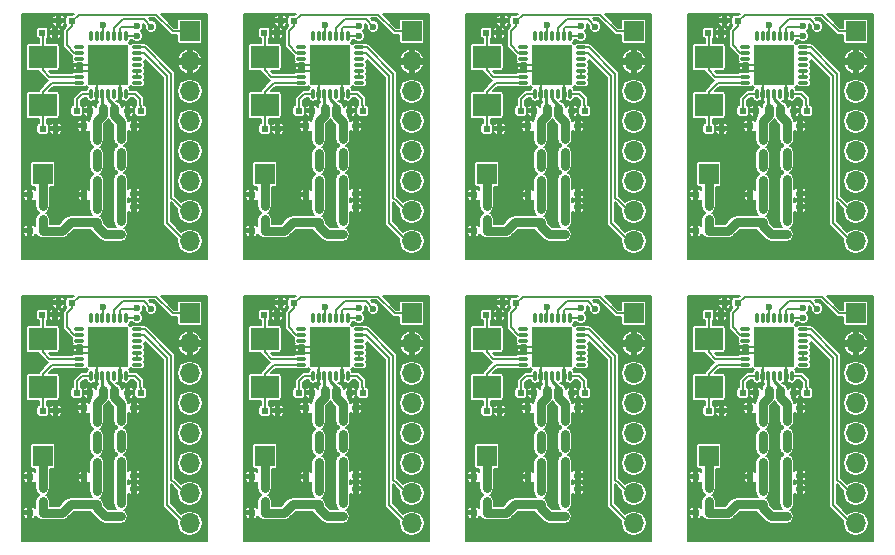
<source format=gtl>
G04 #@! TF.FileFunction,Copper,L1,Top,Signal*
%FSLAX46Y46*%
G04 Gerber Fmt 4.6, Leading zero omitted, Abs format (unit mm)*
G04 Created by KiCad (PCBNEW 4.0.5+dfsg1-4) date Fri Mar 30 22:23:14 2018*
%MOMM*%
%LPD*%
G01*
G04 APERTURE LIST*
%ADD10C,0.100000*%
%ADD11R,1.700000X1.700000*%
%ADD12O,1.700000X1.700000*%
%ADD13C,0.600000*%
%ADD14R,0.500000X0.600000*%
%ADD15R,0.600000X0.500000*%
%ADD16R,2.400000X1.900000*%
%ADD17O,0.300000X0.850000*%
%ADD18O,0.850000X0.300000*%
%ADD19R,1.675000X1.675000*%
%ADD20C,0.203200*%
%ADD21C,0.787400*%
%ADD22C,0.254000*%
%ADD23C,0.152400*%
G04 APERTURE END LIST*
D10*
D11*
X172466000Y-79502000D03*
D12*
X172466000Y-82042000D03*
X172466000Y-84582000D03*
X172466000Y-87122000D03*
X172466000Y-89662000D03*
X172466000Y-92202000D03*
X172466000Y-94742000D03*
X172466000Y-97282000D03*
D11*
X172466000Y-55626000D03*
D12*
X172466000Y-58166000D03*
X172466000Y-60706000D03*
X172466000Y-63246000D03*
X172466000Y-65786000D03*
X172466000Y-68326000D03*
X172466000Y-70866000D03*
X172466000Y-73406000D03*
D13*
X163322000Y-88773000D03*
X163322000Y-91059000D03*
X165608000Y-89916000D03*
X165608000Y-88773000D03*
X163322000Y-89916000D03*
D14*
X164592000Y-88731000D03*
X164592000Y-89831000D03*
D13*
X163322000Y-92202000D03*
D15*
X161078000Y-79629000D03*
X159978000Y-79629000D03*
X162475000Y-78613000D03*
X161375000Y-78613000D03*
D16*
X160020000Y-85743000D03*
X160020000Y-81643000D03*
D15*
X161120000Y-87757000D03*
X160020000Y-87757000D03*
D17*
X164084000Y-84783000D03*
X164584000Y-84783000D03*
X165084000Y-84783000D03*
X165584000Y-84783000D03*
X166084000Y-84783000D03*
X166584000Y-84783000D03*
X167084000Y-84783000D03*
D18*
X168034000Y-83833000D03*
X168034000Y-83333000D03*
X168034000Y-82833000D03*
X168034000Y-82333000D03*
X168034000Y-81833000D03*
X168034000Y-81333000D03*
X168034000Y-80833000D03*
D17*
X167084000Y-79883000D03*
X166584000Y-79883000D03*
X166084000Y-79883000D03*
X165584000Y-79883000D03*
X165084000Y-79883000D03*
X164584000Y-79883000D03*
X164084000Y-79883000D03*
D18*
X163134000Y-80833000D03*
X163134000Y-81333000D03*
X163134000Y-81833000D03*
X163134000Y-82333000D03*
X163134000Y-82833000D03*
X163134000Y-83333000D03*
X163134000Y-83833000D03*
D19*
X166421500Y-81495500D03*
X164746500Y-81495500D03*
X166421500Y-83170500D03*
X164746500Y-83170500D03*
D15*
X168317000Y-86233000D03*
X167217000Y-86233000D03*
X162899001Y-86233000D03*
X163999001Y-86233000D03*
X163483200Y-87503000D03*
X164583200Y-87503000D03*
D13*
X165608000Y-87630001D03*
D15*
X167732799Y-87503000D03*
X166632799Y-87503000D03*
D13*
X161417000Y-94996000D03*
D15*
X158911200Y-93344999D03*
X160011200Y-93344999D03*
D13*
X160147000Y-97536000D03*
D11*
X160020000Y-91567000D03*
D14*
X160020000Y-95419000D03*
X160020000Y-94319000D03*
D15*
X160011200Y-96393000D03*
X158911200Y-96393000D03*
D13*
X161417000Y-97536000D03*
X164211000Y-97155000D03*
X162306000Y-94615000D03*
X162687000Y-97155000D03*
D14*
X164592000Y-94573000D03*
X164592000Y-95673000D03*
D13*
X163322000Y-94488000D03*
X165608000Y-93345000D03*
X165608000Y-92202000D03*
D14*
X164592000Y-91017000D03*
X164592000Y-92117000D03*
D15*
X163508600Y-93344999D03*
X164608600Y-93344999D03*
D13*
X165608000Y-91059000D03*
X165608000Y-94488000D03*
D14*
X166624000Y-95589000D03*
X166624000Y-96689000D03*
D13*
X165608000Y-97663000D03*
X165608000Y-95631000D03*
X167894000Y-95631000D03*
D15*
X167732800Y-94361000D03*
X166632800Y-94361000D03*
D13*
X167894000Y-92202000D03*
X167894000Y-89916000D03*
D14*
X166624001Y-88604000D03*
X166624001Y-89704000D03*
D13*
X167894000Y-91059000D03*
D14*
X166624001Y-90890000D03*
X166624001Y-91990000D03*
D15*
X167732800Y-93218000D03*
X166632800Y-93218000D03*
D13*
X161417000Y-73660000D03*
X164211000Y-73279000D03*
X163322000Y-70612000D03*
X162306000Y-70739000D03*
X162687000Y-73279000D03*
D11*
X160020000Y-67691000D03*
D13*
X163322000Y-64897000D03*
D15*
X158911200Y-69468999D03*
X160011200Y-69468999D03*
X161120000Y-63881000D03*
X160020000Y-63881000D03*
D13*
X163322000Y-66040000D03*
D14*
X160020000Y-71543000D03*
X160020000Y-70443000D03*
D15*
X160011200Y-72517000D03*
X158911200Y-72517000D03*
D13*
X161417000Y-71120000D03*
X160147000Y-73660000D03*
X165608000Y-63754001D03*
X165608000Y-64897000D03*
D14*
X166624001Y-64728000D03*
X166624001Y-65828000D03*
D15*
X167732799Y-63627000D03*
X166632799Y-63627000D03*
X163483200Y-63627000D03*
X164583200Y-63627000D03*
D14*
X164592000Y-64855000D03*
X164592000Y-65955000D03*
D15*
X167732800Y-69342000D03*
X166632800Y-69342000D03*
D13*
X167894000Y-68326000D03*
D14*
X164592000Y-67141000D03*
X164592000Y-68241000D03*
X166624001Y-67014000D03*
X166624001Y-68114000D03*
D13*
X165608000Y-66040000D03*
X167894000Y-66040000D03*
X167894000Y-67183000D03*
D17*
X164084000Y-60907000D03*
X164584000Y-60907000D03*
X165084000Y-60907000D03*
X165584000Y-60907000D03*
X166084000Y-60907000D03*
X166584000Y-60907000D03*
X167084000Y-60907000D03*
D18*
X168034000Y-59957000D03*
X168034000Y-59457000D03*
X168034000Y-58957000D03*
X168034000Y-58457000D03*
X168034000Y-57957000D03*
X168034000Y-57457000D03*
X168034000Y-56957000D03*
D17*
X167084000Y-56007000D03*
X166584000Y-56007000D03*
X166084000Y-56007000D03*
X165584000Y-56007000D03*
X165084000Y-56007000D03*
X164584000Y-56007000D03*
X164084000Y-56007000D03*
D18*
X163134000Y-56957000D03*
X163134000Y-57457000D03*
X163134000Y-57957000D03*
X163134000Y-58457000D03*
X163134000Y-58957000D03*
X163134000Y-59457000D03*
X163134000Y-59957000D03*
D19*
X166421500Y-57619500D03*
X164746500Y-57619500D03*
X166421500Y-59294500D03*
X164746500Y-59294500D03*
D15*
X162899001Y-62357000D03*
X163999001Y-62357000D03*
D16*
X160020000Y-61867000D03*
X160020000Y-57767000D03*
D15*
X168317000Y-62357000D03*
X167217000Y-62357000D03*
X161078000Y-55753000D03*
X159978000Y-55753000D03*
X162475000Y-54737000D03*
X161375000Y-54737000D03*
D13*
X165608000Y-69469000D03*
D15*
X163508600Y-69468999D03*
X164608600Y-69468999D03*
D13*
X165608000Y-67183000D03*
X163322000Y-68326000D03*
X163322000Y-67183000D03*
X165608000Y-68326000D03*
D14*
X166624000Y-71713000D03*
X166624000Y-72813000D03*
X164592000Y-70697000D03*
X164592000Y-71797000D03*
D13*
X167894000Y-71755000D03*
X165608000Y-73787000D03*
X165608000Y-71755000D03*
X165608000Y-70612000D03*
D15*
X167732800Y-70485000D03*
X166632800Y-70485000D03*
D11*
X153670000Y-79502000D03*
D12*
X153670000Y-82042000D03*
X153670000Y-84582000D03*
X153670000Y-87122000D03*
X153670000Y-89662000D03*
X153670000Y-92202000D03*
X153670000Y-94742000D03*
X153670000Y-97282000D03*
D11*
X153670000Y-55626000D03*
D12*
X153670000Y-58166000D03*
X153670000Y-60706000D03*
X153670000Y-63246000D03*
X153670000Y-65786000D03*
X153670000Y-68326000D03*
X153670000Y-70866000D03*
X153670000Y-73406000D03*
D11*
X141224000Y-67691000D03*
D13*
X144526000Y-68326000D03*
X144526000Y-67183000D03*
D15*
X142324000Y-63881000D03*
X141224000Y-63881000D03*
D13*
X146812000Y-67183000D03*
X149098000Y-68326000D03*
D15*
X148936800Y-69342000D03*
X147836800Y-69342000D03*
D13*
X149098000Y-67183000D03*
D14*
X147828001Y-67014000D03*
X147828001Y-68114000D03*
D13*
X146812000Y-68326000D03*
D15*
X144103001Y-62357000D03*
X145203001Y-62357000D03*
D16*
X141224000Y-61867000D03*
X141224000Y-57767000D03*
D15*
X142282000Y-55753000D03*
X141182000Y-55753000D03*
D17*
X145288000Y-60907000D03*
X145788000Y-60907000D03*
X146288000Y-60907000D03*
X146788000Y-60907000D03*
X147288000Y-60907000D03*
X147788000Y-60907000D03*
X148288000Y-60907000D03*
D18*
X149238000Y-59957000D03*
X149238000Y-59457000D03*
X149238000Y-58957000D03*
X149238000Y-58457000D03*
X149238000Y-57957000D03*
X149238000Y-57457000D03*
X149238000Y-56957000D03*
D17*
X148288000Y-56007000D03*
X147788000Y-56007000D03*
X147288000Y-56007000D03*
X146788000Y-56007000D03*
X146288000Y-56007000D03*
X145788000Y-56007000D03*
X145288000Y-56007000D03*
D18*
X144338000Y-56957000D03*
X144338000Y-57457000D03*
X144338000Y-57957000D03*
X144338000Y-58457000D03*
X144338000Y-58957000D03*
X144338000Y-59457000D03*
X144338000Y-59957000D03*
D19*
X147625500Y-57619500D03*
X145950500Y-57619500D03*
X147625500Y-59294500D03*
X145950500Y-59294500D03*
D15*
X149521000Y-62357000D03*
X148421000Y-62357000D03*
X143679000Y-54737000D03*
X142579000Y-54737000D03*
D13*
X146812000Y-63754001D03*
D14*
X147828001Y-64728000D03*
X147828001Y-65828000D03*
D15*
X148936799Y-63627000D03*
X147836799Y-63627000D03*
D13*
X146812000Y-64897000D03*
X146812000Y-66040000D03*
X149098000Y-66040000D03*
D15*
X144687200Y-63627000D03*
X145787200Y-63627000D03*
D14*
X145796000Y-67141000D03*
X145796000Y-68241000D03*
X145796000Y-64855000D03*
X145796000Y-65955000D03*
D13*
X144526000Y-64897000D03*
X144526000Y-66040000D03*
X143510000Y-70739000D03*
D15*
X140115200Y-69468999D03*
X141215200Y-69468999D03*
D14*
X141224000Y-71543000D03*
X141224000Y-70443000D03*
D13*
X142621000Y-71120000D03*
D15*
X148936800Y-70485000D03*
X147836800Y-70485000D03*
D13*
X146812000Y-70612000D03*
X149098000Y-71755000D03*
D14*
X147828000Y-71713000D03*
X147828000Y-72813000D03*
D15*
X143679000Y-78613000D03*
X142579000Y-78613000D03*
X142282000Y-79629000D03*
X141182000Y-79629000D03*
D17*
X145288000Y-84783000D03*
X145788000Y-84783000D03*
X146288000Y-84783000D03*
X146788000Y-84783000D03*
X147288000Y-84783000D03*
X147788000Y-84783000D03*
X148288000Y-84783000D03*
D18*
X149238000Y-83833000D03*
X149238000Y-83333000D03*
X149238000Y-82833000D03*
X149238000Y-82333000D03*
X149238000Y-81833000D03*
X149238000Y-81333000D03*
X149238000Y-80833000D03*
D17*
X148288000Y-79883000D03*
X147788000Y-79883000D03*
X147288000Y-79883000D03*
X146788000Y-79883000D03*
X146288000Y-79883000D03*
X145788000Y-79883000D03*
X145288000Y-79883000D03*
D18*
X144338000Y-80833000D03*
X144338000Y-81333000D03*
X144338000Y-81833000D03*
X144338000Y-82333000D03*
X144338000Y-82833000D03*
X144338000Y-83333000D03*
X144338000Y-83833000D03*
D19*
X147625500Y-81495500D03*
X145950500Y-81495500D03*
X147625500Y-83170500D03*
X145950500Y-83170500D03*
D15*
X149521000Y-86233000D03*
X148421000Y-86233000D03*
X144103001Y-86233000D03*
X145203001Y-86233000D03*
D16*
X141224000Y-85743000D03*
X141224000Y-81643000D03*
D15*
X141215200Y-72517000D03*
X140115200Y-72517000D03*
D13*
X142621000Y-73660000D03*
X143891000Y-73279000D03*
X141351000Y-73660000D03*
X144526000Y-70612000D03*
X146812000Y-69469000D03*
X146812000Y-71755000D03*
D15*
X144712600Y-69468999D03*
X145812600Y-69468999D03*
D14*
X145796000Y-70697000D03*
X145796000Y-71797000D03*
D13*
X145415000Y-73279000D03*
X146812000Y-73787000D03*
X149098000Y-95631000D03*
X146812000Y-97663000D03*
D14*
X147828000Y-95589000D03*
X147828000Y-96689000D03*
D13*
X146812000Y-88773000D03*
D15*
X148936799Y-87503000D03*
X147836799Y-87503000D03*
D14*
X145796000Y-88731000D03*
X145796000Y-89831000D03*
X147828001Y-88604000D03*
X147828001Y-89704000D03*
D13*
X146812000Y-87630001D03*
X146812000Y-89916000D03*
D15*
X144687200Y-87503000D03*
X145787200Y-87503000D03*
D13*
X149098000Y-89916000D03*
D15*
X148936800Y-93218000D03*
X147836800Y-93218000D03*
X148936800Y-94361000D03*
X147836800Y-94361000D03*
D14*
X147828001Y-90890000D03*
X147828001Y-91990000D03*
D13*
X146812000Y-91059000D03*
X149098000Y-92202000D03*
D14*
X145796000Y-91017000D03*
X145796000Y-92117000D03*
D13*
X149098000Y-91059000D03*
X146812000Y-92202000D03*
X146812000Y-95631000D03*
X146812000Y-94488000D03*
D14*
X145796000Y-94573000D03*
X145796000Y-95673000D03*
D13*
X146812000Y-93345000D03*
D15*
X144712600Y-93344999D03*
X145812600Y-93344999D03*
D13*
X142621000Y-97536000D03*
X141351000Y-97536000D03*
D14*
X141224000Y-95419000D03*
X141224000Y-94319000D03*
D15*
X141215200Y-96393000D03*
X140115200Y-96393000D03*
X142324000Y-87757000D03*
X141224000Y-87757000D03*
X140115200Y-93344999D03*
X141215200Y-93344999D03*
D11*
X141224000Y-91567000D03*
D13*
X144526000Y-88773000D03*
X144526000Y-92202000D03*
X144526000Y-89916000D03*
X144526000Y-91059000D03*
X144526000Y-94488000D03*
X145415000Y-97155000D03*
X143510000Y-94615000D03*
X143891000Y-97155000D03*
X142621000Y-94996000D03*
D11*
X134874000Y-55626000D03*
D12*
X134874000Y-58166000D03*
X134874000Y-60706000D03*
X134874000Y-63246000D03*
X134874000Y-65786000D03*
X134874000Y-68326000D03*
X134874000Y-70866000D03*
X134874000Y-73406000D03*
D11*
X134874000Y-79502000D03*
D12*
X134874000Y-82042000D03*
X134874000Y-84582000D03*
X134874000Y-87122000D03*
X134874000Y-89662000D03*
X134874000Y-92202000D03*
X134874000Y-94742000D03*
X134874000Y-97282000D03*
D11*
X122428000Y-67691000D03*
D13*
X124714000Y-70739000D03*
X123825000Y-71120000D03*
D15*
X121319200Y-69468999D03*
X122419200Y-69468999D03*
D14*
X122428000Y-71543000D03*
X122428000Y-70443000D03*
D13*
X125730000Y-70612000D03*
D15*
X122419200Y-72517000D03*
X121319200Y-72517000D03*
D13*
X123825000Y-73660000D03*
X125095000Y-73279000D03*
X122555000Y-73660000D03*
D15*
X130140800Y-70485000D03*
X129040800Y-70485000D03*
D13*
X128016000Y-70612000D03*
D14*
X129032000Y-71713000D03*
X129032000Y-72813000D03*
D13*
X126619000Y-73279000D03*
X130302000Y-71755000D03*
X128016000Y-73787000D03*
D14*
X127000000Y-70697000D03*
X127000000Y-71797000D03*
D13*
X128016000Y-71755000D03*
D15*
X130140800Y-69342000D03*
X129040800Y-69342000D03*
D14*
X129032001Y-67014000D03*
X129032001Y-68114000D03*
D13*
X130302000Y-67183000D03*
X130302000Y-68326000D03*
X130302000Y-66040000D03*
X128016000Y-66040000D03*
X125730000Y-64897000D03*
X125730000Y-67183000D03*
D14*
X129032001Y-64728000D03*
X129032001Y-65828000D03*
X127000000Y-64855000D03*
X127000000Y-65955000D03*
D13*
X128016000Y-64897000D03*
X125730000Y-66040000D03*
D15*
X130725000Y-62357000D03*
X129625000Y-62357000D03*
X123486000Y-55753000D03*
X122386000Y-55753000D03*
D17*
X126492000Y-60907000D03*
X126992000Y-60907000D03*
X127492000Y-60907000D03*
X127992000Y-60907000D03*
X128492000Y-60907000D03*
X128992000Y-60907000D03*
X129492000Y-60907000D03*
D18*
X130442000Y-59957000D03*
X130442000Y-59457000D03*
X130442000Y-58957000D03*
X130442000Y-58457000D03*
X130442000Y-57957000D03*
X130442000Y-57457000D03*
X130442000Y-56957000D03*
D17*
X129492000Y-56007000D03*
X128992000Y-56007000D03*
X128492000Y-56007000D03*
X127992000Y-56007000D03*
X127492000Y-56007000D03*
X126992000Y-56007000D03*
X126492000Y-56007000D03*
D18*
X125542000Y-56957000D03*
X125542000Y-57457000D03*
X125542000Y-57957000D03*
X125542000Y-58457000D03*
X125542000Y-58957000D03*
X125542000Y-59457000D03*
X125542000Y-59957000D03*
D19*
X128829500Y-57619500D03*
X127154500Y-57619500D03*
X128829500Y-59294500D03*
X127154500Y-59294500D03*
D16*
X122428000Y-61867000D03*
X122428000Y-57767000D03*
D15*
X124883000Y-54737000D03*
X123783000Y-54737000D03*
D13*
X128016000Y-63754001D03*
D15*
X130140799Y-63627000D03*
X129040799Y-63627000D03*
X125891200Y-63627000D03*
X126991200Y-63627000D03*
X123528000Y-63881000D03*
X122428000Y-63881000D03*
X125307001Y-62357000D03*
X126407001Y-62357000D03*
D14*
X127000000Y-67141000D03*
X127000000Y-68241000D03*
D13*
X128016000Y-67183000D03*
D15*
X125916600Y-69468999D03*
X127016600Y-69468999D03*
D13*
X128016000Y-69469000D03*
X128016000Y-68326000D03*
X125730000Y-68326000D03*
X128016000Y-95631000D03*
D15*
X125916600Y-93344999D03*
X127016600Y-93344999D03*
D13*
X128016000Y-94488000D03*
X128016000Y-92202000D03*
X128016000Y-93345000D03*
D14*
X127000000Y-88731000D03*
X127000000Y-89831000D03*
X129032001Y-88604000D03*
X129032001Y-89704000D03*
D13*
X128016000Y-88773000D03*
D15*
X130140799Y-87503000D03*
X129040799Y-87503000D03*
X125891200Y-87503000D03*
X126991200Y-87503000D03*
D13*
X128016000Y-87630001D03*
D11*
X122428000Y-91567000D03*
D13*
X125730000Y-88773000D03*
X125730000Y-91059000D03*
X125730000Y-89916000D03*
D15*
X123528000Y-87757000D03*
X122428000Y-87757000D03*
D13*
X125730000Y-92202000D03*
D15*
X123486000Y-79629000D03*
X122386000Y-79629000D03*
X124883000Y-78613000D03*
X123783000Y-78613000D03*
D17*
X126492000Y-84783000D03*
X126992000Y-84783000D03*
X127492000Y-84783000D03*
X127992000Y-84783000D03*
X128492000Y-84783000D03*
X128992000Y-84783000D03*
X129492000Y-84783000D03*
D18*
X130442000Y-83833000D03*
X130442000Y-83333000D03*
X130442000Y-82833000D03*
X130442000Y-82333000D03*
X130442000Y-81833000D03*
X130442000Y-81333000D03*
X130442000Y-80833000D03*
D17*
X129492000Y-79883000D03*
X128992000Y-79883000D03*
X128492000Y-79883000D03*
X127992000Y-79883000D03*
X127492000Y-79883000D03*
X126992000Y-79883000D03*
X126492000Y-79883000D03*
D18*
X125542000Y-80833000D03*
X125542000Y-81333000D03*
X125542000Y-81833000D03*
X125542000Y-82333000D03*
X125542000Y-82833000D03*
X125542000Y-83333000D03*
X125542000Y-83833000D03*
D19*
X128829500Y-81495500D03*
X127154500Y-81495500D03*
X128829500Y-83170500D03*
X127154500Y-83170500D03*
D16*
X122428000Y-85743000D03*
X122428000Y-81643000D03*
D15*
X130725000Y-86233000D03*
X129625000Y-86233000D03*
X125307001Y-86233000D03*
X126407001Y-86233000D03*
D14*
X129032000Y-95589000D03*
X129032000Y-96689000D03*
D13*
X125730000Y-94488000D03*
X126619000Y-97155000D03*
X124714000Y-94615000D03*
X125095000Y-97155000D03*
X128016000Y-97663000D03*
D14*
X127000000Y-94573000D03*
X127000000Y-95673000D03*
D15*
X122419200Y-96393000D03*
X121319200Y-96393000D03*
D13*
X123825000Y-94996000D03*
X122555000Y-97536000D03*
D14*
X122428000Y-95419000D03*
X122428000Y-94319000D03*
D15*
X121319200Y-93344999D03*
X122419200Y-93344999D03*
D13*
X123825000Y-97536000D03*
D15*
X130140800Y-94361000D03*
X129040800Y-94361000D03*
X130140800Y-93218000D03*
X129040800Y-93218000D03*
D13*
X130302000Y-92202000D03*
X130302000Y-95631000D03*
D14*
X127000000Y-91017000D03*
X127000000Y-92117000D03*
D13*
X130302000Y-91059000D03*
D14*
X129032001Y-90890000D03*
X129032001Y-91990000D03*
D13*
X130302000Y-89916000D03*
X128016000Y-89916000D03*
X128016000Y-91059000D03*
D11*
X116078000Y-79502000D03*
D12*
X116078000Y-82042000D03*
X116078000Y-84582000D03*
X116078000Y-87122000D03*
X116078000Y-89662000D03*
X116078000Y-92202000D03*
X116078000Y-94742000D03*
X116078000Y-97282000D03*
D13*
X105918000Y-94615000D03*
D15*
X102523200Y-93344999D03*
X103623200Y-93344999D03*
D13*
X105029000Y-94996000D03*
D14*
X103632000Y-95419000D03*
X103632000Y-94319000D03*
D15*
X111344800Y-94361000D03*
X110244800Y-94361000D03*
D13*
X111506000Y-91059000D03*
D14*
X110236001Y-90890000D03*
X110236001Y-91990000D03*
D13*
X111506000Y-92202000D03*
X106934000Y-94488000D03*
D15*
X107120600Y-93344999D03*
X108220600Y-93344999D03*
D13*
X109220000Y-94488000D03*
D14*
X108204000Y-94573000D03*
X108204000Y-95673000D03*
D13*
X109220000Y-93345000D03*
D15*
X103623200Y-96393000D03*
X102523200Y-96393000D03*
D13*
X107823000Y-97155000D03*
X105029000Y-97536000D03*
X103759000Y-97536000D03*
X106299000Y-97155000D03*
X109220000Y-95631000D03*
X111506000Y-95631000D03*
D14*
X110236000Y-95589000D03*
X110236000Y-96689000D03*
D13*
X109220000Y-97663000D03*
X109220000Y-91059000D03*
X109220000Y-92202000D03*
D15*
X111344800Y-93218000D03*
X110244800Y-93218000D03*
D14*
X108204000Y-91017000D03*
X108204000Y-92117000D03*
D13*
X109220000Y-89916000D03*
X109220000Y-88773000D03*
X111506000Y-89916000D03*
D14*
X110236001Y-88604000D03*
X110236001Y-89704000D03*
D13*
X109220000Y-87630001D03*
D15*
X111344799Y-87503000D03*
X110244799Y-87503000D03*
D14*
X108204000Y-88731000D03*
X108204000Y-89831000D03*
D11*
X103632000Y-91567000D03*
D13*
X106934000Y-92202000D03*
X106934000Y-89916000D03*
X106934000Y-91059000D03*
X106934000Y-88773000D03*
D15*
X111929000Y-86233000D03*
X110829000Y-86233000D03*
X106087000Y-78613000D03*
X104987000Y-78613000D03*
X107095200Y-87503000D03*
X108195200Y-87503000D03*
X104732000Y-87757000D03*
X103632000Y-87757000D03*
X104690000Y-79629000D03*
X103590000Y-79629000D03*
X106511001Y-86233000D03*
X107611001Y-86233000D03*
D17*
X107696000Y-84783000D03*
X108196000Y-84783000D03*
X108696000Y-84783000D03*
X109196000Y-84783000D03*
X109696000Y-84783000D03*
X110196000Y-84783000D03*
X110696000Y-84783000D03*
D18*
X111646000Y-83833000D03*
X111646000Y-83333000D03*
X111646000Y-82833000D03*
X111646000Y-82333000D03*
X111646000Y-81833000D03*
X111646000Y-81333000D03*
X111646000Y-80833000D03*
D17*
X110696000Y-79883000D03*
X110196000Y-79883000D03*
X109696000Y-79883000D03*
X109196000Y-79883000D03*
X108696000Y-79883000D03*
X108196000Y-79883000D03*
X107696000Y-79883000D03*
D18*
X106746000Y-80833000D03*
X106746000Y-81333000D03*
X106746000Y-81833000D03*
X106746000Y-82333000D03*
X106746000Y-82833000D03*
X106746000Y-83333000D03*
X106746000Y-83833000D03*
D19*
X110033500Y-81495500D03*
X108358500Y-81495500D03*
X110033500Y-83170500D03*
X108358500Y-83170500D03*
D16*
X103632000Y-85743000D03*
X103632000Y-81643000D03*
D13*
X105918000Y-70739000D03*
X105029000Y-71120000D03*
X103759000Y-73660000D03*
X105029000Y-73660000D03*
X106299000Y-73279000D03*
X107823000Y-73279000D03*
X109220000Y-73787000D03*
X106934000Y-64897000D03*
X106934000Y-66040000D03*
X106934000Y-67183000D03*
X106934000Y-68326000D03*
X106934000Y-70612000D03*
X111506000Y-71755000D03*
X111506000Y-68326000D03*
X111506000Y-67183000D03*
X111506000Y-66040000D03*
X109220000Y-71755000D03*
X109220000Y-70612000D03*
X109220000Y-69469000D03*
X109220000Y-68326000D03*
X109220000Y-63754001D03*
X109220000Y-64897000D03*
X109220000Y-66040000D03*
D11*
X103632000Y-67691000D03*
D15*
X102523200Y-69468999D03*
X103623200Y-69468999D03*
X103623200Y-72517000D03*
X102523200Y-72517000D03*
D14*
X110236000Y-71713000D03*
X110236000Y-72813000D03*
D15*
X107120600Y-69468999D03*
X108220600Y-69468999D03*
X111344800Y-69342000D03*
X110244800Y-69342000D03*
D14*
X108204000Y-64855000D03*
X108204000Y-65955000D03*
X110236001Y-64728000D03*
X110236001Y-65828000D03*
D15*
X106511001Y-62357000D03*
X107611001Y-62357000D03*
X111929000Y-62357000D03*
X110829000Y-62357000D03*
D14*
X103632000Y-71543000D03*
X103632000Y-70443000D03*
X108204000Y-70697000D03*
X108204000Y-71797000D03*
D15*
X111344800Y-70485000D03*
X110244800Y-70485000D03*
D14*
X108204000Y-67141000D03*
X108204000Y-68241000D03*
X110236001Y-67014000D03*
X110236001Y-68114000D03*
D15*
X107095200Y-63627000D03*
X108195200Y-63627000D03*
X111344799Y-63627000D03*
X110244799Y-63627000D03*
D11*
X116078000Y-55626000D03*
D12*
X116078000Y-58166000D03*
X116078000Y-60706000D03*
X116078000Y-63246000D03*
X116078000Y-65786000D03*
X116078000Y-68326000D03*
X116078000Y-70866000D03*
X116078000Y-73406000D03*
D17*
X107696000Y-60907000D03*
X108196000Y-60907000D03*
X108696000Y-60907000D03*
X109196000Y-60907000D03*
X109696000Y-60907000D03*
X110196000Y-60907000D03*
X110696000Y-60907000D03*
D18*
X111646000Y-59957000D03*
X111646000Y-59457000D03*
X111646000Y-58957000D03*
X111646000Y-58457000D03*
X111646000Y-57957000D03*
X111646000Y-57457000D03*
X111646000Y-56957000D03*
D17*
X110696000Y-56007000D03*
X110196000Y-56007000D03*
X109696000Y-56007000D03*
X109196000Y-56007000D03*
X108696000Y-56007000D03*
X108196000Y-56007000D03*
X107696000Y-56007000D03*
D18*
X106746000Y-56957000D03*
X106746000Y-57457000D03*
X106746000Y-57957000D03*
X106746000Y-58457000D03*
X106746000Y-58957000D03*
X106746000Y-59457000D03*
X106746000Y-59957000D03*
D19*
X110033500Y-57619500D03*
X108358500Y-57619500D03*
X110033500Y-59294500D03*
X108358500Y-59294500D03*
D16*
X103632000Y-61867000D03*
X103632000Y-57767000D03*
D13*
X109220000Y-67183000D03*
D15*
X104732000Y-63881000D03*
X103632000Y-63881000D03*
X104690000Y-55753000D03*
X103590000Y-55753000D03*
X106087000Y-54737000D03*
X104987000Y-54737000D03*
D13*
X166421500Y-81495500D03*
X164746500Y-83170500D03*
X166421500Y-83170500D03*
X164746500Y-81495500D03*
X164746500Y-59294500D03*
X166421500Y-57619500D03*
X166421500Y-59294500D03*
X164746500Y-57619500D03*
X147625500Y-57619500D03*
X145950500Y-57619500D03*
X147625500Y-59294500D03*
X145950500Y-59294500D03*
X145950500Y-81495500D03*
X147625500Y-83170500D03*
X145950500Y-83170500D03*
X147625500Y-81495500D03*
X128829500Y-83170500D03*
X127154500Y-83170500D03*
X128829500Y-81495500D03*
X127154500Y-81495500D03*
X127154500Y-59294500D03*
X128829500Y-57619500D03*
X128829500Y-59294500D03*
X127154500Y-57619500D03*
X108358500Y-83170500D03*
X110033500Y-81495500D03*
X108358500Y-81495500D03*
X110033500Y-83170500D03*
X110033500Y-59294500D03*
X108358500Y-59294500D03*
X108358500Y-57619500D03*
X110033500Y-57619500D03*
X165100000Y-78994000D03*
X165100000Y-55118000D03*
X146304000Y-55118000D03*
X146304000Y-78994000D03*
X127508000Y-78994000D03*
X127508000Y-55118000D03*
X108712000Y-78994000D03*
X108712000Y-55118000D03*
X169204884Y-79085846D03*
X169204884Y-55209846D03*
X150408884Y-55209846D03*
X150408884Y-79085846D03*
X131612884Y-79085846D03*
X131612884Y-55209846D03*
X112816884Y-79085846D03*
X112816884Y-55209846D03*
X168021000Y-79079797D03*
X168021000Y-55203797D03*
X149225000Y-55203797D03*
X149225000Y-79079797D03*
X130429000Y-79079797D03*
X130429000Y-55203797D03*
X111633000Y-79079797D03*
X111633000Y-55203797D03*
X168021000Y-79883000D03*
X168021000Y-56007000D03*
X149225000Y-56007000D03*
X149225000Y-79883000D03*
X130429000Y-79883000D03*
X130429000Y-56007000D03*
X111633000Y-79883000D03*
X111633000Y-56007000D03*
D20*
X166584000Y-59457000D02*
X166421500Y-59294500D01*
X164409000Y-58957000D02*
X164746500Y-59294500D01*
X164584000Y-59457000D02*
X164746500Y-59294500D01*
X164746500Y-57619500D02*
X165351301Y-57014699D01*
X165351301Y-57014699D02*
X166131195Y-57014699D01*
X166131195Y-57014699D02*
X166421500Y-57014699D01*
X163909000Y-58457000D02*
X164746500Y-57619500D01*
X163134000Y-58457000D02*
X163909000Y-58457000D01*
X163134000Y-58957000D02*
X164409000Y-58957000D01*
X166584000Y-60907000D02*
X166584000Y-59457000D01*
X164584000Y-60907000D02*
X164584000Y-59457000D01*
X164584000Y-83333000D02*
X164746500Y-83170500D01*
X163909000Y-82333000D02*
X164746500Y-81495500D01*
X164746500Y-81495500D02*
X165351301Y-80890699D01*
X166584000Y-83333000D02*
X166421500Y-83170500D01*
X165351301Y-80890699D02*
X166131195Y-80890699D01*
X166131195Y-80890699D02*
X166421500Y-80890699D01*
X164409000Y-82833000D02*
X164746500Y-83170500D01*
X166584000Y-84783000D02*
X166584000Y-83333000D01*
X163134000Y-82333000D02*
X163909000Y-82333000D01*
X163134000Y-82833000D02*
X164409000Y-82833000D01*
X164584000Y-84783000D02*
X164584000Y-83333000D01*
X147788000Y-59457000D02*
X147625500Y-59294500D01*
X147788000Y-60907000D02*
X147788000Y-59457000D01*
X145788000Y-60907000D02*
X145788000Y-59457000D01*
X145613000Y-58957000D02*
X145950500Y-59294500D01*
X144338000Y-58957000D02*
X145613000Y-58957000D01*
X144338000Y-58457000D02*
X145113000Y-58457000D01*
X145113000Y-58457000D02*
X145950500Y-57619500D01*
X145788000Y-59457000D02*
X145950500Y-59294500D01*
X147335195Y-57014699D02*
X147625500Y-57014699D01*
X145950500Y-57619500D02*
X146555301Y-57014699D01*
X146555301Y-57014699D02*
X147335195Y-57014699D01*
X145613000Y-82833000D02*
X145950500Y-83170500D01*
X144338000Y-82333000D02*
X145113000Y-82333000D01*
X144338000Y-82833000D02*
X145613000Y-82833000D01*
X145788000Y-84783000D02*
X145788000Y-83333000D01*
X147788000Y-84783000D02*
X147788000Y-83333000D01*
X145788000Y-83333000D02*
X145950500Y-83170500D01*
X147788000Y-83333000D02*
X147625500Y-83170500D01*
X147335195Y-80890699D02*
X147625500Y-80890699D01*
X145950500Y-81495500D02*
X146555301Y-80890699D01*
X145113000Y-82333000D02*
X145950500Y-81495500D01*
X146555301Y-80890699D02*
X147335195Y-80890699D01*
X125542000Y-58457000D02*
X126317000Y-58457000D01*
X126817000Y-58957000D02*
X127154500Y-59294500D01*
X125542000Y-58957000D02*
X126817000Y-58957000D01*
X126317000Y-58457000D02*
X127154500Y-57619500D01*
X126992000Y-84783000D02*
X126992000Y-83333000D01*
X128992000Y-84783000D02*
X128992000Y-83333000D01*
X125542000Y-82333000D02*
X126317000Y-82333000D01*
X125542000Y-82833000D02*
X126817000Y-82833000D01*
X126992000Y-83333000D02*
X127154500Y-83170500D01*
X126817000Y-82833000D02*
X127154500Y-83170500D01*
X126317000Y-82333000D02*
X127154500Y-81495500D01*
X128992000Y-83333000D02*
X128829500Y-83170500D01*
X127759301Y-80890699D02*
X128539195Y-80890699D01*
X127154500Y-81495500D02*
X127759301Y-80890699D01*
X128539195Y-80890699D02*
X128829500Y-80890699D01*
X126992000Y-60907000D02*
X126992000Y-59457000D01*
X126992000Y-59457000D02*
X127154500Y-59294500D01*
X127154500Y-57619500D02*
X127759301Y-57014699D01*
X127759301Y-57014699D02*
X128539195Y-57014699D01*
X128539195Y-57014699D02*
X128829500Y-57014699D01*
X128992000Y-59457000D02*
X128829500Y-59294500D01*
X128992000Y-60907000D02*
X128992000Y-59457000D01*
X107521000Y-82333000D02*
X108358500Y-81495500D01*
X106746000Y-82333000D02*
X107521000Y-82333000D01*
X106746000Y-82833000D02*
X108021000Y-82833000D01*
X108196000Y-83333000D02*
X108358500Y-83170500D01*
X108021000Y-82833000D02*
X108358500Y-83170500D01*
X108196000Y-84783000D02*
X108196000Y-83333000D01*
X108358500Y-81495500D02*
X108963301Y-80890699D01*
X109743195Y-80890699D02*
X110033500Y-80890699D01*
X108963301Y-80890699D02*
X109743195Y-80890699D01*
X110196000Y-84783000D02*
X110196000Y-83333000D01*
X110196000Y-83333000D02*
X110033500Y-83170500D01*
X108196000Y-60907000D02*
X108196000Y-59457000D01*
X108196000Y-59457000D02*
X108358500Y-59294500D01*
X110196000Y-60907000D02*
X110196000Y-59457000D01*
X110196000Y-59457000D02*
X110033500Y-59294500D01*
X108358500Y-57619500D02*
X108963301Y-57014699D01*
X108963301Y-57014699D02*
X109743195Y-57014699D01*
X109743195Y-57014699D02*
X110033500Y-57014699D01*
X106746000Y-58957000D02*
X108021000Y-58957000D01*
X108021000Y-58957000D02*
X108358500Y-59294500D01*
X106746000Y-58457000D02*
X107521000Y-58457000D01*
X107521000Y-58457000D02*
X108358500Y-57619500D01*
D21*
X166632800Y-94361000D02*
X166632800Y-93218000D01*
X166624000Y-93209200D02*
X166632800Y-93218000D01*
X166632800Y-94361000D02*
X166632800Y-95580200D01*
X166632800Y-95580200D02*
X166624001Y-95589000D01*
X166624000Y-91990000D02*
X166624000Y-93209200D01*
X166632800Y-70485000D02*
X166632800Y-71704200D01*
X166632800Y-71704200D02*
X166624001Y-71713000D01*
X166624000Y-68114000D02*
X166624000Y-69333200D01*
X166632800Y-70485000D02*
X166632800Y-69342000D01*
X166624000Y-69333200D02*
X166632800Y-69342000D01*
X147836800Y-70485000D02*
X147836800Y-71704200D01*
X147836800Y-70485000D02*
X147836800Y-69342000D01*
X147828000Y-69333200D02*
X147836800Y-69342000D01*
X147836800Y-71704200D02*
X147828001Y-71713000D01*
X147828000Y-68114000D02*
X147828000Y-69333200D01*
X147836800Y-94361000D02*
X147836800Y-93218000D01*
X147836800Y-94361000D02*
X147836800Y-95580200D01*
X147836800Y-95580200D02*
X147828001Y-95589000D01*
X147828000Y-91990000D02*
X147828000Y-93209200D01*
X147828000Y-93209200D02*
X147836800Y-93218000D01*
X129032000Y-93209200D02*
X129040800Y-93218000D01*
X129032000Y-91990000D02*
X129032000Y-93209200D01*
X129040800Y-70485000D02*
X129040800Y-71704200D01*
X129040800Y-70485000D02*
X129040800Y-69342000D01*
X129040800Y-71704200D02*
X129032001Y-71713000D01*
X129032000Y-68114000D02*
X129032000Y-69333200D01*
X129032000Y-69333200D02*
X129040800Y-69342000D01*
X129040800Y-94361000D02*
X129040800Y-93218000D01*
X129040800Y-95580200D02*
X129032001Y-95589000D01*
X129040800Y-94361000D02*
X129040800Y-95580200D01*
X110236000Y-91990000D02*
X110236000Y-93209200D01*
X110244800Y-95580200D02*
X110236001Y-95589000D01*
X110236000Y-93209200D02*
X110244800Y-93218000D01*
X110244800Y-94361000D02*
X110244800Y-95580200D01*
X110244800Y-94361000D02*
X110244800Y-93218000D01*
X110244800Y-70485000D02*
X110244800Y-69342000D01*
X110244800Y-70485000D02*
X110244800Y-71704200D01*
X110244800Y-71704200D02*
X110236001Y-71713000D01*
X110236000Y-68114000D02*
X110236000Y-69333200D01*
X110236000Y-69333200D02*
X110244800Y-69342000D01*
X164608600Y-93345000D02*
X164608600Y-92133600D01*
X164592000Y-94573000D02*
X164592000Y-93361600D01*
X164592000Y-93361600D02*
X164608600Y-93345000D01*
X164608600Y-92133600D02*
X164592000Y-92117000D01*
X164592000Y-70697000D02*
X164592000Y-69485600D01*
X164608600Y-69469000D02*
X164608600Y-68257600D01*
X164608600Y-68257600D02*
X164592000Y-68241000D01*
X164592000Y-69485600D02*
X164608600Y-69469000D01*
X145796000Y-69485600D02*
X145812600Y-69469000D01*
X145812600Y-69469000D02*
X145812600Y-68257600D01*
X145812600Y-68257600D02*
X145796000Y-68241000D01*
X145796000Y-70697000D02*
X145796000Y-69485600D01*
X145796000Y-93361600D02*
X145812600Y-93345000D01*
X145796000Y-94573000D02*
X145796000Y-93361600D01*
X145812600Y-93345000D02*
X145812600Y-92133600D01*
X145812600Y-92133600D02*
X145796000Y-92117000D01*
X127016600Y-93345000D02*
X127016600Y-92133600D01*
X127016600Y-92133600D02*
X127000000Y-92117000D01*
X127000000Y-69485600D02*
X127016600Y-69469000D01*
X127000000Y-70697000D02*
X127000000Y-69485600D01*
X127016600Y-68257600D02*
X127000000Y-68241000D01*
X127016600Y-69469000D02*
X127016600Y-68257600D01*
X127000000Y-93361600D02*
X127016600Y-93345000D01*
X127000000Y-94573000D02*
X127000000Y-93361600D01*
X108220600Y-92133600D02*
X108204000Y-92117000D01*
X108204000Y-93361600D02*
X108220600Y-93345000D01*
X108220600Y-93345000D02*
X108220600Y-92133600D01*
X108204000Y-94573000D02*
X108204000Y-93361600D01*
X108220600Y-69469000D02*
X108220600Y-68257600D01*
X108220600Y-68257600D02*
X108204000Y-68241000D01*
X108204000Y-70697000D02*
X108204000Y-69485600D01*
X108204000Y-69485600D02*
X108220600Y-69469000D01*
D20*
X169598386Y-54192586D02*
X163069414Y-54192586D01*
X163134000Y-57457000D02*
X162715802Y-57457000D01*
X162475000Y-54737000D02*
X162475000Y-55190200D01*
X162715802Y-57457000D02*
X162052000Y-56793198D01*
X162052000Y-55613200D02*
X162052000Y-56793198D01*
X162475000Y-55190200D02*
X162052000Y-55613200D01*
X162525000Y-54737000D02*
X162475000Y-54737000D01*
X163069414Y-54192586D02*
X162525000Y-54737000D01*
X163134000Y-81333000D02*
X162715802Y-81333000D01*
X162715802Y-81333000D02*
X162052000Y-80669198D01*
X162052000Y-79489200D02*
X162052000Y-80669198D01*
X163069414Y-78068586D02*
X162525000Y-78613000D01*
X169598386Y-78068586D02*
X163069414Y-78068586D01*
X162525000Y-78613000D02*
X162475000Y-78613000D01*
X162475000Y-78613000D02*
X162475000Y-79066200D01*
X162475000Y-79066200D02*
X162052000Y-79489200D01*
X171031800Y-79502000D02*
X169598386Y-78068586D01*
X172085000Y-79502000D02*
X171031800Y-79502000D01*
X171031800Y-55626000D02*
X169598386Y-54192586D01*
X172085000Y-55626000D02*
X171031800Y-55626000D01*
X153289000Y-55626000D02*
X152235800Y-55626000D01*
X152235800Y-55626000D02*
X150802386Y-54192586D01*
X150802386Y-54192586D02*
X144273414Y-54192586D01*
X144273414Y-54192586D02*
X143729000Y-54737000D01*
X144338000Y-57457000D02*
X143919802Y-57457000D01*
X143679000Y-55190200D02*
X143256000Y-55613200D01*
X143256000Y-55613200D02*
X143256000Y-56793198D01*
X143729000Y-54737000D02*
X143679000Y-54737000D01*
X143919802Y-57457000D02*
X143256000Y-56793198D01*
X143679000Y-54737000D02*
X143679000Y-55190200D01*
X143679000Y-78613000D02*
X143679000Y-79066200D01*
X143256000Y-79489200D02*
X143256000Y-80669198D01*
X143679000Y-79066200D02*
X143256000Y-79489200D01*
X143729000Y-78613000D02*
X143679000Y-78613000D01*
X150802386Y-78068586D02*
X144273414Y-78068586D01*
X144273414Y-78068586D02*
X143729000Y-78613000D01*
X152235800Y-79502000D02*
X150802386Y-78068586D01*
X153289000Y-79502000D02*
X152235800Y-79502000D01*
X143919802Y-81333000D02*
X143256000Y-80669198D01*
X144338000Y-81333000D02*
X143919802Y-81333000D01*
X125123802Y-57457000D02*
X124460000Y-56793198D01*
X125542000Y-57457000D02*
X125123802Y-57457000D01*
X132006386Y-54192586D02*
X125477414Y-54192586D01*
X133439800Y-55626000D02*
X132006386Y-54192586D01*
X125477414Y-54192586D02*
X124933000Y-54737000D01*
X134493000Y-55626000D02*
X133439800Y-55626000D01*
X124883000Y-55190200D02*
X124460000Y-55613200D01*
X124883000Y-54737000D02*
X124883000Y-55190200D01*
X124460000Y-55613200D02*
X124460000Y-56793198D01*
X124933000Y-54737000D02*
X124883000Y-54737000D01*
X134493000Y-79502000D02*
X133439800Y-79502000D01*
X132006386Y-78068586D02*
X125477414Y-78068586D01*
X125477414Y-78068586D02*
X124933000Y-78613000D01*
X133439800Y-79502000D02*
X132006386Y-78068586D01*
X124883000Y-79066200D02*
X124460000Y-79489200D01*
X124460000Y-79489200D02*
X124460000Y-80669198D01*
X124933000Y-78613000D02*
X124883000Y-78613000D01*
X124883000Y-78613000D02*
X124883000Y-79066200D01*
X125542000Y-81333000D02*
X125123802Y-81333000D01*
X125123802Y-81333000D02*
X124460000Y-80669198D01*
X106327802Y-81333000D02*
X105664000Y-80669198D01*
X105664000Y-79489200D02*
X105664000Y-80669198D01*
X106087000Y-78613000D02*
X106087000Y-79066200D01*
X106137000Y-78613000D02*
X106087000Y-78613000D01*
X106087000Y-79066200D02*
X105664000Y-79489200D01*
X106746000Y-81333000D02*
X106327802Y-81333000D01*
X106681414Y-78068586D02*
X106137000Y-78613000D01*
X113210386Y-78068586D02*
X106681414Y-78068586D01*
X115697000Y-79502000D02*
X114643800Y-79502000D01*
X114643800Y-79502000D02*
X113210386Y-78068586D01*
X106087000Y-54737000D02*
X106087000Y-55190200D01*
X106087000Y-55190200D02*
X105664000Y-55613200D01*
X105664000Y-55613200D02*
X105664000Y-56793198D01*
X115697000Y-55626000D02*
X114643800Y-55626000D01*
X113210386Y-54192586D02*
X106681414Y-54192586D01*
X106681414Y-54192586D02*
X106137000Y-54737000D01*
X114643800Y-55626000D02*
X113210386Y-54192586D01*
X106137000Y-54737000D02*
X106087000Y-54737000D01*
X106746000Y-57457000D02*
X106327802Y-57457000D01*
X106327802Y-57457000D02*
X105664000Y-56793198D01*
X165100000Y-55118000D02*
X165100000Y-55991000D01*
X165100000Y-55991000D02*
X165084000Y-56007000D01*
X165100000Y-79867000D02*
X165084000Y-79883000D01*
X165100000Y-78994000D02*
X165100000Y-79867000D01*
X146304000Y-55118000D02*
X146304000Y-55991000D01*
X146304000Y-55991000D02*
X146288000Y-56007000D01*
X146304000Y-78994000D02*
X146304000Y-79867000D01*
X146304000Y-79867000D02*
X146288000Y-79883000D01*
X127508000Y-78994000D02*
X127508000Y-79867000D01*
X127508000Y-79867000D02*
X127492000Y-79883000D01*
X127508000Y-55991000D02*
X127492000Y-56007000D01*
X127508000Y-55118000D02*
X127508000Y-55991000D01*
X108712000Y-79867000D02*
X108696000Y-79883000D01*
X108712000Y-78994000D02*
X108712000Y-79867000D01*
X108712000Y-55118000D02*
X108712000Y-55991000D01*
X108712000Y-55991000D02*
X108696000Y-56007000D01*
X166084000Y-56007000D02*
X166084000Y-55304050D01*
X166084000Y-55304050D02*
X166789054Y-54598996D01*
X166789054Y-54598996D02*
X168594034Y-54598996D01*
X168594034Y-54598996D02*
X169204884Y-55209846D01*
X166789054Y-78474996D02*
X168594034Y-78474996D01*
X168594034Y-78474996D02*
X169204884Y-79085846D01*
X166084000Y-79883000D02*
X166084000Y-79180050D01*
X166084000Y-79180050D02*
X166789054Y-78474996D01*
X149798034Y-54598996D02*
X150408884Y-55209846D01*
X147993054Y-54598996D02*
X149798034Y-54598996D01*
X147288000Y-55304050D02*
X147993054Y-54598996D01*
X147288000Y-56007000D02*
X147288000Y-55304050D01*
X147288000Y-79883000D02*
X147288000Y-79180050D01*
X147288000Y-79180050D02*
X147993054Y-78474996D01*
X147993054Y-78474996D02*
X149798034Y-78474996D01*
X149798034Y-78474996D02*
X150408884Y-79085846D01*
X131002034Y-78474996D02*
X131612884Y-79085846D01*
X128492000Y-79180050D02*
X129197054Y-78474996D01*
X128492000Y-79883000D02*
X128492000Y-79180050D01*
X129197054Y-78474996D02*
X131002034Y-78474996D01*
X131002034Y-54598996D02*
X131612884Y-55209846D01*
X129197054Y-54598996D02*
X131002034Y-54598996D01*
X128492000Y-56007000D02*
X128492000Y-55304050D01*
X128492000Y-55304050D02*
X129197054Y-54598996D01*
X109696000Y-79180050D02*
X110401054Y-78474996D01*
X109696000Y-79883000D02*
X109696000Y-79180050D01*
X110401054Y-78474996D02*
X112206034Y-78474996D01*
X112206034Y-78474996D02*
X112816884Y-79085846D01*
X109696000Y-56007000D02*
X109696000Y-55304050D01*
X109696000Y-55304050D02*
X110401054Y-54598996D01*
X110401054Y-54598996D02*
X112206034Y-54598996D01*
X112206034Y-54598996D02*
X112816884Y-55209846D01*
X167947607Y-55277190D02*
X168021000Y-55203797D01*
X166584000Y-55378800D02*
X166685610Y-55277190D01*
X166685610Y-55277190D02*
X167947607Y-55277190D01*
X166584000Y-56007000D02*
X166584000Y-55378800D01*
X167947607Y-79153190D02*
X168021000Y-79079797D01*
X166685610Y-79153190D02*
X167947607Y-79153190D01*
X166584000Y-79254800D02*
X166685610Y-79153190D01*
X166584000Y-79883000D02*
X166584000Y-79254800D01*
X147788000Y-56007000D02*
X147788000Y-55378800D01*
X149151607Y-55277190D02*
X149225000Y-55203797D01*
X147788000Y-55378800D02*
X147889610Y-55277190D01*
X147889610Y-55277190D02*
X149151607Y-55277190D01*
X149151607Y-79153190D02*
X149225000Y-79079797D01*
X147889610Y-79153190D02*
X149151607Y-79153190D01*
X147788000Y-79883000D02*
X147788000Y-79254800D01*
X147788000Y-79254800D02*
X147889610Y-79153190D01*
X128992000Y-79254800D02*
X129093610Y-79153190D01*
X128992000Y-79883000D02*
X128992000Y-79254800D01*
X130355607Y-79153190D02*
X130429000Y-79079797D01*
X129093610Y-79153190D02*
X130355607Y-79153190D01*
X130355607Y-55277190D02*
X130429000Y-55203797D01*
X128992000Y-55378800D02*
X129093610Y-55277190D01*
X129093610Y-55277190D02*
X130355607Y-55277190D01*
X128992000Y-56007000D02*
X128992000Y-55378800D01*
X110196000Y-79254800D02*
X110297610Y-79153190D01*
X110196000Y-79883000D02*
X110196000Y-79254800D01*
X110297610Y-79153190D02*
X111559607Y-79153190D01*
X111559607Y-79153190D02*
X111633000Y-79079797D01*
X110196000Y-56007000D02*
X110196000Y-55378800D01*
X110196000Y-55378800D02*
X110297610Y-55277190D01*
X110297610Y-55277190D02*
X111559607Y-55277190D01*
X111559607Y-55277190D02*
X111633000Y-55203797D01*
X168021000Y-56007000D02*
X167084000Y-56007000D01*
X168021000Y-79883000D02*
X167084000Y-79883000D01*
X149225000Y-56007000D02*
X148288000Y-56007000D01*
X149225000Y-79883000D02*
X148288000Y-79883000D01*
X130429000Y-79883000D02*
X129492000Y-79883000D01*
X130429000Y-56007000D02*
X129492000Y-56007000D01*
X111633000Y-79883000D02*
X110696000Y-79883000D01*
X111633000Y-56007000D02*
X110696000Y-56007000D01*
X171235001Y-93892001D02*
X172085000Y-94742000D01*
X170930199Y-93587199D02*
X171235001Y-93892001D01*
X168034000Y-56957000D02*
X168662200Y-56957000D01*
X170930199Y-83100999D02*
X170930199Y-93587199D01*
X171235001Y-70016001D02*
X172085000Y-70866000D01*
X170930199Y-69711199D02*
X171235001Y-70016001D01*
X170930199Y-59224999D02*
X170930199Y-69711199D01*
X168662200Y-56957000D02*
X170930199Y-59224999D01*
X168662200Y-80833000D02*
X170930199Y-83100999D01*
X168034000Y-80833000D02*
X168662200Y-80833000D01*
X149238000Y-56957000D02*
X149866200Y-56957000D01*
X149866200Y-56957000D02*
X152134199Y-59224999D01*
X152439001Y-70016001D02*
X153289000Y-70866000D01*
X152134199Y-59224999D02*
X152134199Y-69711199D01*
X152134199Y-69711199D02*
X152439001Y-70016001D01*
X149238000Y-80833000D02*
X149866200Y-80833000D01*
X149866200Y-80833000D02*
X152134199Y-83100999D01*
X152134199Y-83100999D02*
X152134199Y-93587199D01*
X152439001Y-93892001D02*
X153289000Y-94742000D01*
X152134199Y-93587199D02*
X152439001Y-93892001D01*
X131070200Y-56957000D02*
X133338199Y-59224999D01*
X133338199Y-69711199D02*
X133643001Y-70016001D01*
X133338199Y-59224999D02*
X133338199Y-69711199D01*
X133643001Y-70016001D02*
X134493000Y-70866000D01*
X131070200Y-80833000D02*
X133338199Y-83100999D01*
X130442000Y-80833000D02*
X131070200Y-80833000D01*
X133338199Y-83100999D02*
X133338199Y-93587199D01*
X133338199Y-93587199D02*
X133643001Y-93892001D01*
X133643001Y-93892001D02*
X134493000Y-94742000D01*
X130442000Y-56957000D02*
X131070200Y-56957000D01*
X111646000Y-80833000D02*
X112274200Y-80833000D01*
X112274200Y-80833000D02*
X114542199Y-83100999D01*
X114542199Y-83100999D02*
X114542199Y-93587199D01*
X114542199Y-93587199D02*
X114847001Y-93892001D01*
X114847001Y-93892001D02*
X115697000Y-94742000D01*
X111646000Y-56957000D02*
X112274200Y-56957000D01*
X112274200Y-56957000D02*
X114542199Y-59224999D01*
X114542199Y-59224999D02*
X114542199Y-69711199D01*
X114542199Y-69711199D02*
X114847001Y-70016001D01*
X114847001Y-70016001D02*
X115697000Y-70866000D01*
X170523789Y-95720789D02*
X172085000Y-97282000D01*
X168034000Y-57457000D02*
X168582000Y-57457000D01*
X168582000Y-57457000D02*
X170523789Y-59398789D01*
X170523789Y-83274789D02*
X170523789Y-95720789D01*
X170523789Y-59398789D02*
X170523789Y-71844789D01*
X170523789Y-71844789D02*
X172085000Y-73406000D01*
X168582000Y-81333000D02*
X170523789Y-83274789D01*
X168034000Y-81333000D02*
X168582000Y-81333000D01*
X151727789Y-71844789D02*
X153289000Y-73406000D01*
X149238000Y-57457000D02*
X149786000Y-57457000D01*
X149786000Y-57457000D02*
X151727789Y-59398789D01*
X151727789Y-59398789D02*
X151727789Y-71844789D01*
X149238000Y-81333000D02*
X149786000Y-81333000D01*
X149786000Y-81333000D02*
X151727789Y-83274789D01*
X151727789Y-83274789D02*
X151727789Y-95720789D01*
X151727789Y-95720789D02*
X153289000Y-97282000D01*
X132931789Y-59398789D02*
X132931789Y-71844789D01*
X132931789Y-71844789D02*
X134493000Y-73406000D01*
X130990000Y-81333000D02*
X132931789Y-83274789D01*
X132931789Y-95720789D02*
X134493000Y-97282000D01*
X132931789Y-83274789D02*
X132931789Y-95720789D01*
X130442000Y-81333000D02*
X130990000Y-81333000D01*
X130442000Y-57457000D02*
X130990000Y-57457000D01*
X130990000Y-57457000D02*
X132931789Y-59398789D01*
X112194000Y-81333000D02*
X114135789Y-83274789D01*
X111646000Y-81333000D02*
X112194000Y-81333000D01*
X114135789Y-95720789D02*
X115697000Y-97282000D01*
X114135789Y-83274789D02*
X114135789Y-95720789D01*
X111646000Y-57457000D02*
X112194000Y-57457000D01*
X114135789Y-71844789D02*
X115697000Y-73406000D01*
X112194000Y-57457000D02*
X114135789Y-59398789D01*
X114135789Y-59398789D02*
X114135789Y-71844789D01*
X168034000Y-58957000D02*
X168034000Y-59457000D01*
X168034000Y-82833000D02*
X168034000Y-83333000D01*
X149238000Y-58957000D02*
X149238000Y-59457000D01*
X149238000Y-82833000D02*
X149238000Y-83333000D01*
X130442000Y-82833000D02*
X130442000Y-83333000D01*
X130442000Y-58957000D02*
X130442000Y-59457000D01*
X111646000Y-82833000D02*
X111646000Y-83333000D01*
X111646000Y-58957000D02*
X111646000Y-59457000D01*
D21*
X160011200Y-93344999D02*
X160011200Y-94310200D01*
X160011200Y-91575800D02*
X160020000Y-91567000D01*
X160011200Y-93344999D02*
X160011200Y-91575800D01*
X160011200Y-94310200D02*
X160020000Y-94319000D01*
X160011200Y-67699800D02*
X160020000Y-67691000D01*
X160011200Y-69468999D02*
X160011200Y-67699800D01*
X160011200Y-69468999D02*
X160011200Y-70434200D01*
X160011200Y-70434200D02*
X160020000Y-70443000D01*
X141215200Y-69468999D02*
X141215200Y-70434200D01*
X141215200Y-67699800D02*
X141224000Y-67691000D01*
X141215200Y-70434200D02*
X141224000Y-70443000D01*
X141215200Y-69468999D02*
X141215200Y-67699800D01*
X141215200Y-94310200D02*
X141224000Y-94319000D01*
X141215200Y-93344999D02*
X141215200Y-94310200D01*
X141215200Y-93344999D02*
X141215200Y-91575800D01*
X141215200Y-91575800D02*
X141224000Y-91567000D01*
X122419200Y-67699800D02*
X122428000Y-67691000D01*
X122419200Y-70434200D02*
X122428000Y-70443000D01*
X122419200Y-69468999D02*
X122419200Y-70434200D01*
X122419200Y-69468999D02*
X122419200Y-67699800D01*
X122419200Y-93344999D02*
X122419200Y-91575800D01*
X122419200Y-91575800D02*
X122428000Y-91567000D01*
X122419200Y-93344999D02*
X122419200Y-94310200D01*
X122419200Y-94310200D02*
X122428000Y-94319000D01*
X103623200Y-91575800D02*
X103632000Y-91567000D01*
X103623200Y-94310200D02*
X103632000Y-94319000D01*
X103623200Y-93344999D02*
X103623200Y-94310200D01*
X103623200Y-93344999D02*
X103623200Y-91575800D01*
X103623200Y-69468999D02*
X103623200Y-67699800D01*
X103623200Y-67699800D02*
X103632000Y-67691000D01*
X103623200Y-69468999D02*
X103623200Y-70434200D01*
X103623200Y-70434200D02*
X103632000Y-70443000D01*
X162391000Y-95673000D02*
X164592000Y-95673000D01*
X164592000Y-95942414D02*
X165338586Y-96689000D01*
X165586600Y-96689000D02*
X166624000Y-96689000D01*
X165338586Y-96689000D02*
X165586600Y-96689000D01*
X164592000Y-95673000D02*
X164592000Y-95942414D01*
X160011200Y-96393000D02*
X161671000Y-96393000D01*
X160020000Y-95419000D02*
X160020000Y-96384200D01*
X160020000Y-96384200D02*
X160011200Y-96393000D01*
X161671000Y-96393000D02*
X162391000Y-95673000D01*
X160020000Y-71543000D02*
X160020000Y-72508200D01*
X160011200Y-72517000D02*
X161671000Y-72517000D01*
X161671000Y-72517000D02*
X162391000Y-71797000D01*
X160020000Y-72508200D02*
X160011200Y-72517000D01*
X164592000Y-71797000D02*
X164592000Y-72066414D01*
X165338586Y-72813000D02*
X165586600Y-72813000D01*
X165586600Y-72813000D02*
X166624000Y-72813000D01*
X164592000Y-72066414D02*
X165338586Y-72813000D01*
X162391000Y-71797000D02*
X164592000Y-71797000D01*
X146790600Y-72813000D02*
X147828000Y-72813000D01*
X145796000Y-72066414D02*
X146542586Y-72813000D01*
X146542586Y-72813000D02*
X146790600Y-72813000D01*
X141224000Y-71543000D02*
X141224000Y-72508200D01*
X141215200Y-72517000D02*
X142875000Y-72517000D01*
X142875000Y-72517000D02*
X143595000Y-71797000D01*
X145796000Y-71797000D02*
X145796000Y-72066414D01*
X143595000Y-71797000D02*
X145796000Y-71797000D01*
X141224000Y-72508200D02*
X141215200Y-72517000D01*
X141224000Y-96384200D02*
X141215200Y-96393000D01*
X141215200Y-96393000D02*
X142875000Y-96393000D01*
X141224000Y-95419000D02*
X141224000Y-96384200D01*
X142875000Y-96393000D02*
X143595000Y-95673000D01*
X146542586Y-96689000D02*
X146790600Y-96689000D01*
X145796000Y-95942414D02*
X146542586Y-96689000D01*
X145796000Y-95673000D02*
X145796000Y-95942414D01*
X146790600Y-96689000D02*
X147828000Y-96689000D01*
X143595000Y-95673000D02*
X145796000Y-95673000D01*
X124079000Y-72517000D02*
X124799000Y-71797000D01*
X122428000Y-72508200D02*
X122419200Y-72517000D01*
X122428000Y-71543000D02*
X122428000Y-72508200D01*
X122419200Y-72517000D02*
X124079000Y-72517000D01*
X127000000Y-71797000D02*
X127000000Y-72066414D01*
X124799000Y-71797000D02*
X127000000Y-71797000D01*
X127994600Y-72813000D02*
X129032000Y-72813000D01*
X127000000Y-72066414D02*
X127746586Y-72813000D01*
X127746586Y-72813000D02*
X127994600Y-72813000D01*
X127746586Y-96689000D02*
X127994600Y-96689000D01*
X127000000Y-95673000D02*
X127000000Y-95942414D01*
X124799000Y-95673000D02*
X127000000Y-95673000D01*
X127000000Y-95942414D02*
X127746586Y-96689000D01*
X127994600Y-96689000D02*
X129032000Y-96689000D01*
X122428000Y-96384200D02*
X122419200Y-96393000D01*
X124079000Y-96393000D02*
X124799000Y-95673000D01*
X122428000Y-95419000D02*
X122428000Y-96384200D01*
X122419200Y-96393000D02*
X124079000Y-96393000D01*
X109198600Y-96689000D02*
X110236000Y-96689000D01*
X108950586Y-96689000D02*
X109198600Y-96689000D01*
X108204000Y-95942414D02*
X108950586Y-96689000D01*
X108204000Y-95673000D02*
X108204000Y-95942414D01*
X106003000Y-95673000D02*
X108204000Y-95673000D01*
X105283000Y-96393000D02*
X106003000Y-95673000D01*
X103632000Y-96384200D02*
X103623200Y-96393000D01*
X103632000Y-95419000D02*
X103632000Y-96384200D01*
X103623200Y-96393000D02*
X105283000Y-96393000D01*
X108204000Y-71797000D02*
X108204000Y-72066414D01*
X108204000Y-72066414D02*
X108950586Y-72813000D01*
X108950586Y-72813000D02*
X109198600Y-72813000D01*
X109198600Y-72813000D02*
X110236000Y-72813000D01*
X105283000Y-72517000D02*
X106003000Y-71797000D01*
X106003000Y-71797000D02*
X108204000Y-71797000D01*
X103623200Y-72517000D02*
X105283000Y-72517000D01*
X103632000Y-71543000D02*
X103632000Y-72508200D01*
X103632000Y-72508200D02*
X103623200Y-72517000D01*
X164592000Y-88731000D02*
X164592000Y-87511800D01*
X165100000Y-86563102D02*
X165100000Y-85979000D01*
X164583201Y-87079901D02*
X165100000Y-86563102D01*
X164583201Y-87503000D02*
X164583201Y-87079901D01*
X164592000Y-87511800D02*
X164583201Y-87503000D01*
X164592000Y-64855000D02*
X164592000Y-63635800D01*
X164583201Y-63203901D02*
X165100000Y-62687102D01*
X164592000Y-63635800D02*
X164583201Y-63627000D01*
X164583201Y-63627000D02*
X164583201Y-63203901D01*
X165100000Y-62687102D02*
X165100000Y-62103000D01*
D22*
X165084000Y-62087000D02*
X165084000Y-60907000D01*
X165100000Y-62103000D02*
X165084000Y-62087000D01*
X165100000Y-85979000D02*
X165084000Y-85963000D01*
X165084000Y-85963000D02*
X165084000Y-84783000D01*
X146288000Y-62087000D02*
X146288000Y-60907000D01*
D21*
X145796000Y-64855000D02*
X145796000Y-63635800D01*
X145796000Y-63635800D02*
X145787201Y-63627000D01*
X146304000Y-62687102D02*
X146304000Y-62103000D01*
D22*
X146304000Y-62103000D02*
X146288000Y-62087000D01*
D21*
X145787201Y-63627000D02*
X145787201Y-63203901D01*
X145787201Y-63203901D02*
X146304000Y-62687102D01*
X145796000Y-87511800D02*
X145787201Y-87503000D01*
X145796000Y-88731000D02*
X145796000Y-87511800D01*
D22*
X146288000Y-85963000D02*
X146288000Y-84783000D01*
X146304000Y-85979000D02*
X146288000Y-85963000D01*
D21*
X146304000Y-86563102D02*
X146304000Y-85979000D01*
X145787201Y-87079901D02*
X146304000Y-86563102D01*
X145787201Y-87503000D02*
X145787201Y-87079901D01*
D22*
X127492000Y-85963000D02*
X127492000Y-84783000D01*
X127508000Y-85979000D02*
X127492000Y-85963000D01*
D21*
X127508000Y-86563102D02*
X127508000Y-85979000D01*
X126991201Y-87503000D02*
X126991201Y-87079901D01*
X127000000Y-87511800D02*
X126991201Y-87503000D01*
X126991201Y-87079901D02*
X127508000Y-86563102D01*
X127000000Y-88731000D02*
X127000000Y-87511800D01*
X127000000Y-63635800D02*
X126991201Y-63627000D01*
X126991201Y-63627000D02*
X126991201Y-63203901D01*
X126991201Y-63203901D02*
X127508000Y-62687102D01*
X127508000Y-62687102D02*
X127508000Y-62103000D01*
X127000000Y-64855000D02*
X127000000Y-63635800D01*
D22*
X127492000Y-62087000D02*
X127492000Y-60907000D01*
X127508000Y-62103000D02*
X127492000Y-62087000D01*
X108696000Y-85963000D02*
X108696000Y-84783000D01*
X108712000Y-85979000D02*
X108696000Y-85963000D01*
D21*
X108195201Y-87503000D02*
X108195201Y-87079901D01*
X108712000Y-86563102D02*
X108712000Y-85979000D01*
X108195201Y-87079901D02*
X108712000Y-86563102D01*
X108204000Y-87511800D02*
X108195201Y-87503000D01*
X108204000Y-88731000D02*
X108204000Y-87511800D01*
D22*
X108712000Y-62103000D02*
X108696000Y-62087000D01*
X108696000Y-62087000D02*
X108696000Y-60907000D01*
D21*
X108712000Y-62687102D02*
X108712000Y-62103000D01*
X108195201Y-63627000D02*
X108195201Y-63203901D01*
X108195201Y-63203901D02*
X108712000Y-62687102D01*
X108204000Y-64855000D02*
X108204000Y-63635800D01*
X108204000Y-63635800D02*
X108195201Y-63627000D01*
X164592000Y-91017000D02*
X164592000Y-89831000D01*
X164592000Y-67141000D02*
X164592000Y-65955000D01*
X145796000Y-67141000D02*
X145796000Y-65955000D01*
X145796000Y-91017000D02*
X145796000Y-89831000D01*
X127000000Y-91017000D02*
X127000000Y-89831000D01*
X127000000Y-67141000D02*
X127000000Y-65955000D01*
X108204000Y-91017000D02*
X108204000Y-89831000D01*
X108204000Y-67141000D02*
X108204000Y-65955000D01*
X166632800Y-87503000D02*
X166632800Y-88595200D01*
X166632800Y-87503000D02*
X166632800Y-87130800D01*
X166632800Y-88595200D02*
X166624000Y-88604001D01*
X166632800Y-87130800D02*
X166090610Y-86588610D01*
X166090610Y-86588610D02*
X166090610Y-85979000D01*
X166632800Y-63254800D02*
X166090610Y-62712610D01*
X166632800Y-63627000D02*
X166632800Y-63254800D01*
X166632800Y-64719200D02*
X166624000Y-64728001D01*
X166632800Y-63627000D02*
X166632800Y-64719200D01*
X166090610Y-62712610D02*
X166090610Y-62103000D01*
D22*
X165584000Y-60907001D02*
X165584000Y-61361119D01*
X165584000Y-61361119D02*
X166090610Y-61867729D01*
X166090610Y-61867729D02*
X166090610Y-62103000D01*
X165584000Y-84783001D02*
X165584000Y-85237119D01*
X166090610Y-85743729D02*
X166090610Y-85979000D01*
X165584000Y-85237119D02*
X166090610Y-85743729D01*
X146788000Y-61361119D02*
X147294610Y-61867729D01*
X146788000Y-60907001D02*
X146788000Y-61361119D01*
D21*
X147836800Y-64719200D02*
X147828000Y-64728001D01*
X147836800Y-63627000D02*
X147836800Y-63254800D01*
X147836800Y-63254800D02*
X147294610Y-62712610D01*
X147836800Y-63627000D02*
X147836800Y-64719200D01*
D22*
X147294610Y-61867729D02*
X147294610Y-62103000D01*
D21*
X147294610Y-62712610D02*
X147294610Y-62103000D01*
X147836800Y-87503000D02*
X147836800Y-88595200D01*
D22*
X147294610Y-85743729D02*
X147294610Y-85979000D01*
X146788000Y-84783001D02*
X146788000Y-85237119D01*
X146788000Y-85237119D02*
X147294610Y-85743729D01*
D21*
X147294610Y-86588610D02*
X147294610Y-85979000D01*
X147836800Y-87503000D02*
X147836800Y-87130800D01*
X147836800Y-87130800D02*
X147294610Y-86588610D01*
X147836800Y-88595200D02*
X147828000Y-88604001D01*
D22*
X127992000Y-85237119D02*
X128498610Y-85743729D01*
D21*
X128498610Y-86588610D02*
X128498610Y-85979000D01*
D22*
X128498610Y-85743729D02*
X128498610Y-85979000D01*
X127992000Y-84783001D02*
X127992000Y-85237119D01*
D21*
X129040800Y-87503000D02*
X129040800Y-88595200D01*
X129040800Y-87503000D02*
X129040800Y-87130800D01*
X129040800Y-88595200D02*
X129032000Y-88604001D01*
X129040800Y-87130800D02*
X128498610Y-86588610D01*
X129040800Y-63627000D02*
X129040800Y-64719200D01*
X129040800Y-63254800D02*
X128498610Y-62712610D01*
X129040800Y-63627000D02*
X129040800Y-63254800D01*
X128498610Y-62712610D02*
X128498610Y-62103000D01*
X129040800Y-64719200D02*
X129032000Y-64728001D01*
D22*
X127992000Y-61361119D02*
X128498610Y-61867729D01*
X127992000Y-60907001D02*
X127992000Y-61361119D01*
X128498610Y-61867729D02*
X128498610Y-62103000D01*
X109702610Y-85743729D02*
X109702610Y-85979000D01*
D21*
X110244800Y-87130800D02*
X109702610Y-86588610D01*
X110244800Y-87503000D02*
X110244800Y-87130800D01*
X109702610Y-86588610D02*
X109702610Y-85979000D01*
X110244800Y-87503000D02*
X110244800Y-88595200D01*
X110244800Y-88595200D02*
X110236000Y-88604001D01*
D22*
X109196000Y-85237119D02*
X109702610Y-85743729D01*
X109196000Y-84783001D02*
X109196000Y-85237119D01*
X109196000Y-60907001D02*
X109196000Y-61361119D01*
X109196000Y-61361119D02*
X109702610Y-61867729D01*
X109702610Y-61867729D02*
X109702610Y-62103000D01*
D21*
X109702610Y-62712610D02*
X109702610Y-62103000D01*
X110244800Y-63627000D02*
X110244800Y-63254800D01*
X110244800Y-63254800D02*
X109702610Y-62712610D01*
X110244800Y-63627000D02*
X110244800Y-64719200D01*
X110244800Y-64719200D02*
X110236000Y-64728001D01*
X166624000Y-90890000D02*
X166624000Y-89704000D01*
X166624000Y-67014000D02*
X166624000Y-65828000D01*
X147828000Y-67014000D02*
X147828000Y-65828000D01*
X147828000Y-90890000D02*
X147828000Y-89704000D01*
X129032000Y-90890000D02*
X129032000Y-89704000D01*
X129032000Y-67014000D02*
X129032000Y-65828000D01*
X110236000Y-90890000D02*
X110236000Y-89704000D01*
X110236000Y-67014000D02*
X110236000Y-65828000D01*
D20*
X162899001Y-86233000D02*
X162899001Y-85258999D01*
X162899001Y-61382999D02*
X163375000Y-60907000D01*
X162899001Y-62357000D02*
X162899001Y-61382999D01*
X163375000Y-60907000D02*
X164084000Y-60907000D01*
X163375000Y-84783000D02*
X164084000Y-84783000D01*
X162899001Y-85258999D02*
X163375000Y-84783000D01*
X144103001Y-62357000D02*
X144103001Y-61382999D01*
X144103001Y-61382999D02*
X144579000Y-60907000D01*
X144579000Y-60907000D02*
X145288000Y-60907000D01*
X144103001Y-86233000D02*
X144103001Y-85258999D01*
X144103001Y-85258999D02*
X144579000Y-84783000D01*
X144579000Y-84783000D02*
X145288000Y-84783000D01*
X125783000Y-84783000D02*
X126492000Y-84783000D01*
X125307001Y-86233000D02*
X125307001Y-85258999D01*
X125307001Y-85258999D02*
X125783000Y-84783000D01*
X125307001Y-61382999D02*
X125783000Y-60907000D01*
X125307001Y-62357000D02*
X125307001Y-61382999D01*
X125783000Y-60907000D02*
X126492000Y-60907000D01*
X106987000Y-84783000D02*
X107696000Y-84783000D01*
X106511001Y-85258999D02*
X106987000Y-84783000D01*
X106511001Y-86233000D02*
X106511001Y-85258999D01*
X106511001Y-61382999D02*
X106987000Y-60907000D01*
X106987000Y-60907000D02*
X107696000Y-60907000D01*
X106511001Y-62357000D02*
X106511001Y-61382999D01*
X168317000Y-86233000D02*
X168317000Y-85779800D01*
X168275000Y-61861800D02*
X168275000Y-61341000D01*
X168317000Y-62357000D02*
X168317000Y-61903800D01*
X168317000Y-61903800D02*
X168275000Y-61861800D01*
X168275000Y-61341000D02*
X167841000Y-60907000D01*
X167841000Y-60907000D02*
X167084000Y-60907000D01*
X168275000Y-85217000D02*
X167841000Y-84783000D01*
X168317000Y-85779800D02*
X168275000Y-85737800D01*
X168275000Y-85737800D02*
X168275000Y-85217000D01*
X167841000Y-84783000D02*
X167084000Y-84783000D01*
X149479000Y-61861800D02*
X149479000Y-61341000D01*
X149521000Y-62357000D02*
X149521000Y-61903800D01*
X149521000Y-61903800D02*
X149479000Y-61861800D01*
X149479000Y-61341000D02*
X149045000Y-60907000D01*
X149045000Y-60907000D02*
X148288000Y-60907000D01*
X149521000Y-86233000D02*
X149521000Y-85779800D01*
X149045000Y-84783000D02*
X148288000Y-84783000D01*
X149479000Y-85737800D02*
X149479000Y-85217000D01*
X149521000Y-85779800D02*
X149479000Y-85737800D01*
X149479000Y-85217000D02*
X149045000Y-84783000D01*
X130725000Y-86233000D02*
X130725000Y-85779800D01*
X130249000Y-84783000D02*
X129492000Y-84783000D01*
X130683000Y-85737800D02*
X130683000Y-85217000D01*
X130725000Y-85779800D02*
X130683000Y-85737800D01*
X130683000Y-85217000D02*
X130249000Y-84783000D01*
X130725000Y-62357000D02*
X130725000Y-61903800D01*
X130249000Y-60907000D02*
X129492000Y-60907000D01*
X130683000Y-61861800D02*
X130683000Y-61341000D01*
X130683000Y-61341000D02*
X130249000Y-60907000D01*
X130725000Y-61903800D02*
X130683000Y-61861800D01*
X111929000Y-86233000D02*
X111929000Y-85779800D01*
X111929000Y-85779800D02*
X111887000Y-85737800D01*
X111887000Y-85737800D02*
X111887000Y-85217000D01*
X111453000Y-84783000D02*
X110696000Y-84783000D01*
X111887000Y-85217000D02*
X111453000Y-84783000D01*
X111887000Y-61341000D02*
X111453000Y-60907000D01*
X111453000Y-60907000D02*
X110696000Y-60907000D01*
X111887000Y-61861800D02*
X111887000Y-61341000D01*
X111929000Y-62357000D02*
X111929000Y-61903800D01*
X111929000Y-61903800D02*
X111887000Y-61861800D01*
X160020000Y-84589800D02*
X160020000Y-85743000D01*
X163134000Y-83833000D02*
X160776800Y-83833000D01*
X160776800Y-83833000D02*
X160020000Y-84589800D01*
X160020000Y-85743000D02*
X160020000Y-87757000D01*
X160020000Y-61867000D02*
X160020000Y-63881000D01*
X160020000Y-60713800D02*
X160020000Y-61867000D01*
X160776800Y-59957000D02*
X160020000Y-60713800D01*
X163134000Y-59957000D02*
X160776800Y-59957000D01*
X141224000Y-60713800D02*
X141224000Y-61867000D01*
X144338000Y-59957000D02*
X141980800Y-59957000D01*
X141980800Y-59957000D02*
X141224000Y-60713800D01*
X141224000Y-61867000D02*
X141224000Y-63881000D01*
X141224000Y-84589800D02*
X141224000Y-85743000D01*
X144338000Y-83833000D02*
X141980800Y-83833000D01*
X141224000Y-85743000D02*
X141224000Y-87757000D01*
X141980800Y-83833000D02*
X141224000Y-84589800D01*
X122428000Y-61867000D02*
X122428000Y-63881000D01*
X125542000Y-59957000D02*
X123184800Y-59957000D01*
X122428000Y-60713800D02*
X122428000Y-61867000D01*
X123184800Y-59957000D02*
X122428000Y-60713800D01*
X122428000Y-84589800D02*
X122428000Y-85743000D01*
X122428000Y-85743000D02*
X122428000Y-87757000D01*
X123184800Y-83833000D02*
X122428000Y-84589800D01*
X125542000Y-83833000D02*
X123184800Y-83833000D01*
X103632000Y-84589800D02*
X103632000Y-85743000D01*
X106746000Y-83833000D02*
X104388800Y-83833000D01*
X104388800Y-83833000D02*
X103632000Y-84589800D01*
X103632000Y-85743000D02*
X103632000Y-87757000D01*
X103632000Y-61867000D02*
X103632000Y-63881000D01*
X106746000Y-59957000D02*
X104388800Y-59957000D01*
X104388800Y-59957000D02*
X103632000Y-60713800D01*
X103632000Y-60713800D02*
X103632000Y-61867000D01*
X162505800Y-59457000D02*
X163134000Y-59457000D01*
X162505800Y-83333000D02*
X163134000Y-83333000D01*
X160020000Y-82796200D02*
X160556800Y-83333000D01*
X160556800Y-83333000D02*
X162505800Y-83333000D01*
X160020000Y-81643000D02*
X160020000Y-82796200D01*
X160020000Y-79671000D02*
X159978000Y-79629000D01*
X160020000Y-81643000D02*
X160020000Y-79671000D01*
X160020000Y-55795000D02*
X159978000Y-55753000D01*
X160020000Y-57767000D02*
X160020000Y-55795000D01*
X160020000Y-57767000D02*
X160020000Y-58920200D01*
X160020000Y-58920200D02*
X160556800Y-59457000D01*
X160556800Y-59457000D02*
X162505800Y-59457000D01*
X141760800Y-59457000D02*
X143709800Y-59457000D01*
X141224000Y-57767000D02*
X141224000Y-55795000D01*
X141224000Y-57767000D02*
X141224000Y-58920200D01*
X141224000Y-58920200D02*
X141760800Y-59457000D01*
X141224000Y-55795000D02*
X141182000Y-55753000D01*
X143709800Y-59457000D02*
X144338000Y-59457000D01*
X141224000Y-81643000D02*
X141224000Y-79671000D01*
X141224000Y-79671000D02*
X141182000Y-79629000D01*
X143709800Y-83333000D02*
X144338000Y-83333000D01*
X141224000Y-82796200D02*
X141760800Y-83333000D01*
X141224000Y-81643000D02*
X141224000Y-82796200D01*
X141760800Y-83333000D02*
X143709800Y-83333000D01*
X124913800Y-59457000D02*
X125542000Y-59457000D01*
X122964800Y-59457000D02*
X124913800Y-59457000D01*
X122428000Y-58920200D02*
X122964800Y-59457000D01*
X122428000Y-57767000D02*
X122428000Y-58920200D01*
X122428000Y-57767000D02*
X122428000Y-55795000D01*
X122428000Y-55795000D02*
X122386000Y-55753000D01*
X122428000Y-79671000D02*
X122386000Y-79629000D01*
X122428000Y-81643000D02*
X122428000Y-82796200D01*
X122428000Y-81643000D02*
X122428000Y-79671000D01*
X122428000Y-82796200D02*
X122964800Y-83333000D01*
X122964800Y-83333000D02*
X124913800Y-83333000D01*
X124913800Y-83333000D02*
X125542000Y-83333000D01*
X103632000Y-81643000D02*
X103632000Y-82796200D01*
X104168800Y-83333000D02*
X106117800Y-83333000D01*
X103632000Y-82796200D02*
X104168800Y-83333000D01*
X106117800Y-83333000D02*
X106746000Y-83333000D01*
X103632000Y-81643000D02*
X103632000Y-79671000D01*
X103632000Y-79671000D02*
X103590000Y-79629000D01*
X103632000Y-57767000D02*
X103632000Y-55795000D01*
X103632000Y-55795000D02*
X103590000Y-55753000D01*
X103632000Y-57767000D02*
X103632000Y-58920200D01*
X103632000Y-58920200D02*
X104168800Y-59457000D01*
X106117800Y-59457000D02*
X106746000Y-59457000D01*
X104168800Y-59457000D02*
X106117800Y-59457000D01*
D23*
G36*
X106153104Y-54253922D02*
X105787000Y-54253922D01*
X105702286Y-54269862D01*
X105624482Y-54319928D01*
X105572285Y-54396320D01*
X105553922Y-54487000D01*
X105553922Y-54987000D01*
X105569862Y-55071714D01*
X105619928Y-55149518D01*
X105644155Y-55166072D01*
X105430513Y-55379713D01*
X105358935Y-55486838D01*
X105333800Y-55613200D01*
X105333800Y-56793198D01*
X105358935Y-56919560D01*
X105430513Y-57026685D01*
X106094315Y-57690487D01*
X106160248Y-57734541D01*
X106108414Y-57812116D01*
X106079595Y-57957000D01*
X106108414Y-58101884D01*
X106175364Y-58202082D01*
X106116204Y-58324871D01*
X106158422Y-58382000D01*
X106568200Y-58382000D01*
X106568200Y-58335600D01*
X106923800Y-58335600D01*
X106923800Y-58382000D01*
X106943800Y-58382000D01*
X106943800Y-58532000D01*
X106923800Y-58532000D01*
X106923800Y-58882000D01*
X106943800Y-58882000D01*
X106943800Y-59032000D01*
X106923800Y-59032000D01*
X106923800Y-59078400D01*
X106568200Y-59078400D01*
X106568200Y-59032000D01*
X106158422Y-59032000D01*
X106116204Y-59089129D01*
X106134354Y-59126800D01*
X104305574Y-59126800D01*
X104128852Y-58950078D01*
X104832000Y-58950078D01*
X104916714Y-58934138D01*
X104994518Y-58884072D01*
X105046715Y-58807680D01*
X105065078Y-58717000D01*
X105065078Y-58589129D01*
X106116204Y-58589129D01*
X106172995Y-58707000D01*
X106116204Y-58824871D01*
X106158422Y-58882000D01*
X106568200Y-58882000D01*
X106568200Y-58532000D01*
X106158422Y-58532000D01*
X106116204Y-58589129D01*
X105065078Y-58589129D01*
X105065078Y-56817000D01*
X105049138Y-56732286D01*
X104999072Y-56654482D01*
X104922680Y-56602285D01*
X104832000Y-56583922D01*
X103962200Y-56583922D01*
X103962200Y-56222493D01*
X103974714Y-56220138D01*
X104052518Y-56170072D01*
X104104715Y-56093680D01*
X104123078Y-56003000D01*
X104123078Y-55935150D01*
X104161400Y-55935150D01*
X104161400Y-56048472D01*
X104196203Y-56132492D01*
X104260509Y-56196798D01*
X104344529Y-56231600D01*
X104482850Y-56231600D01*
X104540000Y-56174450D01*
X104540000Y-55878000D01*
X104840000Y-55878000D01*
X104840000Y-56174450D01*
X104897150Y-56231600D01*
X105035471Y-56231600D01*
X105119491Y-56196798D01*
X105183797Y-56132492D01*
X105218600Y-56048472D01*
X105218600Y-55935150D01*
X105161450Y-55878000D01*
X104840000Y-55878000D01*
X104540000Y-55878000D01*
X104218550Y-55878000D01*
X104161400Y-55935150D01*
X104123078Y-55935150D01*
X104123078Y-55503000D01*
X104114522Y-55457528D01*
X104161400Y-55457528D01*
X104161400Y-55570850D01*
X104218550Y-55628000D01*
X104540000Y-55628000D01*
X104540000Y-55331550D01*
X104840000Y-55331550D01*
X104840000Y-55628000D01*
X105161450Y-55628000D01*
X105218600Y-55570850D01*
X105218600Y-55457528D01*
X105183797Y-55373508D01*
X105119491Y-55309202D01*
X105035471Y-55274400D01*
X104897150Y-55274400D01*
X104840000Y-55331550D01*
X104540000Y-55331550D01*
X104482850Y-55274400D01*
X104344529Y-55274400D01*
X104260509Y-55309202D01*
X104196203Y-55373508D01*
X104161400Y-55457528D01*
X104114522Y-55457528D01*
X104107138Y-55418286D01*
X104057072Y-55340482D01*
X103980680Y-55288285D01*
X103890000Y-55269922D01*
X103290000Y-55269922D01*
X103205286Y-55285862D01*
X103127482Y-55335928D01*
X103075285Y-55412320D01*
X103056922Y-55503000D01*
X103056922Y-56003000D01*
X103072862Y-56087714D01*
X103122928Y-56165518D01*
X103199320Y-56217715D01*
X103290000Y-56236078D01*
X103301800Y-56236078D01*
X103301800Y-56583922D01*
X102432000Y-56583922D01*
X102347286Y-56599862D01*
X102269482Y-56649928D01*
X102217285Y-56726320D01*
X102198922Y-56817000D01*
X102198922Y-58717000D01*
X102214862Y-58801714D01*
X102264928Y-58879518D01*
X102341320Y-58931715D01*
X102432000Y-58950078D01*
X103307743Y-58950078D01*
X103326935Y-59046562D01*
X103398513Y-59153687D01*
X103935313Y-59690487D01*
X104042438Y-59762065D01*
X104104430Y-59774396D01*
X103398513Y-60480313D01*
X103326935Y-60587438D01*
X103307743Y-60683922D01*
X102432000Y-60683922D01*
X102347286Y-60699862D01*
X102269482Y-60749928D01*
X102217285Y-60826320D01*
X102198922Y-60917000D01*
X102198922Y-62817000D01*
X102214862Y-62901714D01*
X102264928Y-62979518D01*
X102341320Y-63031715D01*
X102432000Y-63050078D01*
X103301800Y-63050078D01*
X103301800Y-63403605D01*
X103247286Y-63413862D01*
X103169482Y-63463928D01*
X103117285Y-63540320D01*
X103098922Y-63631000D01*
X103098922Y-64131000D01*
X103114862Y-64215714D01*
X103164928Y-64293518D01*
X103241320Y-64345715D01*
X103332000Y-64364078D01*
X103932000Y-64364078D01*
X104016714Y-64348138D01*
X104094518Y-64298072D01*
X104146715Y-64221680D01*
X104165078Y-64131000D01*
X104165078Y-64063150D01*
X104203400Y-64063150D01*
X104203400Y-64176472D01*
X104238203Y-64260492D01*
X104302509Y-64324798D01*
X104386529Y-64359600D01*
X104524850Y-64359600D01*
X104582000Y-64302450D01*
X104582000Y-64006000D01*
X104882000Y-64006000D01*
X104882000Y-64302450D01*
X104939150Y-64359600D01*
X105077471Y-64359600D01*
X105161491Y-64324798D01*
X105225797Y-64260492D01*
X105260600Y-64176472D01*
X105260600Y-64063150D01*
X105203450Y-64006000D01*
X104882000Y-64006000D01*
X104582000Y-64006000D01*
X104260550Y-64006000D01*
X104203400Y-64063150D01*
X104165078Y-64063150D01*
X104165078Y-63809150D01*
X106566600Y-63809150D01*
X106566600Y-63922472D01*
X106601403Y-64006492D01*
X106665709Y-64070798D01*
X106749729Y-64105600D01*
X106888050Y-64105600D01*
X106945200Y-64048450D01*
X106945200Y-63752000D01*
X106623750Y-63752000D01*
X106566600Y-63809150D01*
X104165078Y-63809150D01*
X104165078Y-63631000D01*
X104156522Y-63585528D01*
X104203400Y-63585528D01*
X104203400Y-63698850D01*
X104260550Y-63756000D01*
X104582000Y-63756000D01*
X104582000Y-63459550D01*
X104882000Y-63459550D01*
X104882000Y-63756000D01*
X105203450Y-63756000D01*
X105260600Y-63698850D01*
X105260600Y-63585528D01*
X105225797Y-63501508D01*
X105161491Y-63437202D01*
X105077471Y-63402400D01*
X104939150Y-63402400D01*
X104882000Y-63459550D01*
X104582000Y-63459550D01*
X104524850Y-63402400D01*
X104386529Y-63402400D01*
X104302509Y-63437202D01*
X104238203Y-63501508D01*
X104203400Y-63585528D01*
X104156522Y-63585528D01*
X104149138Y-63546286D01*
X104099072Y-63468482D01*
X104022680Y-63416285D01*
X103962200Y-63404038D01*
X103962200Y-63331528D01*
X106566600Y-63331528D01*
X106566600Y-63444850D01*
X106623750Y-63502000D01*
X106945200Y-63502000D01*
X106945200Y-63205550D01*
X106888050Y-63148400D01*
X106749729Y-63148400D01*
X106665709Y-63183202D01*
X106601403Y-63247508D01*
X106566600Y-63331528D01*
X103962200Y-63331528D01*
X103962200Y-63050078D01*
X104832000Y-63050078D01*
X104916714Y-63034138D01*
X104994518Y-62984072D01*
X105046715Y-62907680D01*
X105065078Y-62817000D01*
X105065078Y-60917000D01*
X105049138Y-60832286D01*
X104999072Y-60754482D01*
X104922680Y-60702285D01*
X104832000Y-60683922D01*
X104128852Y-60683922D01*
X104525574Y-60287200D01*
X106284006Y-60287200D01*
X106313311Y-60306781D01*
X106458195Y-60335600D01*
X107033805Y-60335600D01*
X107178689Y-60306781D01*
X107301516Y-60224711D01*
X107307968Y-60215055D01*
X107327202Y-60261491D01*
X107391508Y-60325797D01*
X107437945Y-60345032D01*
X107428289Y-60351484D01*
X107346219Y-60474311D01*
X107325833Y-60576800D01*
X106987000Y-60576800D01*
X106860638Y-60601935D01*
X106753513Y-60673513D01*
X106753511Y-60673516D01*
X106277514Y-61149512D01*
X106205936Y-61256637D01*
X106180801Y-61382999D01*
X106180801Y-61879605D01*
X106126287Y-61889862D01*
X106048483Y-61939928D01*
X105996286Y-62016320D01*
X105977923Y-62107000D01*
X105977923Y-62607000D01*
X105993863Y-62691714D01*
X106043929Y-62769518D01*
X106120321Y-62821715D01*
X106211001Y-62840078D01*
X106811001Y-62840078D01*
X106895715Y-62824138D01*
X106973519Y-62774072D01*
X107025716Y-62697680D01*
X107044079Y-62607000D01*
X107044079Y-62539150D01*
X107082401Y-62539150D01*
X107082401Y-62652472D01*
X107117204Y-62736492D01*
X107181510Y-62800798D01*
X107265530Y-62835600D01*
X107403851Y-62835600D01*
X107461001Y-62778450D01*
X107461001Y-62482000D01*
X107139551Y-62482000D01*
X107082401Y-62539150D01*
X107044079Y-62539150D01*
X107044079Y-62107000D01*
X107035523Y-62061528D01*
X107082401Y-62061528D01*
X107082401Y-62174850D01*
X107139551Y-62232000D01*
X107461001Y-62232000D01*
X107461001Y-61935550D01*
X107403851Y-61878400D01*
X107265530Y-61878400D01*
X107181510Y-61913202D01*
X107117204Y-61977508D01*
X107082401Y-62061528D01*
X107035523Y-62061528D01*
X107028139Y-62022286D01*
X106978073Y-61944482D01*
X106901681Y-61892285D01*
X106841201Y-61880038D01*
X106841201Y-61519773D01*
X107123773Y-61237200D01*
X107325833Y-61237200D01*
X107346219Y-61339689D01*
X107428289Y-61462516D01*
X107551116Y-61544586D01*
X107696000Y-61573405D01*
X107840884Y-61544586D01*
X107941082Y-61477636D01*
X108063871Y-61536796D01*
X108121000Y-61494578D01*
X108121000Y-61084800D01*
X108074600Y-61084800D01*
X108074600Y-60729200D01*
X108121000Y-60729200D01*
X108121000Y-60360600D01*
X108123550Y-60360600D01*
X108180698Y-60303452D01*
X108180698Y-60360600D01*
X108271000Y-60360600D01*
X108271000Y-60729200D01*
X108317400Y-60729200D01*
X108317400Y-61084800D01*
X108271000Y-61084800D01*
X108271000Y-61494578D01*
X108328129Y-61536796D01*
X108340400Y-61530884D01*
X108340400Y-61617242D01*
X108271967Y-61662967D01*
X108137070Y-61864856D01*
X108111462Y-61993596D01*
X108104798Y-61977508D01*
X108040492Y-61913202D01*
X107956472Y-61878400D01*
X107818151Y-61878400D01*
X107761001Y-61935550D01*
X107761001Y-62232000D01*
X107808801Y-62232000D01*
X107808801Y-62482000D01*
X107761001Y-62482000D01*
X107761001Y-62758035D01*
X107755168Y-62763868D01*
X107620271Y-62965757D01*
X107572900Y-63203901D01*
X107572901Y-63203906D01*
X107572901Y-63231412D01*
X107524691Y-63183202D01*
X107440671Y-63148400D01*
X107302350Y-63148400D01*
X107245200Y-63205550D01*
X107245200Y-63502000D01*
X107293000Y-63502000D01*
X107293000Y-63752000D01*
X107245200Y-63752000D01*
X107245200Y-64048450D01*
X107302350Y-64105600D01*
X107440671Y-64105600D01*
X107524691Y-64070798D01*
X107581700Y-64013789D01*
X107581700Y-64855000D01*
X107629070Y-65093144D01*
X107763967Y-65295033D01*
X107778865Y-65304987D01*
X107786928Y-65317518D01*
X107863320Y-65369715D01*
X107881137Y-65373323D01*
X107928545Y-65405000D01*
X107883314Y-65435222D01*
X107869286Y-65437862D01*
X107791482Y-65487928D01*
X107780601Y-65503853D01*
X107763967Y-65514967D01*
X107629070Y-65716856D01*
X107581700Y-65955000D01*
X107581700Y-67141000D01*
X107629070Y-67379144D01*
X107763967Y-67581033D01*
X107778865Y-67590987D01*
X107786928Y-67603518D01*
X107863320Y-67655715D01*
X107881137Y-67659323D01*
X107928545Y-67691000D01*
X107883314Y-67721222D01*
X107869286Y-67723862D01*
X107791482Y-67773928D01*
X107780601Y-67789853D01*
X107763967Y-67800967D01*
X107629070Y-68002856D01*
X107581699Y-68241000D01*
X107598300Y-68324457D01*
X107598300Y-69073410D01*
X107550091Y-69025201D01*
X107466071Y-68990399D01*
X107327750Y-68990399D01*
X107270600Y-69047549D01*
X107270600Y-69343999D01*
X107318400Y-69343999D01*
X107318400Y-69593999D01*
X107270600Y-69593999D01*
X107270600Y-69890449D01*
X107327750Y-69947599D01*
X107466071Y-69947599D01*
X107550091Y-69912797D01*
X107581700Y-69881188D01*
X107581700Y-70697000D01*
X107629070Y-70935144D01*
X107763967Y-71137033D01*
X107778865Y-71146987D01*
X107786928Y-71159518D01*
X107809147Y-71174700D01*
X106003005Y-71174700D01*
X106003000Y-71174699D01*
X105816914Y-71211715D01*
X105764856Y-71222070D01*
X105562967Y-71356967D01*
X105562965Y-71356970D01*
X105025234Y-71894700D01*
X104254300Y-71894700D01*
X104254300Y-71543000D01*
X104206930Y-71304856D01*
X104072033Y-71102967D01*
X104057135Y-71093013D01*
X104049072Y-71080482D01*
X103972680Y-71028285D01*
X103954863Y-71024677D01*
X103907454Y-70993000D01*
X103952685Y-70962778D01*
X103966714Y-70960138D01*
X104044518Y-70910072D01*
X104055401Y-70894145D01*
X104072032Y-70883032D01*
X104206930Y-70681144D01*
X104254301Y-70443000D01*
X104245500Y-70398756D01*
X104245500Y-69651149D01*
X106592000Y-69651149D01*
X106592000Y-69764471D01*
X106626803Y-69848491D01*
X106691109Y-69912797D01*
X106775129Y-69947599D01*
X106913450Y-69947599D01*
X106970600Y-69890449D01*
X106970600Y-69593999D01*
X106649150Y-69593999D01*
X106592000Y-69651149D01*
X104245500Y-69651149D01*
X104245500Y-69173527D01*
X106592000Y-69173527D01*
X106592000Y-69286849D01*
X106649150Y-69343999D01*
X106970600Y-69343999D01*
X106970600Y-69047549D01*
X106913450Y-68990399D01*
X106775129Y-68990399D01*
X106691109Y-69025201D01*
X106626803Y-69089507D01*
X106592000Y-69173527D01*
X104245500Y-69173527D01*
X104245500Y-68774078D01*
X104482000Y-68774078D01*
X104566714Y-68758138D01*
X104644518Y-68708072D01*
X104696715Y-68631680D01*
X104715078Y-68541000D01*
X104715078Y-66841000D01*
X104699138Y-66756286D01*
X104649072Y-66678482D01*
X104572680Y-66626285D01*
X104482000Y-66607922D01*
X102782000Y-66607922D01*
X102697286Y-66623862D01*
X102619482Y-66673928D01*
X102567285Y-66750320D01*
X102548922Y-66841000D01*
X102548922Y-68541000D01*
X102564862Y-68625714D01*
X102614928Y-68703518D01*
X102691320Y-68755715D01*
X102782000Y-68774078D01*
X103000900Y-68774078D01*
X103000900Y-69073410D01*
X102952691Y-69025201D01*
X102868671Y-68990399D01*
X102730350Y-68990399D01*
X102673200Y-69047549D01*
X102673200Y-69343999D01*
X102721000Y-69343999D01*
X102721000Y-69593999D01*
X102673200Y-69593999D01*
X102673200Y-69890449D01*
X102730350Y-69947599D01*
X102868671Y-69947599D01*
X102952691Y-69912797D01*
X103000900Y-69864588D01*
X103000900Y-70434195D01*
X103000899Y-70434200D01*
X103048270Y-70672344D01*
X103183167Y-70874233D01*
X103191967Y-70883032D01*
X103206863Y-70892986D01*
X103214928Y-70905518D01*
X103291320Y-70957715D01*
X103309138Y-70961323D01*
X103356546Y-70993000D01*
X103311314Y-71023222D01*
X103297286Y-71025862D01*
X103219482Y-71075928D01*
X103208601Y-71091853D01*
X103191967Y-71102967D01*
X103057070Y-71304856D01*
X103009700Y-71543000D01*
X103009700Y-72130211D01*
X102952691Y-72073202D01*
X102868671Y-72038400D01*
X102730350Y-72038400D01*
X102673200Y-72095550D01*
X102673200Y-72392000D01*
X102721000Y-72392000D01*
X102721000Y-72642000D01*
X102673200Y-72642000D01*
X102673200Y-72938450D01*
X102730350Y-72995600D01*
X102868671Y-72995600D01*
X102952691Y-72960798D01*
X103016997Y-72896492D01*
X103051800Y-72812472D01*
X103051800Y-72760427D01*
X103103422Y-72837686D01*
X103106062Y-72851714D01*
X103156128Y-72929518D01*
X103172053Y-72940399D01*
X103183167Y-72957033D01*
X103385056Y-73091930D01*
X103623200Y-73139301D01*
X103623205Y-73139300D01*
X105282995Y-73139300D01*
X105283000Y-73139301D01*
X105521144Y-73091930D01*
X105723033Y-72957033D01*
X106260765Y-72419300D01*
X107705738Y-72419300D01*
X107763967Y-72506447D01*
X108510553Y-73253033D01*
X108712442Y-73387930D01*
X108950586Y-73435301D01*
X108950591Y-73435300D01*
X110236000Y-73435300D01*
X110474144Y-73387930D01*
X110556686Y-73332778D01*
X110570714Y-73330138D01*
X110648518Y-73280072D01*
X110659399Y-73264147D01*
X110676033Y-73253033D01*
X110810930Y-73051144D01*
X110858300Y-72813000D01*
X110810930Y-72574856D01*
X110676033Y-72372967D01*
X110661135Y-72363013D01*
X110653072Y-72350482D01*
X110576680Y-72298285D01*
X110558863Y-72294677D01*
X110511459Y-72263003D01*
X110556691Y-72232777D01*
X110570714Y-72230138D01*
X110648518Y-72180072D01*
X110659407Y-72164136D01*
X110676059Y-72153008D01*
X110684830Y-72144235D01*
X110684833Y-72144233D01*
X110684835Y-72144230D01*
X110684857Y-72144208D01*
X110747889Y-72049862D01*
X110819730Y-71942344D01*
X110819734Y-71942325D01*
X110819743Y-71942311D01*
X110842492Y-71827914D01*
X110867100Y-71704200D01*
X110867100Y-70880589D01*
X110915309Y-70928798D01*
X110999329Y-70963600D01*
X111137650Y-70963600D01*
X111194800Y-70906450D01*
X111194800Y-70610000D01*
X111494800Y-70610000D01*
X111494800Y-70906450D01*
X111551950Y-70963600D01*
X111690271Y-70963600D01*
X111774291Y-70928798D01*
X111838597Y-70864492D01*
X111873400Y-70780472D01*
X111873400Y-70667150D01*
X111816250Y-70610000D01*
X111494800Y-70610000D01*
X111194800Y-70610000D01*
X111147000Y-70610000D01*
X111147000Y-70360000D01*
X111194800Y-70360000D01*
X111194800Y-70063550D01*
X111494800Y-70063550D01*
X111494800Y-70360000D01*
X111816250Y-70360000D01*
X111873400Y-70302850D01*
X111873400Y-70189528D01*
X111838597Y-70105508D01*
X111774291Y-70041202D01*
X111690271Y-70006400D01*
X111551950Y-70006400D01*
X111494800Y-70063550D01*
X111194800Y-70063550D01*
X111137650Y-70006400D01*
X110999329Y-70006400D01*
X110915309Y-70041202D01*
X110867100Y-70089411D01*
X110867100Y-69737589D01*
X110915309Y-69785798D01*
X110999329Y-69820600D01*
X111137650Y-69820600D01*
X111194800Y-69763450D01*
X111194800Y-69467000D01*
X111494800Y-69467000D01*
X111494800Y-69763450D01*
X111551950Y-69820600D01*
X111690271Y-69820600D01*
X111774291Y-69785798D01*
X111838597Y-69721492D01*
X111873400Y-69637472D01*
X111873400Y-69524150D01*
X111816250Y-69467000D01*
X111494800Y-69467000D01*
X111194800Y-69467000D01*
X111147000Y-69467000D01*
X111147000Y-69217000D01*
X111194800Y-69217000D01*
X111194800Y-68920550D01*
X111494800Y-68920550D01*
X111494800Y-69217000D01*
X111816250Y-69217000D01*
X111873400Y-69159850D01*
X111873400Y-69046528D01*
X111838597Y-68962508D01*
X111774291Y-68898202D01*
X111690271Y-68863400D01*
X111551950Y-68863400D01*
X111494800Y-68920550D01*
X111194800Y-68920550D01*
X111137650Y-68863400D01*
X110999329Y-68863400D01*
X110915309Y-68898202D01*
X110858300Y-68955211D01*
X110858300Y-68114000D01*
X110810930Y-67875856D01*
X110676033Y-67673967D01*
X110661137Y-67664014D01*
X110653073Y-67651482D01*
X110576681Y-67599285D01*
X110558862Y-67595677D01*
X110511455Y-67564000D01*
X110556686Y-67533778D01*
X110570715Y-67531138D01*
X110648519Y-67481072D01*
X110659401Y-67465146D01*
X110676033Y-67454033D01*
X110810930Y-67252144D01*
X110858300Y-67014000D01*
X110858300Y-65828000D01*
X110810930Y-65589856D01*
X110676033Y-65387967D01*
X110661137Y-65378014D01*
X110653073Y-65365482D01*
X110576681Y-65313285D01*
X110558862Y-65309677D01*
X110511459Y-65278003D01*
X110556691Y-65247777D01*
X110570715Y-65245138D01*
X110648519Y-65195072D01*
X110659408Y-65179135D01*
X110676058Y-65168009D01*
X110684830Y-65159235D01*
X110684833Y-65159233D01*
X110684835Y-65159230D01*
X110684858Y-65159207D01*
X110750484Y-65060978D01*
X110819730Y-64957344D01*
X110819733Y-64957327D01*
X110819744Y-64957311D01*
X110845643Y-64827072D01*
X110867100Y-64719200D01*
X110867100Y-64719169D01*
X110867101Y-64719164D01*
X110867100Y-64719159D01*
X110867100Y-64022590D01*
X110915308Y-64070798D01*
X110999328Y-64105600D01*
X111137649Y-64105600D01*
X111194799Y-64048450D01*
X111194799Y-63752000D01*
X111494799Y-63752000D01*
X111494799Y-64048450D01*
X111551949Y-64105600D01*
X111690270Y-64105600D01*
X111774290Y-64070798D01*
X111838596Y-64006492D01*
X111873399Y-63922472D01*
X111873399Y-63809150D01*
X111816249Y-63752000D01*
X111494799Y-63752000D01*
X111194799Y-63752000D01*
X111146999Y-63752000D01*
X111146999Y-63502000D01*
X111194799Y-63502000D01*
X111194799Y-63205550D01*
X111494799Y-63205550D01*
X111494799Y-63502000D01*
X111816249Y-63502000D01*
X111873399Y-63444850D01*
X111873399Y-63331528D01*
X111838596Y-63247508D01*
X111774290Y-63183202D01*
X111690270Y-63148400D01*
X111551949Y-63148400D01*
X111494799Y-63205550D01*
X111194799Y-63205550D01*
X111137649Y-63148400D01*
X110999328Y-63148400D01*
X110915308Y-63183202D01*
X110863219Y-63235291D01*
X110819730Y-63016656D01*
X110684833Y-62814767D01*
X110684830Y-62814765D01*
X110663758Y-62793692D01*
X110679000Y-62778450D01*
X110679000Y-62482000D01*
X110979000Y-62482000D01*
X110979000Y-62778450D01*
X111036150Y-62835600D01*
X111174471Y-62835600D01*
X111258491Y-62800798D01*
X111322797Y-62736492D01*
X111357600Y-62652472D01*
X111357600Y-62539150D01*
X111300450Y-62482000D01*
X110979000Y-62482000D01*
X110679000Y-62482000D01*
X110631200Y-62482000D01*
X110631200Y-62232000D01*
X110679000Y-62232000D01*
X110679000Y-61935550D01*
X110979000Y-61935550D01*
X110979000Y-62232000D01*
X111300450Y-62232000D01*
X111357600Y-62174850D01*
X111357600Y-62061528D01*
X111322797Y-61977508D01*
X111258491Y-61913202D01*
X111174471Y-61878400D01*
X111036150Y-61878400D01*
X110979000Y-61935550D01*
X110679000Y-61935550D01*
X110621850Y-61878400D01*
X110483529Y-61878400D01*
X110399509Y-61913202D01*
X110335203Y-61977508D01*
X110311385Y-62035008D01*
X110277540Y-61864856D01*
X110142643Y-61662967D01*
X109940754Y-61528070D01*
X109882842Y-61516551D01*
X109941082Y-61477636D01*
X110063871Y-61536796D01*
X110121000Y-61494578D01*
X110121000Y-61084800D01*
X110074600Y-61084800D01*
X110074600Y-60729200D01*
X110121000Y-60729200D01*
X110121000Y-60360600D01*
X110211302Y-60360600D01*
X110211302Y-60303452D01*
X110268450Y-60360600D01*
X110271000Y-60360600D01*
X110271000Y-60729200D01*
X110317400Y-60729200D01*
X110317400Y-61084800D01*
X110271000Y-61084800D01*
X110271000Y-61494578D01*
X110328129Y-61536796D01*
X110450918Y-61477636D01*
X110551116Y-61544586D01*
X110696000Y-61573405D01*
X110840884Y-61544586D01*
X110963711Y-61462516D01*
X111045781Y-61339689D01*
X111066167Y-61237200D01*
X111316226Y-61237200D01*
X111556800Y-61477773D01*
X111556800Y-61861800D01*
X111561729Y-61886580D01*
X111544286Y-61889862D01*
X111466482Y-61939928D01*
X111414285Y-62016320D01*
X111395922Y-62107000D01*
X111395922Y-62607000D01*
X111411862Y-62691714D01*
X111461928Y-62769518D01*
X111538320Y-62821715D01*
X111629000Y-62840078D01*
X112229000Y-62840078D01*
X112313714Y-62824138D01*
X112391518Y-62774072D01*
X112443715Y-62697680D01*
X112462078Y-62607000D01*
X112462078Y-62107000D01*
X112446138Y-62022286D01*
X112396072Y-61944482D01*
X112319680Y-61892285D01*
X112254276Y-61879040D01*
X112234065Y-61777438D01*
X112217200Y-61752198D01*
X112217200Y-61341005D01*
X112217201Y-61341000D01*
X112192065Y-61214638D01*
X112178813Y-61194805D01*
X112120487Y-61107513D01*
X112120484Y-61107511D01*
X111686487Y-60673513D01*
X111579362Y-60601935D01*
X111453000Y-60576800D01*
X111066167Y-60576800D01*
X111045781Y-60474311D01*
X110963711Y-60351484D01*
X110954055Y-60345032D01*
X111000492Y-60325797D01*
X111064798Y-60261491D01*
X111084032Y-60215055D01*
X111090484Y-60224711D01*
X111213311Y-60306781D01*
X111358195Y-60335600D01*
X111933805Y-60335600D01*
X112078689Y-60306781D01*
X112201516Y-60224711D01*
X112283586Y-60101884D01*
X112312405Y-59957000D01*
X112283586Y-59812116D01*
X112213350Y-59707000D01*
X112283586Y-59601884D01*
X112312405Y-59457000D01*
X112283586Y-59312116D01*
X112213350Y-59207000D01*
X112283586Y-59101884D01*
X112312405Y-58957000D01*
X112283586Y-58812116D01*
X112213350Y-58707000D01*
X112283586Y-58601884D01*
X112312405Y-58457000D01*
X112283586Y-58312116D01*
X112213350Y-58207000D01*
X112283586Y-58101884D01*
X112298240Y-58028214D01*
X113805589Y-59535562D01*
X113805589Y-71844789D01*
X113830724Y-71971151D01*
X113902302Y-72078276D01*
X115020039Y-73196012D01*
X114978269Y-73406000D01*
X115060373Y-73818762D01*
X115294184Y-74168685D01*
X115644107Y-74402496D01*
X116056869Y-74484600D01*
X116099131Y-74484600D01*
X116511893Y-74402496D01*
X116861816Y-74168685D01*
X117095627Y-73818762D01*
X117177731Y-73406000D01*
X117095627Y-72993238D01*
X116861816Y-72643315D01*
X116511893Y-72409504D01*
X116099131Y-72327400D01*
X116056869Y-72327400D01*
X115644107Y-72409504D01*
X115358388Y-72600415D01*
X114465989Y-71708015D01*
X114465989Y-70101963D01*
X115020038Y-70656012D01*
X114978269Y-70866000D01*
X115060373Y-71278762D01*
X115294184Y-71628685D01*
X115644107Y-71862496D01*
X116056869Y-71944600D01*
X116099131Y-71944600D01*
X116511893Y-71862496D01*
X116861816Y-71628685D01*
X117095627Y-71278762D01*
X117177731Y-70866000D01*
X117095627Y-70453238D01*
X116861816Y-70103315D01*
X116511893Y-69869504D01*
X116099131Y-69787400D01*
X116056869Y-69787400D01*
X115644107Y-69869504D01*
X115358389Y-70060415D01*
X114872399Y-69574425D01*
X114872399Y-68326000D01*
X114978269Y-68326000D01*
X115060373Y-68738762D01*
X115294184Y-69088685D01*
X115644107Y-69322496D01*
X116056869Y-69404600D01*
X116099131Y-69404600D01*
X116511893Y-69322496D01*
X116861816Y-69088685D01*
X117095627Y-68738762D01*
X117177731Y-68326000D01*
X117095627Y-67913238D01*
X116861816Y-67563315D01*
X116511893Y-67329504D01*
X116099131Y-67247400D01*
X116056869Y-67247400D01*
X115644107Y-67329504D01*
X115294184Y-67563315D01*
X115060373Y-67913238D01*
X114978269Y-68326000D01*
X114872399Y-68326000D01*
X114872399Y-65786000D01*
X114978269Y-65786000D01*
X115060373Y-66198762D01*
X115294184Y-66548685D01*
X115644107Y-66782496D01*
X116056869Y-66864600D01*
X116099131Y-66864600D01*
X116511893Y-66782496D01*
X116861816Y-66548685D01*
X117095627Y-66198762D01*
X117177731Y-65786000D01*
X117095627Y-65373238D01*
X116861816Y-65023315D01*
X116511893Y-64789504D01*
X116099131Y-64707400D01*
X116056869Y-64707400D01*
X115644107Y-64789504D01*
X115294184Y-65023315D01*
X115060373Y-65373238D01*
X114978269Y-65786000D01*
X114872399Y-65786000D01*
X114872399Y-63246000D01*
X114978269Y-63246000D01*
X115060373Y-63658762D01*
X115294184Y-64008685D01*
X115644107Y-64242496D01*
X116056869Y-64324600D01*
X116099131Y-64324600D01*
X116511893Y-64242496D01*
X116861816Y-64008685D01*
X117095627Y-63658762D01*
X117177731Y-63246000D01*
X117095627Y-62833238D01*
X116861816Y-62483315D01*
X116511893Y-62249504D01*
X116099131Y-62167400D01*
X116056869Y-62167400D01*
X115644107Y-62249504D01*
X115294184Y-62483315D01*
X115060373Y-62833238D01*
X114978269Y-63246000D01*
X114872399Y-63246000D01*
X114872399Y-60706000D01*
X114978269Y-60706000D01*
X115060373Y-61118762D01*
X115294184Y-61468685D01*
X115644107Y-61702496D01*
X116056869Y-61784600D01*
X116099131Y-61784600D01*
X116511893Y-61702496D01*
X116861816Y-61468685D01*
X117095627Y-61118762D01*
X117177731Y-60706000D01*
X117095627Y-60293238D01*
X116861816Y-59943315D01*
X116511893Y-59709504D01*
X116099131Y-59627400D01*
X116056869Y-59627400D01*
X115644107Y-59709504D01*
X115294184Y-59943315D01*
X115060373Y-60293238D01*
X114978269Y-60706000D01*
X114872399Y-60706000D01*
X114872399Y-59225004D01*
X114872400Y-59224999D01*
X114847264Y-59098637D01*
X114775686Y-58991512D01*
X114292207Y-58508033D01*
X115055068Y-58508033D01*
X115112809Y-58647480D01*
X115370534Y-58980192D01*
X115735964Y-59188951D01*
X115900200Y-59172713D01*
X115900200Y-58343800D01*
X116255800Y-58343800D01*
X116255800Y-59172713D01*
X116420036Y-59188951D01*
X116785466Y-58980192D01*
X117043191Y-58647480D01*
X117100932Y-58508033D01*
X117083856Y-58343800D01*
X116255800Y-58343800D01*
X115900200Y-58343800D01*
X115072144Y-58343800D01*
X115055068Y-58508033D01*
X114292207Y-58508033D01*
X113608141Y-57823967D01*
X115055068Y-57823967D01*
X115072144Y-57988200D01*
X115900200Y-57988200D01*
X115900200Y-57159287D01*
X116255800Y-57159287D01*
X116255800Y-57988200D01*
X117083856Y-57988200D01*
X117100932Y-57823967D01*
X117043191Y-57684520D01*
X116785466Y-57351808D01*
X116420036Y-57143049D01*
X116255800Y-57159287D01*
X115900200Y-57159287D01*
X115735964Y-57143049D01*
X115370534Y-57351808D01*
X115112809Y-57684520D01*
X115055068Y-57823967D01*
X113608141Y-57823967D01*
X112507687Y-56723513D01*
X112400562Y-56651935D01*
X112274200Y-56626800D01*
X112107994Y-56626800D01*
X112078689Y-56607219D01*
X111933805Y-56578400D01*
X111358195Y-56578400D01*
X111213311Y-56607219D01*
X111090484Y-56689289D01*
X111084032Y-56698945D01*
X111064798Y-56652509D01*
X111000492Y-56588203D01*
X110954055Y-56568968D01*
X110963711Y-56562516D01*
X111045781Y-56439689D01*
X111066167Y-56337200D01*
X111215722Y-56337200D01*
X111333181Y-56454864D01*
X111527394Y-56535508D01*
X111737684Y-56535692D01*
X111932037Y-56455387D01*
X112080864Y-56306819D01*
X112161508Y-56112606D01*
X112161692Y-55902316D01*
X112081387Y-55707963D01*
X111978953Y-55605350D01*
X112080864Y-55503616D01*
X112161508Y-55309403D01*
X112161692Y-55099113D01*
X112107132Y-54967068D01*
X112288337Y-55148273D01*
X112288192Y-55314530D01*
X112368497Y-55508883D01*
X112517065Y-55657710D01*
X112711278Y-55738354D01*
X112921568Y-55738538D01*
X113115921Y-55658233D01*
X113264748Y-55509665D01*
X113345392Y-55315452D01*
X113345576Y-55105162D01*
X113265271Y-54910809D01*
X113116703Y-54761982D01*
X112922490Y-54681338D01*
X112755203Y-54681192D01*
X112596798Y-54522786D01*
X113073612Y-54522786D01*
X114410311Y-55859484D01*
X114410313Y-55859487D01*
X114473032Y-55901394D01*
X114517438Y-55931065D01*
X114643800Y-55956201D01*
X114643805Y-55956200D01*
X114994922Y-55956200D01*
X114994922Y-56476000D01*
X115010862Y-56560714D01*
X115060928Y-56638518D01*
X115137320Y-56690715D01*
X115228000Y-56709078D01*
X116928000Y-56709078D01*
X117012714Y-56693138D01*
X117090518Y-56643072D01*
X117142715Y-56566680D01*
X117161078Y-56476000D01*
X117161078Y-54776000D01*
X117145138Y-54691286D01*
X117095072Y-54613482D01*
X117018680Y-54561285D01*
X116928000Y-54542922D01*
X115228000Y-54542922D01*
X115143286Y-54558862D01*
X115065482Y-54608928D01*
X115013285Y-54685320D01*
X114994922Y-54776000D01*
X114994922Y-55295800D01*
X114780573Y-55295800D01*
X113636374Y-54151600D01*
X117552400Y-54151600D01*
X117552400Y-74880400D01*
X101903600Y-74880400D01*
X101903600Y-72699150D01*
X101994600Y-72699150D01*
X101994600Y-72812472D01*
X102029403Y-72896492D01*
X102093709Y-72960798D01*
X102177729Y-72995600D01*
X102316050Y-72995600D01*
X102373200Y-72938450D01*
X102373200Y-72642000D01*
X102051750Y-72642000D01*
X101994600Y-72699150D01*
X101903600Y-72699150D01*
X101903600Y-72221528D01*
X101994600Y-72221528D01*
X101994600Y-72334850D01*
X102051750Y-72392000D01*
X102373200Y-72392000D01*
X102373200Y-72095550D01*
X102316050Y-72038400D01*
X102177729Y-72038400D01*
X102093709Y-72073202D01*
X102029403Y-72137508D01*
X101994600Y-72221528D01*
X101903600Y-72221528D01*
X101903600Y-69651149D01*
X101994600Y-69651149D01*
X101994600Y-69764471D01*
X102029403Y-69848491D01*
X102093709Y-69912797D01*
X102177729Y-69947599D01*
X102316050Y-69947599D01*
X102373200Y-69890449D01*
X102373200Y-69593999D01*
X102051750Y-69593999D01*
X101994600Y-69651149D01*
X101903600Y-69651149D01*
X101903600Y-69173527D01*
X101994600Y-69173527D01*
X101994600Y-69286849D01*
X102051750Y-69343999D01*
X102373200Y-69343999D01*
X102373200Y-69047549D01*
X102316050Y-68990399D01*
X102177729Y-68990399D01*
X102093709Y-69025201D01*
X102029403Y-69089507D01*
X101994600Y-69173527D01*
X101903600Y-69173527D01*
X101903600Y-54919150D01*
X104458400Y-54919150D01*
X104458400Y-55032472D01*
X104493203Y-55116492D01*
X104557509Y-55180798D01*
X104641529Y-55215600D01*
X104779850Y-55215600D01*
X104837000Y-55158450D01*
X104837000Y-54862000D01*
X105137000Y-54862000D01*
X105137000Y-55158450D01*
X105194150Y-55215600D01*
X105332471Y-55215600D01*
X105416491Y-55180798D01*
X105480797Y-55116492D01*
X105515600Y-55032472D01*
X105515600Y-54919150D01*
X105458450Y-54862000D01*
X105137000Y-54862000D01*
X104837000Y-54862000D01*
X104515550Y-54862000D01*
X104458400Y-54919150D01*
X101903600Y-54919150D01*
X101903600Y-54441528D01*
X104458400Y-54441528D01*
X104458400Y-54554850D01*
X104515550Y-54612000D01*
X104837000Y-54612000D01*
X104837000Y-54315550D01*
X105137000Y-54315550D01*
X105137000Y-54612000D01*
X105458450Y-54612000D01*
X105515600Y-54554850D01*
X105515600Y-54441528D01*
X105480797Y-54357508D01*
X105416491Y-54293202D01*
X105332471Y-54258400D01*
X105194150Y-54258400D01*
X105137000Y-54315550D01*
X104837000Y-54315550D01*
X104779850Y-54258400D01*
X104641529Y-54258400D01*
X104557509Y-54293202D01*
X104493203Y-54357508D01*
X104458400Y-54441528D01*
X101903600Y-54441528D01*
X101903600Y-54151600D01*
X106255427Y-54151600D01*
X106153104Y-54253922D01*
X106153104Y-54253922D01*
G37*
X106153104Y-54253922D02*
X105787000Y-54253922D01*
X105702286Y-54269862D01*
X105624482Y-54319928D01*
X105572285Y-54396320D01*
X105553922Y-54487000D01*
X105553922Y-54987000D01*
X105569862Y-55071714D01*
X105619928Y-55149518D01*
X105644155Y-55166072D01*
X105430513Y-55379713D01*
X105358935Y-55486838D01*
X105333800Y-55613200D01*
X105333800Y-56793198D01*
X105358935Y-56919560D01*
X105430513Y-57026685D01*
X106094315Y-57690487D01*
X106160248Y-57734541D01*
X106108414Y-57812116D01*
X106079595Y-57957000D01*
X106108414Y-58101884D01*
X106175364Y-58202082D01*
X106116204Y-58324871D01*
X106158422Y-58382000D01*
X106568200Y-58382000D01*
X106568200Y-58335600D01*
X106923800Y-58335600D01*
X106923800Y-58382000D01*
X106943800Y-58382000D01*
X106943800Y-58532000D01*
X106923800Y-58532000D01*
X106923800Y-58882000D01*
X106943800Y-58882000D01*
X106943800Y-59032000D01*
X106923800Y-59032000D01*
X106923800Y-59078400D01*
X106568200Y-59078400D01*
X106568200Y-59032000D01*
X106158422Y-59032000D01*
X106116204Y-59089129D01*
X106134354Y-59126800D01*
X104305574Y-59126800D01*
X104128852Y-58950078D01*
X104832000Y-58950078D01*
X104916714Y-58934138D01*
X104994518Y-58884072D01*
X105046715Y-58807680D01*
X105065078Y-58717000D01*
X105065078Y-58589129D01*
X106116204Y-58589129D01*
X106172995Y-58707000D01*
X106116204Y-58824871D01*
X106158422Y-58882000D01*
X106568200Y-58882000D01*
X106568200Y-58532000D01*
X106158422Y-58532000D01*
X106116204Y-58589129D01*
X105065078Y-58589129D01*
X105065078Y-56817000D01*
X105049138Y-56732286D01*
X104999072Y-56654482D01*
X104922680Y-56602285D01*
X104832000Y-56583922D01*
X103962200Y-56583922D01*
X103962200Y-56222493D01*
X103974714Y-56220138D01*
X104052518Y-56170072D01*
X104104715Y-56093680D01*
X104123078Y-56003000D01*
X104123078Y-55935150D01*
X104161400Y-55935150D01*
X104161400Y-56048472D01*
X104196203Y-56132492D01*
X104260509Y-56196798D01*
X104344529Y-56231600D01*
X104482850Y-56231600D01*
X104540000Y-56174450D01*
X104540000Y-55878000D01*
X104840000Y-55878000D01*
X104840000Y-56174450D01*
X104897150Y-56231600D01*
X105035471Y-56231600D01*
X105119491Y-56196798D01*
X105183797Y-56132492D01*
X105218600Y-56048472D01*
X105218600Y-55935150D01*
X105161450Y-55878000D01*
X104840000Y-55878000D01*
X104540000Y-55878000D01*
X104218550Y-55878000D01*
X104161400Y-55935150D01*
X104123078Y-55935150D01*
X104123078Y-55503000D01*
X104114522Y-55457528D01*
X104161400Y-55457528D01*
X104161400Y-55570850D01*
X104218550Y-55628000D01*
X104540000Y-55628000D01*
X104540000Y-55331550D01*
X104840000Y-55331550D01*
X104840000Y-55628000D01*
X105161450Y-55628000D01*
X105218600Y-55570850D01*
X105218600Y-55457528D01*
X105183797Y-55373508D01*
X105119491Y-55309202D01*
X105035471Y-55274400D01*
X104897150Y-55274400D01*
X104840000Y-55331550D01*
X104540000Y-55331550D01*
X104482850Y-55274400D01*
X104344529Y-55274400D01*
X104260509Y-55309202D01*
X104196203Y-55373508D01*
X104161400Y-55457528D01*
X104114522Y-55457528D01*
X104107138Y-55418286D01*
X104057072Y-55340482D01*
X103980680Y-55288285D01*
X103890000Y-55269922D01*
X103290000Y-55269922D01*
X103205286Y-55285862D01*
X103127482Y-55335928D01*
X103075285Y-55412320D01*
X103056922Y-55503000D01*
X103056922Y-56003000D01*
X103072862Y-56087714D01*
X103122928Y-56165518D01*
X103199320Y-56217715D01*
X103290000Y-56236078D01*
X103301800Y-56236078D01*
X103301800Y-56583922D01*
X102432000Y-56583922D01*
X102347286Y-56599862D01*
X102269482Y-56649928D01*
X102217285Y-56726320D01*
X102198922Y-56817000D01*
X102198922Y-58717000D01*
X102214862Y-58801714D01*
X102264928Y-58879518D01*
X102341320Y-58931715D01*
X102432000Y-58950078D01*
X103307743Y-58950078D01*
X103326935Y-59046562D01*
X103398513Y-59153687D01*
X103935313Y-59690487D01*
X104042438Y-59762065D01*
X104104430Y-59774396D01*
X103398513Y-60480313D01*
X103326935Y-60587438D01*
X103307743Y-60683922D01*
X102432000Y-60683922D01*
X102347286Y-60699862D01*
X102269482Y-60749928D01*
X102217285Y-60826320D01*
X102198922Y-60917000D01*
X102198922Y-62817000D01*
X102214862Y-62901714D01*
X102264928Y-62979518D01*
X102341320Y-63031715D01*
X102432000Y-63050078D01*
X103301800Y-63050078D01*
X103301800Y-63403605D01*
X103247286Y-63413862D01*
X103169482Y-63463928D01*
X103117285Y-63540320D01*
X103098922Y-63631000D01*
X103098922Y-64131000D01*
X103114862Y-64215714D01*
X103164928Y-64293518D01*
X103241320Y-64345715D01*
X103332000Y-64364078D01*
X103932000Y-64364078D01*
X104016714Y-64348138D01*
X104094518Y-64298072D01*
X104146715Y-64221680D01*
X104165078Y-64131000D01*
X104165078Y-64063150D01*
X104203400Y-64063150D01*
X104203400Y-64176472D01*
X104238203Y-64260492D01*
X104302509Y-64324798D01*
X104386529Y-64359600D01*
X104524850Y-64359600D01*
X104582000Y-64302450D01*
X104582000Y-64006000D01*
X104882000Y-64006000D01*
X104882000Y-64302450D01*
X104939150Y-64359600D01*
X105077471Y-64359600D01*
X105161491Y-64324798D01*
X105225797Y-64260492D01*
X105260600Y-64176472D01*
X105260600Y-64063150D01*
X105203450Y-64006000D01*
X104882000Y-64006000D01*
X104582000Y-64006000D01*
X104260550Y-64006000D01*
X104203400Y-64063150D01*
X104165078Y-64063150D01*
X104165078Y-63809150D01*
X106566600Y-63809150D01*
X106566600Y-63922472D01*
X106601403Y-64006492D01*
X106665709Y-64070798D01*
X106749729Y-64105600D01*
X106888050Y-64105600D01*
X106945200Y-64048450D01*
X106945200Y-63752000D01*
X106623750Y-63752000D01*
X106566600Y-63809150D01*
X104165078Y-63809150D01*
X104165078Y-63631000D01*
X104156522Y-63585528D01*
X104203400Y-63585528D01*
X104203400Y-63698850D01*
X104260550Y-63756000D01*
X104582000Y-63756000D01*
X104582000Y-63459550D01*
X104882000Y-63459550D01*
X104882000Y-63756000D01*
X105203450Y-63756000D01*
X105260600Y-63698850D01*
X105260600Y-63585528D01*
X105225797Y-63501508D01*
X105161491Y-63437202D01*
X105077471Y-63402400D01*
X104939150Y-63402400D01*
X104882000Y-63459550D01*
X104582000Y-63459550D01*
X104524850Y-63402400D01*
X104386529Y-63402400D01*
X104302509Y-63437202D01*
X104238203Y-63501508D01*
X104203400Y-63585528D01*
X104156522Y-63585528D01*
X104149138Y-63546286D01*
X104099072Y-63468482D01*
X104022680Y-63416285D01*
X103962200Y-63404038D01*
X103962200Y-63331528D01*
X106566600Y-63331528D01*
X106566600Y-63444850D01*
X106623750Y-63502000D01*
X106945200Y-63502000D01*
X106945200Y-63205550D01*
X106888050Y-63148400D01*
X106749729Y-63148400D01*
X106665709Y-63183202D01*
X106601403Y-63247508D01*
X106566600Y-63331528D01*
X103962200Y-63331528D01*
X103962200Y-63050078D01*
X104832000Y-63050078D01*
X104916714Y-63034138D01*
X104994518Y-62984072D01*
X105046715Y-62907680D01*
X105065078Y-62817000D01*
X105065078Y-60917000D01*
X105049138Y-60832286D01*
X104999072Y-60754482D01*
X104922680Y-60702285D01*
X104832000Y-60683922D01*
X104128852Y-60683922D01*
X104525574Y-60287200D01*
X106284006Y-60287200D01*
X106313311Y-60306781D01*
X106458195Y-60335600D01*
X107033805Y-60335600D01*
X107178689Y-60306781D01*
X107301516Y-60224711D01*
X107307968Y-60215055D01*
X107327202Y-60261491D01*
X107391508Y-60325797D01*
X107437945Y-60345032D01*
X107428289Y-60351484D01*
X107346219Y-60474311D01*
X107325833Y-60576800D01*
X106987000Y-60576800D01*
X106860638Y-60601935D01*
X106753513Y-60673513D01*
X106753511Y-60673516D01*
X106277514Y-61149512D01*
X106205936Y-61256637D01*
X106180801Y-61382999D01*
X106180801Y-61879605D01*
X106126287Y-61889862D01*
X106048483Y-61939928D01*
X105996286Y-62016320D01*
X105977923Y-62107000D01*
X105977923Y-62607000D01*
X105993863Y-62691714D01*
X106043929Y-62769518D01*
X106120321Y-62821715D01*
X106211001Y-62840078D01*
X106811001Y-62840078D01*
X106895715Y-62824138D01*
X106973519Y-62774072D01*
X107025716Y-62697680D01*
X107044079Y-62607000D01*
X107044079Y-62539150D01*
X107082401Y-62539150D01*
X107082401Y-62652472D01*
X107117204Y-62736492D01*
X107181510Y-62800798D01*
X107265530Y-62835600D01*
X107403851Y-62835600D01*
X107461001Y-62778450D01*
X107461001Y-62482000D01*
X107139551Y-62482000D01*
X107082401Y-62539150D01*
X107044079Y-62539150D01*
X107044079Y-62107000D01*
X107035523Y-62061528D01*
X107082401Y-62061528D01*
X107082401Y-62174850D01*
X107139551Y-62232000D01*
X107461001Y-62232000D01*
X107461001Y-61935550D01*
X107403851Y-61878400D01*
X107265530Y-61878400D01*
X107181510Y-61913202D01*
X107117204Y-61977508D01*
X107082401Y-62061528D01*
X107035523Y-62061528D01*
X107028139Y-62022286D01*
X106978073Y-61944482D01*
X106901681Y-61892285D01*
X106841201Y-61880038D01*
X106841201Y-61519773D01*
X107123773Y-61237200D01*
X107325833Y-61237200D01*
X107346219Y-61339689D01*
X107428289Y-61462516D01*
X107551116Y-61544586D01*
X107696000Y-61573405D01*
X107840884Y-61544586D01*
X107941082Y-61477636D01*
X108063871Y-61536796D01*
X108121000Y-61494578D01*
X108121000Y-61084800D01*
X108074600Y-61084800D01*
X108074600Y-60729200D01*
X108121000Y-60729200D01*
X108121000Y-60360600D01*
X108123550Y-60360600D01*
X108180698Y-60303452D01*
X108180698Y-60360600D01*
X108271000Y-60360600D01*
X108271000Y-60729200D01*
X108317400Y-60729200D01*
X108317400Y-61084800D01*
X108271000Y-61084800D01*
X108271000Y-61494578D01*
X108328129Y-61536796D01*
X108340400Y-61530884D01*
X108340400Y-61617242D01*
X108271967Y-61662967D01*
X108137070Y-61864856D01*
X108111462Y-61993596D01*
X108104798Y-61977508D01*
X108040492Y-61913202D01*
X107956472Y-61878400D01*
X107818151Y-61878400D01*
X107761001Y-61935550D01*
X107761001Y-62232000D01*
X107808801Y-62232000D01*
X107808801Y-62482000D01*
X107761001Y-62482000D01*
X107761001Y-62758035D01*
X107755168Y-62763868D01*
X107620271Y-62965757D01*
X107572900Y-63203901D01*
X107572901Y-63203906D01*
X107572901Y-63231412D01*
X107524691Y-63183202D01*
X107440671Y-63148400D01*
X107302350Y-63148400D01*
X107245200Y-63205550D01*
X107245200Y-63502000D01*
X107293000Y-63502000D01*
X107293000Y-63752000D01*
X107245200Y-63752000D01*
X107245200Y-64048450D01*
X107302350Y-64105600D01*
X107440671Y-64105600D01*
X107524691Y-64070798D01*
X107581700Y-64013789D01*
X107581700Y-64855000D01*
X107629070Y-65093144D01*
X107763967Y-65295033D01*
X107778865Y-65304987D01*
X107786928Y-65317518D01*
X107863320Y-65369715D01*
X107881137Y-65373323D01*
X107928545Y-65405000D01*
X107883314Y-65435222D01*
X107869286Y-65437862D01*
X107791482Y-65487928D01*
X107780601Y-65503853D01*
X107763967Y-65514967D01*
X107629070Y-65716856D01*
X107581700Y-65955000D01*
X107581700Y-67141000D01*
X107629070Y-67379144D01*
X107763967Y-67581033D01*
X107778865Y-67590987D01*
X107786928Y-67603518D01*
X107863320Y-67655715D01*
X107881137Y-67659323D01*
X107928545Y-67691000D01*
X107883314Y-67721222D01*
X107869286Y-67723862D01*
X107791482Y-67773928D01*
X107780601Y-67789853D01*
X107763967Y-67800967D01*
X107629070Y-68002856D01*
X107581699Y-68241000D01*
X107598300Y-68324457D01*
X107598300Y-69073410D01*
X107550091Y-69025201D01*
X107466071Y-68990399D01*
X107327750Y-68990399D01*
X107270600Y-69047549D01*
X107270600Y-69343999D01*
X107318400Y-69343999D01*
X107318400Y-69593999D01*
X107270600Y-69593999D01*
X107270600Y-69890449D01*
X107327750Y-69947599D01*
X107466071Y-69947599D01*
X107550091Y-69912797D01*
X107581700Y-69881188D01*
X107581700Y-70697000D01*
X107629070Y-70935144D01*
X107763967Y-71137033D01*
X107778865Y-71146987D01*
X107786928Y-71159518D01*
X107809147Y-71174700D01*
X106003005Y-71174700D01*
X106003000Y-71174699D01*
X105816914Y-71211715D01*
X105764856Y-71222070D01*
X105562967Y-71356967D01*
X105562965Y-71356970D01*
X105025234Y-71894700D01*
X104254300Y-71894700D01*
X104254300Y-71543000D01*
X104206930Y-71304856D01*
X104072033Y-71102967D01*
X104057135Y-71093013D01*
X104049072Y-71080482D01*
X103972680Y-71028285D01*
X103954863Y-71024677D01*
X103907454Y-70993000D01*
X103952685Y-70962778D01*
X103966714Y-70960138D01*
X104044518Y-70910072D01*
X104055401Y-70894145D01*
X104072032Y-70883032D01*
X104206930Y-70681144D01*
X104254301Y-70443000D01*
X104245500Y-70398756D01*
X104245500Y-69651149D01*
X106592000Y-69651149D01*
X106592000Y-69764471D01*
X106626803Y-69848491D01*
X106691109Y-69912797D01*
X106775129Y-69947599D01*
X106913450Y-69947599D01*
X106970600Y-69890449D01*
X106970600Y-69593999D01*
X106649150Y-69593999D01*
X106592000Y-69651149D01*
X104245500Y-69651149D01*
X104245500Y-69173527D01*
X106592000Y-69173527D01*
X106592000Y-69286849D01*
X106649150Y-69343999D01*
X106970600Y-69343999D01*
X106970600Y-69047549D01*
X106913450Y-68990399D01*
X106775129Y-68990399D01*
X106691109Y-69025201D01*
X106626803Y-69089507D01*
X106592000Y-69173527D01*
X104245500Y-69173527D01*
X104245500Y-68774078D01*
X104482000Y-68774078D01*
X104566714Y-68758138D01*
X104644518Y-68708072D01*
X104696715Y-68631680D01*
X104715078Y-68541000D01*
X104715078Y-66841000D01*
X104699138Y-66756286D01*
X104649072Y-66678482D01*
X104572680Y-66626285D01*
X104482000Y-66607922D01*
X102782000Y-66607922D01*
X102697286Y-66623862D01*
X102619482Y-66673928D01*
X102567285Y-66750320D01*
X102548922Y-66841000D01*
X102548922Y-68541000D01*
X102564862Y-68625714D01*
X102614928Y-68703518D01*
X102691320Y-68755715D01*
X102782000Y-68774078D01*
X103000900Y-68774078D01*
X103000900Y-69073410D01*
X102952691Y-69025201D01*
X102868671Y-68990399D01*
X102730350Y-68990399D01*
X102673200Y-69047549D01*
X102673200Y-69343999D01*
X102721000Y-69343999D01*
X102721000Y-69593999D01*
X102673200Y-69593999D01*
X102673200Y-69890449D01*
X102730350Y-69947599D01*
X102868671Y-69947599D01*
X102952691Y-69912797D01*
X103000900Y-69864588D01*
X103000900Y-70434195D01*
X103000899Y-70434200D01*
X103048270Y-70672344D01*
X103183167Y-70874233D01*
X103191967Y-70883032D01*
X103206863Y-70892986D01*
X103214928Y-70905518D01*
X103291320Y-70957715D01*
X103309138Y-70961323D01*
X103356546Y-70993000D01*
X103311314Y-71023222D01*
X103297286Y-71025862D01*
X103219482Y-71075928D01*
X103208601Y-71091853D01*
X103191967Y-71102967D01*
X103057070Y-71304856D01*
X103009700Y-71543000D01*
X103009700Y-72130211D01*
X102952691Y-72073202D01*
X102868671Y-72038400D01*
X102730350Y-72038400D01*
X102673200Y-72095550D01*
X102673200Y-72392000D01*
X102721000Y-72392000D01*
X102721000Y-72642000D01*
X102673200Y-72642000D01*
X102673200Y-72938450D01*
X102730350Y-72995600D01*
X102868671Y-72995600D01*
X102952691Y-72960798D01*
X103016997Y-72896492D01*
X103051800Y-72812472D01*
X103051800Y-72760427D01*
X103103422Y-72837686D01*
X103106062Y-72851714D01*
X103156128Y-72929518D01*
X103172053Y-72940399D01*
X103183167Y-72957033D01*
X103385056Y-73091930D01*
X103623200Y-73139301D01*
X103623205Y-73139300D01*
X105282995Y-73139300D01*
X105283000Y-73139301D01*
X105521144Y-73091930D01*
X105723033Y-72957033D01*
X106260765Y-72419300D01*
X107705738Y-72419300D01*
X107763967Y-72506447D01*
X108510553Y-73253033D01*
X108712442Y-73387930D01*
X108950586Y-73435301D01*
X108950591Y-73435300D01*
X110236000Y-73435300D01*
X110474144Y-73387930D01*
X110556686Y-73332778D01*
X110570714Y-73330138D01*
X110648518Y-73280072D01*
X110659399Y-73264147D01*
X110676033Y-73253033D01*
X110810930Y-73051144D01*
X110858300Y-72813000D01*
X110810930Y-72574856D01*
X110676033Y-72372967D01*
X110661135Y-72363013D01*
X110653072Y-72350482D01*
X110576680Y-72298285D01*
X110558863Y-72294677D01*
X110511459Y-72263003D01*
X110556691Y-72232777D01*
X110570714Y-72230138D01*
X110648518Y-72180072D01*
X110659407Y-72164136D01*
X110676059Y-72153008D01*
X110684830Y-72144235D01*
X110684833Y-72144233D01*
X110684835Y-72144230D01*
X110684857Y-72144208D01*
X110747889Y-72049862D01*
X110819730Y-71942344D01*
X110819734Y-71942325D01*
X110819743Y-71942311D01*
X110842492Y-71827914D01*
X110867100Y-71704200D01*
X110867100Y-70880589D01*
X110915309Y-70928798D01*
X110999329Y-70963600D01*
X111137650Y-70963600D01*
X111194800Y-70906450D01*
X111194800Y-70610000D01*
X111494800Y-70610000D01*
X111494800Y-70906450D01*
X111551950Y-70963600D01*
X111690271Y-70963600D01*
X111774291Y-70928798D01*
X111838597Y-70864492D01*
X111873400Y-70780472D01*
X111873400Y-70667150D01*
X111816250Y-70610000D01*
X111494800Y-70610000D01*
X111194800Y-70610000D01*
X111147000Y-70610000D01*
X111147000Y-70360000D01*
X111194800Y-70360000D01*
X111194800Y-70063550D01*
X111494800Y-70063550D01*
X111494800Y-70360000D01*
X111816250Y-70360000D01*
X111873400Y-70302850D01*
X111873400Y-70189528D01*
X111838597Y-70105508D01*
X111774291Y-70041202D01*
X111690271Y-70006400D01*
X111551950Y-70006400D01*
X111494800Y-70063550D01*
X111194800Y-70063550D01*
X111137650Y-70006400D01*
X110999329Y-70006400D01*
X110915309Y-70041202D01*
X110867100Y-70089411D01*
X110867100Y-69737589D01*
X110915309Y-69785798D01*
X110999329Y-69820600D01*
X111137650Y-69820600D01*
X111194800Y-69763450D01*
X111194800Y-69467000D01*
X111494800Y-69467000D01*
X111494800Y-69763450D01*
X111551950Y-69820600D01*
X111690271Y-69820600D01*
X111774291Y-69785798D01*
X111838597Y-69721492D01*
X111873400Y-69637472D01*
X111873400Y-69524150D01*
X111816250Y-69467000D01*
X111494800Y-69467000D01*
X111194800Y-69467000D01*
X111147000Y-69467000D01*
X111147000Y-69217000D01*
X111194800Y-69217000D01*
X111194800Y-68920550D01*
X111494800Y-68920550D01*
X111494800Y-69217000D01*
X111816250Y-69217000D01*
X111873400Y-69159850D01*
X111873400Y-69046528D01*
X111838597Y-68962508D01*
X111774291Y-68898202D01*
X111690271Y-68863400D01*
X111551950Y-68863400D01*
X111494800Y-68920550D01*
X111194800Y-68920550D01*
X111137650Y-68863400D01*
X110999329Y-68863400D01*
X110915309Y-68898202D01*
X110858300Y-68955211D01*
X110858300Y-68114000D01*
X110810930Y-67875856D01*
X110676033Y-67673967D01*
X110661137Y-67664014D01*
X110653073Y-67651482D01*
X110576681Y-67599285D01*
X110558862Y-67595677D01*
X110511455Y-67564000D01*
X110556686Y-67533778D01*
X110570715Y-67531138D01*
X110648519Y-67481072D01*
X110659401Y-67465146D01*
X110676033Y-67454033D01*
X110810930Y-67252144D01*
X110858300Y-67014000D01*
X110858300Y-65828000D01*
X110810930Y-65589856D01*
X110676033Y-65387967D01*
X110661137Y-65378014D01*
X110653073Y-65365482D01*
X110576681Y-65313285D01*
X110558862Y-65309677D01*
X110511459Y-65278003D01*
X110556691Y-65247777D01*
X110570715Y-65245138D01*
X110648519Y-65195072D01*
X110659408Y-65179135D01*
X110676058Y-65168009D01*
X110684830Y-65159235D01*
X110684833Y-65159233D01*
X110684835Y-65159230D01*
X110684858Y-65159207D01*
X110750484Y-65060978D01*
X110819730Y-64957344D01*
X110819733Y-64957327D01*
X110819744Y-64957311D01*
X110845643Y-64827072D01*
X110867100Y-64719200D01*
X110867100Y-64719169D01*
X110867101Y-64719164D01*
X110867100Y-64719159D01*
X110867100Y-64022590D01*
X110915308Y-64070798D01*
X110999328Y-64105600D01*
X111137649Y-64105600D01*
X111194799Y-64048450D01*
X111194799Y-63752000D01*
X111494799Y-63752000D01*
X111494799Y-64048450D01*
X111551949Y-64105600D01*
X111690270Y-64105600D01*
X111774290Y-64070798D01*
X111838596Y-64006492D01*
X111873399Y-63922472D01*
X111873399Y-63809150D01*
X111816249Y-63752000D01*
X111494799Y-63752000D01*
X111194799Y-63752000D01*
X111146999Y-63752000D01*
X111146999Y-63502000D01*
X111194799Y-63502000D01*
X111194799Y-63205550D01*
X111494799Y-63205550D01*
X111494799Y-63502000D01*
X111816249Y-63502000D01*
X111873399Y-63444850D01*
X111873399Y-63331528D01*
X111838596Y-63247508D01*
X111774290Y-63183202D01*
X111690270Y-63148400D01*
X111551949Y-63148400D01*
X111494799Y-63205550D01*
X111194799Y-63205550D01*
X111137649Y-63148400D01*
X110999328Y-63148400D01*
X110915308Y-63183202D01*
X110863219Y-63235291D01*
X110819730Y-63016656D01*
X110684833Y-62814767D01*
X110684830Y-62814765D01*
X110663758Y-62793692D01*
X110679000Y-62778450D01*
X110679000Y-62482000D01*
X110979000Y-62482000D01*
X110979000Y-62778450D01*
X111036150Y-62835600D01*
X111174471Y-62835600D01*
X111258491Y-62800798D01*
X111322797Y-62736492D01*
X111357600Y-62652472D01*
X111357600Y-62539150D01*
X111300450Y-62482000D01*
X110979000Y-62482000D01*
X110679000Y-62482000D01*
X110631200Y-62482000D01*
X110631200Y-62232000D01*
X110679000Y-62232000D01*
X110679000Y-61935550D01*
X110979000Y-61935550D01*
X110979000Y-62232000D01*
X111300450Y-62232000D01*
X111357600Y-62174850D01*
X111357600Y-62061528D01*
X111322797Y-61977508D01*
X111258491Y-61913202D01*
X111174471Y-61878400D01*
X111036150Y-61878400D01*
X110979000Y-61935550D01*
X110679000Y-61935550D01*
X110621850Y-61878400D01*
X110483529Y-61878400D01*
X110399509Y-61913202D01*
X110335203Y-61977508D01*
X110311385Y-62035008D01*
X110277540Y-61864856D01*
X110142643Y-61662967D01*
X109940754Y-61528070D01*
X109882842Y-61516551D01*
X109941082Y-61477636D01*
X110063871Y-61536796D01*
X110121000Y-61494578D01*
X110121000Y-61084800D01*
X110074600Y-61084800D01*
X110074600Y-60729200D01*
X110121000Y-60729200D01*
X110121000Y-60360600D01*
X110211302Y-60360600D01*
X110211302Y-60303452D01*
X110268450Y-60360600D01*
X110271000Y-60360600D01*
X110271000Y-60729200D01*
X110317400Y-60729200D01*
X110317400Y-61084800D01*
X110271000Y-61084800D01*
X110271000Y-61494578D01*
X110328129Y-61536796D01*
X110450918Y-61477636D01*
X110551116Y-61544586D01*
X110696000Y-61573405D01*
X110840884Y-61544586D01*
X110963711Y-61462516D01*
X111045781Y-61339689D01*
X111066167Y-61237200D01*
X111316226Y-61237200D01*
X111556800Y-61477773D01*
X111556800Y-61861800D01*
X111561729Y-61886580D01*
X111544286Y-61889862D01*
X111466482Y-61939928D01*
X111414285Y-62016320D01*
X111395922Y-62107000D01*
X111395922Y-62607000D01*
X111411862Y-62691714D01*
X111461928Y-62769518D01*
X111538320Y-62821715D01*
X111629000Y-62840078D01*
X112229000Y-62840078D01*
X112313714Y-62824138D01*
X112391518Y-62774072D01*
X112443715Y-62697680D01*
X112462078Y-62607000D01*
X112462078Y-62107000D01*
X112446138Y-62022286D01*
X112396072Y-61944482D01*
X112319680Y-61892285D01*
X112254276Y-61879040D01*
X112234065Y-61777438D01*
X112217200Y-61752198D01*
X112217200Y-61341005D01*
X112217201Y-61341000D01*
X112192065Y-61214638D01*
X112178813Y-61194805D01*
X112120487Y-61107513D01*
X112120484Y-61107511D01*
X111686487Y-60673513D01*
X111579362Y-60601935D01*
X111453000Y-60576800D01*
X111066167Y-60576800D01*
X111045781Y-60474311D01*
X110963711Y-60351484D01*
X110954055Y-60345032D01*
X111000492Y-60325797D01*
X111064798Y-60261491D01*
X111084032Y-60215055D01*
X111090484Y-60224711D01*
X111213311Y-60306781D01*
X111358195Y-60335600D01*
X111933805Y-60335600D01*
X112078689Y-60306781D01*
X112201516Y-60224711D01*
X112283586Y-60101884D01*
X112312405Y-59957000D01*
X112283586Y-59812116D01*
X112213350Y-59707000D01*
X112283586Y-59601884D01*
X112312405Y-59457000D01*
X112283586Y-59312116D01*
X112213350Y-59207000D01*
X112283586Y-59101884D01*
X112312405Y-58957000D01*
X112283586Y-58812116D01*
X112213350Y-58707000D01*
X112283586Y-58601884D01*
X112312405Y-58457000D01*
X112283586Y-58312116D01*
X112213350Y-58207000D01*
X112283586Y-58101884D01*
X112298240Y-58028214D01*
X113805589Y-59535562D01*
X113805589Y-71844789D01*
X113830724Y-71971151D01*
X113902302Y-72078276D01*
X115020039Y-73196012D01*
X114978269Y-73406000D01*
X115060373Y-73818762D01*
X115294184Y-74168685D01*
X115644107Y-74402496D01*
X116056869Y-74484600D01*
X116099131Y-74484600D01*
X116511893Y-74402496D01*
X116861816Y-74168685D01*
X117095627Y-73818762D01*
X117177731Y-73406000D01*
X117095627Y-72993238D01*
X116861816Y-72643315D01*
X116511893Y-72409504D01*
X116099131Y-72327400D01*
X116056869Y-72327400D01*
X115644107Y-72409504D01*
X115358388Y-72600415D01*
X114465989Y-71708015D01*
X114465989Y-70101963D01*
X115020038Y-70656012D01*
X114978269Y-70866000D01*
X115060373Y-71278762D01*
X115294184Y-71628685D01*
X115644107Y-71862496D01*
X116056869Y-71944600D01*
X116099131Y-71944600D01*
X116511893Y-71862496D01*
X116861816Y-71628685D01*
X117095627Y-71278762D01*
X117177731Y-70866000D01*
X117095627Y-70453238D01*
X116861816Y-70103315D01*
X116511893Y-69869504D01*
X116099131Y-69787400D01*
X116056869Y-69787400D01*
X115644107Y-69869504D01*
X115358389Y-70060415D01*
X114872399Y-69574425D01*
X114872399Y-68326000D01*
X114978269Y-68326000D01*
X115060373Y-68738762D01*
X115294184Y-69088685D01*
X115644107Y-69322496D01*
X116056869Y-69404600D01*
X116099131Y-69404600D01*
X116511893Y-69322496D01*
X116861816Y-69088685D01*
X117095627Y-68738762D01*
X117177731Y-68326000D01*
X117095627Y-67913238D01*
X116861816Y-67563315D01*
X116511893Y-67329504D01*
X116099131Y-67247400D01*
X116056869Y-67247400D01*
X115644107Y-67329504D01*
X115294184Y-67563315D01*
X115060373Y-67913238D01*
X114978269Y-68326000D01*
X114872399Y-68326000D01*
X114872399Y-65786000D01*
X114978269Y-65786000D01*
X115060373Y-66198762D01*
X115294184Y-66548685D01*
X115644107Y-66782496D01*
X116056869Y-66864600D01*
X116099131Y-66864600D01*
X116511893Y-66782496D01*
X116861816Y-66548685D01*
X117095627Y-66198762D01*
X117177731Y-65786000D01*
X117095627Y-65373238D01*
X116861816Y-65023315D01*
X116511893Y-64789504D01*
X116099131Y-64707400D01*
X116056869Y-64707400D01*
X115644107Y-64789504D01*
X115294184Y-65023315D01*
X115060373Y-65373238D01*
X114978269Y-65786000D01*
X114872399Y-65786000D01*
X114872399Y-63246000D01*
X114978269Y-63246000D01*
X115060373Y-63658762D01*
X115294184Y-64008685D01*
X115644107Y-64242496D01*
X116056869Y-64324600D01*
X116099131Y-64324600D01*
X116511893Y-64242496D01*
X116861816Y-64008685D01*
X117095627Y-63658762D01*
X117177731Y-63246000D01*
X117095627Y-62833238D01*
X116861816Y-62483315D01*
X116511893Y-62249504D01*
X116099131Y-62167400D01*
X116056869Y-62167400D01*
X115644107Y-62249504D01*
X115294184Y-62483315D01*
X115060373Y-62833238D01*
X114978269Y-63246000D01*
X114872399Y-63246000D01*
X114872399Y-60706000D01*
X114978269Y-60706000D01*
X115060373Y-61118762D01*
X115294184Y-61468685D01*
X115644107Y-61702496D01*
X116056869Y-61784600D01*
X116099131Y-61784600D01*
X116511893Y-61702496D01*
X116861816Y-61468685D01*
X117095627Y-61118762D01*
X117177731Y-60706000D01*
X117095627Y-60293238D01*
X116861816Y-59943315D01*
X116511893Y-59709504D01*
X116099131Y-59627400D01*
X116056869Y-59627400D01*
X115644107Y-59709504D01*
X115294184Y-59943315D01*
X115060373Y-60293238D01*
X114978269Y-60706000D01*
X114872399Y-60706000D01*
X114872399Y-59225004D01*
X114872400Y-59224999D01*
X114847264Y-59098637D01*
X114775686Y-58991512D01*
X114292207Y-58508033D01*
X115055068Y-58508033D01*
X115112809Y-58647480D01*
X115370534Y-58980192D01*
X115735964Y-59188951D01*
X115900200Y-59172713D01*
X115900200Y-58343800D01*
X116255800Y-58343800D01*
X116255800Y-59172713D01*
X116420036Y-59188951D01*
X116785466Y-58980192D01*
X117043191Y-58647480D01*
X117100932Y-58508033D01*
X117083856Y-58343800D01*
X116255800Y-58343800D01*
X115900200Y-58343800D01*
X115072144Y-58343800D01*
X115055068Y-58508033D01*
X114292207Y-58508033D01*
X113608141Y-57823967D01*
X115055068Y-57823967D01*
X115072144Y-57988200D01*
X115900200Y-57988200D01*
X115900200Y-57159287D01*
X116255800Y-57159287D01*
X116255800Y-57988200D01*
X117083856Y-57988200D01*
X117100932Y-57823967D01*
X117043191Y-57684520D01*
X116785466Y-57351808D01*
X116420036Y-57143049D01*
X116255800Y-57159287D01*
X115900200Y-57159287D01*
X115735964Y-57143049D01*
X115370534Y-57351808D01*
X115112809Y-57684520D01*
X115055068Y-57823967D01*
X113608141Y-57823967D01*
X112507687Y-56723513D01*
X112400562Y-56651935D01*
X112274200Y-56626800D01*
X112107994Y-56626800D01*
X112078689Y-56607219D01*
X111933805Y-56578400D01*
X111358195Y-56578400D01*
X111213311Y-56607219D01*
X111090484Y-56689289D01*
X111084032Y-56698945D01*
X111064798Y-56652509D01*
X111000492Y-56588203D01*
X110954055Y-56568968D01*
X110963711Y-56562516D01*
X111045781Y-56439689D01*
X111066167Y-56337200D01*
X111215722Y-56337200D01*
X111333181Y-56454864D01*
X111527394Y-56535508D01*
X111737684Y-56535692D01*
X111932037Y-56455387D01*
X112080864Y-56306819D01*
X112161508Y-56112606D01*
X112161692Y-55902316D01*
X112081387Y-55707963D01*
X111978953Y-55605350D01*
X112080864Y-55503616D01*
X112161508Y-55309403D01*
X112161692Y-55099113D01*
X112107132Y-54967068D01*
X112288337Y-55148273D01*
X112288192Y-55314530D01*
X112368497Y-55508883D01*
X112517065Y-55657710D01*
X112711278Y-55738354D01*
X112921568Y-55738538D01*
X113115921Y-55658233D01*
X113264748Y-55509665D01*
X113345392Y-55315452D01*
X113345576Y-55105162D01*
X113265271Y-54910809D01*
X113116703Y-54761982D01*
X112922490Y-54681338D01*
X112755203Y-54681192D01*
X112596798Y-54522786D01*
X113073612Y-54522786D01*
X114410311Y-55859484D01*
X114410313Y-55859487D01*
X114473032Y-55901394D01*
X114517438Y-55931065D01*
X114643800Y-55956201D01*
X114643805Y-55956200D01*
X114994922Y-55956200D01*
X114994922Y-56476000D01*
X115010862Y-56560714D01*
X115060928Y-56638518D01*
X115137320Y-56690715D01*
X115228000Y-56709078D01*
X116928000Y-56709078D01*
X117012714Y-56693138D01*
X117090518Y-56643072D01*
X117142715Y-56566680D01*
X117161078Y-56476000D01*
X117161078Y-54776000D01*
X117145138Y-54691286D01*
X117095072Y-54613482D01*
X117018680Y-54561285D01*
X116928000Y-54542922D01*
X115228000Y-54542922D01*
X115143286Y-54558862D01*
X115065482Y-54608928D01*
X115013285Y-54685320D01*
X114994922Y-54776000D01*
X114994922Y-55295800D01*
X114780573Y-55295800D01*
X113636374Y-54151600D01*
X117552400Y-54151600D01*
X117552400Y-74880400D01*
X101903600Y-74880400D01*
X101903600Y-72699150D01*
X101994600Y-72699150D01*
X101994600Y-72812472D01*
X102029403Y-72896492D01*
X102093709Y-72960798D01*
X102177729Y-72995600D01*
X102316050Y-72995600D01*
X102373200Y-72938450D01*
X102373200Y-72642000D01*
X102051750Y-72642000D01*
X101994600Y-72699150D01*
X101903600Y-72699150D01*
X101903600Y-72221528D01*
X101994600Y-72221528D01*
X101994600Y-72334850D01*
X102051750Y-72392000D01*
X102373200Y-72392000D01*
X102373200Y-72095550D01*
X102316050Y-72038400D01*
X102177729Y-72038400D01*
X102093709Y-72073202D01*
X102029403Y-72137508D01*
X101994600Y-72221528D01*
X101903600Y-72221528D01*
X101903600Y-69651149D01*
X101994600Y-69651149D01*
X101994600Y-69764471D01*
X102029403Y-69848491D01*
X102093709Y-69912797D01*
X102177729Y-69947599D01*
X102316050Y-69947599D01*
X102373200Y-69890449D01*
X102373200Y-69593999D01*
X102051750Y-69593999D01*
X101994600Y-69651149D01*
X101903600Y-69651149D01*
X101903600Y-69173527D01*
X101994600Y-69173527D01*
X101994600Y-69286849D01*
X102051750Y-69343999D01*
X102373200Y-69343999D01*
X102373200Y-69047549D01*
X102316050Y-68990399D01*
X102177729Y-68990399D01*
X102093709Y-69025201D01*
X102029403Y-69089507D01*
X101994600Y-69173527D01*
X101903600Y-69173527D01*
X101903600Y-54919150D01*
X104458400Y-54919150D01*
X104458400Y-55032472D01*
X104493203Y-55116492D01*
X104557509Y-55180798D01*
X104641529Y-55215600D01*
X104779850Y-55215600D01*
X104837000Y-55158450D01*
X104837000Y-54862000D01*
X105137000Y-54862000D01*
X105137000Y-55158450D01*
X105194150Y-55215600D01*
X105332471Y-55215600D01*
X105416491Y-55180798D01*
X105480797Y-55116492D01*
X105515600Y-55032472D01*
X105515600Y-54919150D01*
X105458450Y-54862000D01*
X105137000Y-54862000D01*
X104837000Y-54862000D01*
X104515550Y-54862000D01*
X104458400Y-54919150D01*
X101903600Y-54919150D01*
X101903600Y-54441528D01*
X104458400Y-54441528D01*
X104458400Y-54554850D01*
X104515550Y-54612000D01*
X104837000Y-54612000D01*
X104837000Y-54315550D01*
X105137000Y-54315550D01*
X105137000Y-54612000D01*
X105458450Y-54612000D01*
X105515600Y-54554850D01*
X105515600Y-54441528D01*
X105480797Y-54357508D01*
X105416491Y-54293202D01*
X105332471Y-54258400D01*
X105194150Y-54258400D01*
X105137000Y-54315550D01*
X104837000Y-54315550D01*
X104779850Y-54258400D01*
X104641529Y-54258400D01*
X104557509Y-54293202D01*
X104493203Y-54357508D01*
X104458400Y-54441528D01*
X101903600Y-54441528D01*
X101903600Y-54151600D01*
X106255427Y-54151600D01*
X106153104Y-54253922D01*
G36*
X109262577Y-63152643D02*
X109622500Y-63512565D01*
X109622500Y-64683778D01*
X109613699Y-64728036D01*
X109661083Y-64966177D01*
X109795992Y-65168059D01*
X109810875Y-65178003D01*
X109818929Y-65190518D01*
X109895321Y-65242715D01*
X109913137Y-65246323D01*
X109960548Y-65277998D01*
X109915314Y-65308223D01*
X109901287Y-65310862D01*
X109823483Y-65360928D01*
X109812603Y-65376851D01*
X109795967Y-65387967D01*
X109661070Y-65589856D01*
X109613700Y-65828000D01*
X109613700Y-67014000D01*
X109661070Y-67252144D01*
X109795967Y-67454033D01*
X109810866Y-67463988D01*
X109818929Y-67476518D01*
X109895321Y-67528715D01*
X109913137Y-67532323D01*
X109960545Y-67564000D01*
X109915314Y-67594223D01*
X109901287Y-67596862D01*
X109823483Y-67646928D01*
X109812603Y-67662851D01*
X109795967Y-67673967D01*
X109661070Y-67875856D01*
X109613700Y-68114000D01*
X109613700Y-69333195D01*
X109613699Y-69333200D01*
X109622500Y-69377444D01*
X109622500Y-71668782D01*
X109613700Y-71713035D01*
X109661084Y-71951176D01*
X109795993Y-72153058D01*
X109810872Y-72162998D01*
X109818928Y-72175518D01*
X109841147Y-72190700D01*
X109208352Y-72190700D01*
X108826300Y-71808648D01*
X108826300Y-71797000D01*
X108778930Y-71558856D01*
X108644033Y-71356967D01*
X108629135Y-71347013D01*
X108621072Y-71334482D01*
X108544680Y-71282285D01*
X108526863Y-71278677D01*
X108479455Y-71247000D01*
X108524686Y-71216778D01*
X108538714Y-71214138D01*
X108616518Y-71164072D01*
X108627399Y-71148147D01*
X108644033Y-71137033D01*
X108778930Y-70935144D01*
X108826300Y-70697000D01*
X108826300Y-69552457D01*
X108842901Y-69469000D01*
X108842900Y-69468995D01*
X108842900Y-68257605D01*
X108842901Y-68257600D01*
X108795530Y-68019456D01*
X108660633Y-67817567D01*
X108644033Y-67800967D01*
X108629135Y-67791013D01*
X108621072Y-67778482D01*
X108544680Y-67726285D01*
X108526863Y-67722677D01*
X108479455Y-67691000D01*
X108524686Y-67660778D01*
X108538714Y-67658138D01*
X108616518Y-67608072D01*
X108627399Y-67592147D01*
X108644033Y-67581033D01*
X108778930Y-67379144D01*
X108826300Y-67141000D01*
X108826300Y-65955000D01*
X108778930Y-65716856D01*
X108644033Y-65514967D01*
X108629135Y-65505013D01*
X108621072Y-65492482D01*
X108544680Y-65440285D01*
X108526863Y-65436677D01*
X108479455Y-65405000D01*
X108524686Y-65374778D01*
X108538714Y-65372138D01*
X108616518Y-65322072D01*
X108627399Y-65306147D01*
X108644033Y-65295033D01*
X108778930Y-65093144D01*
X108826300Y-64855000D01*
X108826300Y-63635800D01*
X108817501Y-63591565D01*
X108817501Y-63461667D01*
X109152030Y-63127137D01*
X109152033Y-63127135D01*
X109198783Y-63057168D01*
X109262577Y-63152643D01*
X109262577Y-63152643D01*
G37*
X109262577Y-63152643D02*
X109622500Y-63512565D01*
X109622500Y-64683778D01*
X109613699Y-64728036D01*
X109661083Y-64966177D01*
X109795992Y-65168059D01*
X109810875Y-65178003D01*
X109818929Y-65190518D01*
X109895321Y-65242715D01*
X109913137Y-65246323D01*
X109960548Y-65277998D01*
X109915314Y-65308223D01*
X109901287Y-65310862D01*
X109823483Y-65360928D01*
X109812603Y-65376851D01*
X109795967Y-65387967D01*
X109661070Y-65589856D01*
X109613700Y-65828000D01*
X109613700Y-67014000D01*
X109661070Y-67252144D01*
X109795967Y-67454033D01*
X109810866Y-67463988D01*
X109818929Y-67476518D01*
X109895321Y-67528715D01*
X109913137Y-67532323D01*
X109960545Y-67564000D01*
X109915314Y-67594223D01*
X109901287Y-67596862D01*
X109823483Y-67646928D01*
X109812603Y-67662851D01*
X109795967Y-67673967D01*
X109661070Y-67875856D01*
X109613700Y-68114000D01*
X109613700Y-69333195D01*
X109613699Y-69333200D01*
X109622500Y-69377444D01*
X109622500Y-71668782D01*
X109613700Y-71713035D01*
X109661084Y-71951176D01*
X109795993Y-72153058D01*
X109810872Y-72162998D01*
X109818928Y-72175518D01*
X109841147Y-72190700D01*
X109208352Y-72190700D01*
X108826300Y-71808648D01*
X108826300Y-71797000D01*
X108778930Y-71558856D01*
X108644033Y-71356967D01*
X108629135Y-71347013D01*
X108621072Y-71334482D01*
X108544680Y-71282285D01*
X108526863Y-71278677D01*
X108479455Y-71247000D01*
X108524686Y-71216778D01*
X108538714Y-71214138D01*
X108616518Y-71164072D01*
X108627399Y-71148147D01*
X108644033Y-71137033D01*
X108778930Y-70935144D01*
X108826300Y-70697000D01*
X108826300Y-69552457D01*
X108842901Y-69469000D01*
X108842900Y-69468995D01*
X108842900Y-68257605D01*
X108842901Y-68257600D01*
X108795530Y-68019456D01*
X108660633Y-67817567D01*
X108644033Y-67800967D01*
X108629135Y-67791013D01*
X108621072Y-67778482D01*
X108544680Y-67726285D01*
X108526863Y-67722677D01*
X108479455Y-67691000D01*
X108524686Y-67660778D01*
X108538714Y-67658138D01*
X108616518Y-67608072D01*
X108627399Y-67592147D01*
X108644033Y-67581033D01*
X108778930Y-67379144D01*
X108826300Y-67141000D01*
X108826300Y-65955000D01*
X108778930Y-65716856D01*
X108644033Y-65514967D01*
X108629135Y-65505013D01*
X108621072Y-65492482D01*
X108544680Y-65440285D01*
X108526863Y-65436677D01*
X108479455Y-65405000D01*
X108524686Y-65374778D01*
X108538714Y-65372138D01*
X108616518Y-65322072D01*
X108627399Y-65306147D01*
X108644033Y-65295033D01*
X108778930Y-65093144D01*
X108826300Y-64855000D01*
X108826300Y-63635800D01*
X108817501Y-63591565D01*
X108817501Y-63461667D01*
X109152030Y-63127137D01*
X109152033Y-63127135D01*
X109198783Y-63057168D01*
X109262577Y-63152643D01*
G36*
X108536300Y-57441700D02*
X109855700Y-57441700D01*
X109855700Y-57421700D01*
X110211300Y-57421700D01*
X110211300Y-57441700D01*
X110231300Y-57441700D01*
X110231300Y-57797300D01*
X110211300Y-57797300D01*
X110211300Y-59116700D01*
X110231300Y-59116700D01*
X110231300Y-59472300D01*
X110211300Y-59472300D01*
X110211300Y-59492300D01*
X109855700Y-59492300D01*
X109855700Y-59472300D01*
X108536300Y-59472300D01*
X108536300Y-59492300D01*
X108180700Y-59492300D01*
X108180700Y-59472300D01*
X108160700Y-59472300D01*
X108160700Y-59116700D01*
X108180700Y-59116700D01*
X108180700Y-57797300D01*
X108536300Y-57797300D01*
X108536300Y-59116700D01*
X109855700Y-59116700D01*
X109855700Y-57797300D01*
X108536300Y-57797300D01*
X108180700Y-57797300D01*
X108160700Y-57797300D01*
X108160700Y-57441700D01*
X108180700Y-57441700D01*
X108180700Y-57421700D01*
X108536300Y-57421700D01*
X108536300Y-57441700D01*
X108536300Y-57441700D01*
G37*
X108536300Y-57441700D02*
X109855700Y-57441700D01*
X109855700Y-57421700D01*
X110211300Y-57421700D01*
X110211300Y-57441700D01*
X110231300Y-57441700D01*
X110231300Y-57797300D01*
X110211300Y-57797300D01*
X110211300Y-59116700D01*
X110231300Y-59116700D01*
X110231300Y-59472300D01*
X110211300Y-59472300D01*
X110211300Y-59492300D01*
X109855700Y-59492300D01*
X109855700Y-59472300D01*
X108536300Y-59472300D01*
X108536300Y-59492300D01*
X108180700Y-59492300D01*
X108180700Y-59472300D01*
X108160700Y-59472300D01*
X108160700Y-59116700D01*
X108180700Y-59116700D01*
X108180700Y-57797300D01*
X108536300Y-57797300D01*
X108536300Y-59116700D01*
X109855700Y-59116700D01*
X109855700Y-57797300D01*
X108536300Y-57797300D01*
X108180700Y-57797300D01*
X108160700Y-57797300D01*
X108160700Y-57441700D01*
X108180700Y-57441700D01*
X108180700Y-57421700D01*
X108536300Y-57421700D01*
X108536300Y-57441700D01*
G36*
X106153104Y-78129922D02*
X105787000Y-78129922D01*
X105702286Y-78145862D01*
X105624482Y-78195928D01*
X105572285Y-78272320D01*
X105553922Y-78363000D01*
X105553922Y-78863000D01*
X105569862Y-78947714D01*
X105619928Y-79025518D01*
X105644155Y-79042072D01*
X105430513Y-79255713D01*
X105358935Y-79362838D01*
X105333800Y-79489200D01*
X105333800Y-80669198D01*
X105358935Y-80795560D01*
X105430513Y-80902685D01*
X106094315Y-81566487D01*
X106160248Y-81610541D01*
X106108414Y-81688116D01*
X106079595Y-81833000D01*
X106108414Y-81977884D01*
X106175364Y-82078082D01*
X106116204Y-82200871D01*
X106158422Y-82258000D01*
X106568200Y-82258000D01*
X106568200Y-82211600D01*
X106923800Y-82211600D01*
X106923800Y-82258000D01*
X106943800Y-82258000D01*
X106943800Y-82408000D01*
X106923800Y-82408000D01*
X106923800Y-82758000D01*
X106943800Y-82758000D01*
X106943800Y-82908000D01*
X106923800Y-82908000D01*
X106923800Y-82954400D01*
X106568200Y-82954400D01*
X106568200Y-82908000D01*
X106158422Y-82908000D01*
X106116204Y-82965129D01*
X106134354Y-83002800D01*
X104305574Y-83002800D01*
X104128852Y-82826078D01*
X104832000Y-82826078D01*
X104916714Y-82810138D01*
X104994518Y-82760072D01*
X105046715Y-82683680D01*
X105065078Y-82593000D01*
X105065078Y-82465129D01*
X106116204Y-82465129D01*
X106172995Y-82583000D01*
X106116204Y-82700871D01*
X106158422Y-82758000D01*
X106568200Y-82758000D01*
X106568200Y-82408000D01*
X106158422Y-82408000D01*
X106116204Y-82465129D01*
X105065078Y-82465129D01*
X105065078Y-80693000D01*
X105049138Y-80608286D01*
X104999072Y-80530482D01*
X104922680Y-80478285D01*
X104832000Y-80459922D01*
X103962200Y-80459922D01*
X103962200Y-80098493D01*
X103974714Y-80096138D01*
X104052518Y-80046072D01*
X104104715Y-79969680D01*
X104123078Y-79879000D01*
X104123078Y-79811150D01*
X104161400Y-79811150D01*
X104161400Y-79924472D01*
X104196203Y-80008492D01*
X104260509Y-80072798D01*
X104344529Y-80107600D01*
X104482850Y-80107600D01*
X104540000Y-80050450D01*
X104540000Y-79754000D01*
X104840000Y-79754000D01*
X104840000Y-80050450D01*
X104897150Y-80107600D01*
X105035471Y-80107600D01*
X105119491Y-80072798D01*
X105183797Y-80008492D01*
X105218600Y-79924472D01*
X105218600Y-79811150D01*
X105161450Y-79754000D01*
X104840000Y-79754000D01*
X104540000Y-79754000D01*
X104218550Y-79754000D01*
X104161400Y-79811150D01*
X104123078Y-79811150D01*
X104123078Y-79379000D01*
X104114522Y-79333528D01*
X104161400Y-79333528D01*
X104161400Y-79446850D01*
X104218550Y-79504000D01*
X104540000Y-79504000D01*
X104540000Y-79207550D01*
X104840000Y-79207550D01*
X104840000Y-79504000D01*
X105161450Y-79504000D01*
X105218600Y-79446850D01*
X105218600Y-79333528D01*
X105183797Y-79249508D01*
X105119491Y-79185202D01*
X105035471Y-79150400D01*
X104897150Y-79150400D01*
X104840000Y-79207550D01*
X104540000Y-79207550D01*
X104482850Y-79150400D01*
X104344529Y-79150400D01*
X104260509Y-79185202D01*
X104196203Y-79249508D01*
X104161400Y-79333528D01*
X104114522Y-79333528D01*
X104107138Y-79294286D01*
X104057072Y-79216482D01*
X103980680Y-79164285D01*
X103890000Y-79145922D01*
X103290000Y-79145922D01*
X103205286Y-79161862D01*
X103127482Y-79211928D01*
X103075285Y-79288320D01*
X103056922Y-79379000D01*
X103056922Y-79879000D01*
X103072862Y-79963714D01*
X103122928Y-80041518D01*
X103199320Y-80093715D01*
X103290000Y-80112078D01*
X103301800Y-80112078D01*
X103301800Y-80459922D01*
X102432000Y-80459922D01*
X102347286Y-80475862D01*
X102269482Y-80525928D01*
X102217285Y-80602320D01*
X102198922Y-80693000D01*
X102198922Y-82593000D01*
X102214862Y-82677714D01*
X102264928Y-82755518D01*
X102341320Y-82807715D01*
X102432000Y-82826078D01*
X103307743Y-82826078D01*
X103326935Y-82922562D01*
X103398513Y-83029687D01*
X103935313Y-83566487D01*
X104042438Y-83638065D01*
X104104430Y-83650396D01*
X103398513Y-84356313D01*
X103326935Y-84463438D01*
X103307743Y-84559922D01*
X102432000Y-84559922D01*
X102347286Y-84575862D01*
X102269482Y-84625928D01*
X102217285Y-84702320D01*
X102198922Y-84793000D01*
X102198922Y-86693000D01*
X102214862Y-86777714D01*
X102264928Y-86855518D01*
X102341320Y-86907715D01*
X102432000Y-86926078D01*
X103301800Y-86926078D01*
X103301800Y-87279605D01*
X103247286Y-87289862D01*
X103169482Y-87339928D01*
X103117285Y-87416320D01*
X103098922Y-87507000D01*
X103098922Y-88007000D01*
X103114862Y-88091714D01*
X103164928Y-88169518D01*
X103241320Y-88221715D01*
X103332000Y-88240078D01*
X103932000Y-88240078D01*
X104016714Y-88224138D01*
X104094518Y-88174072D01*
X104146715Y-88097680D01*
X104165078Y-88007000D01*
X104165078Y-87939150D01*
X104203400Y-87939150D01*
X104203400Y-88052472D01*
X104238203Y-88136492D01*
X104302509Y-88200798D01*
X104386529Y-88235600D01*
X104524850Y-88235600D01*
X104582000Y-88178450D01*
X104582000Y-87882000D01*
X104882000Y-87882000D01*
X104882000Y-88178450D01*
X104939150Y-88235600D01*
X105077471Y-88235600D01*
X105161491Y-88200798D01*
X105225797Y-88136492D01*
X105260600Y-88052472D01*
X105260600Y-87939150D01*
X105203450Y-87882000D01*
X104882000Y-87882000D01*
X104582000Y-87882000D01*
X104260550Y-87882000D01*
X104203400Y-87939150D01*
X104165078Y-87939150D01*
X104165078Y-87685150D01*
X106566600Y-87685150D01*
X106566600Y-87798472D01*
X106601403Y-87882492D01*
X106665709Y-87946798D01*
X106749729Y-87981600D01*
X106888050Y-87981600D01*
X106945200Y-87924450D01*
X106945200Y-87628000D01*
X106623750Y-87628000D01*
X106566600Y-87685150D01*
X104165078Y-87685150D01*
X104165078Y-87507000D01*
X104156522Y-87461528D01*
X104203400Y-87461528D01*
X104203400Y-87574850D01*
X104260550Y-87632000D01*
X104582000Y-87632000D01*
X104582000Y-87335550D01*
X104882000Y-87335550D01*
X104882000Y-87632000D01*
X105203450Y-87632000D01*
X105260600Y-87574850D01*
X105260600Y-87461528D01*
X105225797Y-87377508D01*
X105161491Y-87313202D01*
X105077471Y-87278400D01*
X104939150Y-87278400D01*
X104882000Y-87335550D01*
X104582000Y-87335550D01*
X104524850Y-87278400D01*
X104386529Y-87278400D01*
X104302509Y-87313202D01*
X104238203Y-87377508D01*
X104203400Y-87461528D01*
X104156522Y-87461528D01*
X104149138Y-87422286D01*
X104099072Y-87344482D01*
X104022680Y-87292285D01*
X103962200Y-87280038D01*
X103962200Y-87207528D01*
X106566600Y-87207528D01*
X106566600Y-87320850D01*
X106623750Y-87378000D01*
X106945200Y-87378000D01*
X106945200Y-87081550D01*
X106888050Y-87024400D01*
X106749729Y-87024400D01*
X106665709Y-87059202D01*
X106601403Y-87123508D01*
X106566600Y-87207528D01*
X103962200Y-87207528D01*
X103962200Y-86926078D01*
X104832000Y-86926078D01*
X104916714Y-86910138D01*
X104994518Y-86860072D01*
X105046715Y-86783680D01*
X105065078Y-86693000D01*
X105065078Y-84793000D01*
X105049138Y-84708286D01*
X104999072Y-84630482D01*
X104922680Y-84578285D01*
X104832000Y-84559922D01*
X104128852Y-84559922D01*
X104525574Y-84163200D01*
X106284006Y-84163200D01*
X106313311Y-84182781D01*
X106458195Y-84211600D01*
X107033805Y-84211600D01*
X107178689Y-84182781D01*
X107301516Y-84100711D01*
X107307968Y-84091055D01*
X107327202Y-84137491D01*
X107391508Y-84201797D01*
X107437945Y-84221032D01*
X107428289Y-84227484D01*
X107346219Y-84350311D01*
X107325833Y-84452800D01*
X106987000Y-84452800D01*
X106860638Y-84477935D01*
X106753513Y-84549513D01*
X106753511Y-84549516D01*
X106277514Y-85025512D01*
X106205936Y-85132637D01*
X106180801Y-85258999D01*
X106180801Y-85755605D01*
X106126287Y-85765862D01*
X106048483Y-85815928D01*
X105996286Y-85892320D01*
X105977923Y-85983000D01*
X105977923Y-86483000D01*
X105993863Y-86567714D01*
X106043929Y-86645518D01*
X106120321Y-86697715D01*
X106211001Y-86716078D01*
X106811001Y-86716078D01*
X106895715Y-86700138D01*
X106973519Y-86650072D01*
X107025716Y-86573680D01*
X107044079Y-86483000D01*
X107044079Y-86415150D01*
X107082401Y-86415150D01*
X107082401Y-86528472D01*
X107117204Y-86612492D01*
X107181510Y-86676798D01*
X107265530Y-86711600D01*
X107403851Y-86711600D01*
X107461001Y-86654450D01*
X107461001Y-86358000D01*
X107139551Y-86358000D01*
X107082401Y-86415150D01*
X107044079Y-86415150D01*
X107044079Y-85983000D01*
X107035523Y-85937528D01*
X107082401Y-85937528D01*
X107082401Y-86050850D01*
X107139551Y-86108000D01*
X107461001Y-86108000D01*
X107461001Y-85811550D01*
X107403851Y-85754400D01*
X107265530Y-85754400D01*
X107181510Y-85789202D01*
X107117204Y-85853508D01*
X107082401Y-85937528D01*
X107035523Y-85937528D01*
X107028139Y-85898286D01*
X106978073Y-85820482D01*
X106901681Y-85768285D01*
X106841201Y-85756038D01*
X106841201Y-85395773D01*
X107123773Y-85113200D01*
X107325833Y-85113200D01*
X107346219Y-85215689D01*
X107428289Y-85338516D01*
X107551116Y-85420586D01*
X107696000Y-85449405D01*
X107840884Y-85420586D01*
X107941082Y-85353636D01*
X108063871Y-85412796D01*
X108121000Y-85370578D01*
X108121000Y-84960800D01*
X108074600Y-84960800D01*
X108074600Y-84605200D01*
X108121000Y-84605200D01*
X108121000Y-84236600D01*
X108123550Y-84236600D01*
X108180698Y-84179452D01*
X108180698Y-84236600D01*
X108271000Y-84236600D01*
X108271000Y-84605200D01*
X108317400Y-84605200D01*
X108317400Y-84960800D01*
X108271000Y-84960800D01*
X108271000Y-85370578D01*
X108328129Y-85412796D01*
X108340400Y-85406884D01*
X108340400Y-85493242D01*
X108271967Y-85538967D01*
X108137070Y-85740856D01*
X108111462Y-85869596D01*
X108104798Y-85853508D01*
X108040492Y-85789202D01*
X107956472Y-85754400D01*
X107818151Y-85754400D01*
X107761001Y-85811550D01*
X107761001Y-86108000D01*
X107808801Y-86108000D01*
X107808801Y-86358000D01*
X107761001Y-86358000D01*
X107761001Y-86634035D01*
X107755168Y-86639868D01*
X107620271Y-86841757D01*
X107572900Y-87079901D01*
X107572901Y-87079906D01*
X107572901Y-87107412D01*
X107524691Y-87059202D01*
X107440671Y-87024400D01*
X107302350Y-87024400D01*
X107245200Y-87081550D01*
X107245200Y-87378000D01*
X107293000Y-87378000D01*
X107293000Y-87628000D01*
X107245200Y-87628000D01*
X107245200Y-87924450D01*
X107302350Y-87981600D01*
X107440671Y-87981600D01*
X107524691Y-87946798D01*
X107581700Y-87889789D01*
X107581700Y-88731000D01*
X107629070Y-88969144D01*
X107763967Y-89171033D01*
X107778865Y-89180987D01*
X107786928Y-89193518D01*
X107863320Y-89245715D01*
X107881137Y-89249323D01*
X107928545Y-89281000D01*
X107883314Y-89311222D01*
X107869286Y-89313862D01*
X107791482Y-89363928D01*
X107780601Y-89379853D01*
X107763967Y-89390967D01*
X107629070Y-89592856D01*
X107581700Y-89831000D01*
X107581700Y-91017000D01*
X107629070Y-91255144D01*
X107763967Y-91457033D01*
X107778865Y-91466987D01*
X107786928Y-91479518D01*
X107863320Y-91531715D01*
X107881137Y-91535323D01*
X107928545Y-91567000D01*
X107883314Y-91597222D01*
X107869286Y-91599862D01*
X107791482Y-91649928D01*
X107780601Y-91665853D01*
X107763967Y-91676967D01*
X107629070Y-91878856D01*
X107581699Y-92117000D01*
X107598300Y-92200457D01*
X107598300Y-92949410D01*
X107550091Y-92901201D01*
X107466071Y-92866399D01*
X107327750Y-92866399D01*
X107270600Y-92923549D01*
X107270600Y-93219999D01*
X107318400Y-93219999D01*
X107318400Y-93469999D01*
X107270600Y-93469999D01*
X107270600Y-93766449D01*
X107327750Y-93823599D01*
X107466071Y-93823599D01*
X107550091Y-93788797D01*
X107581700Y-93757188D01*
X107581700Y-94573000D01*
X107629070Y-94811144D01*
X107763967Y-95013033D01*
X107778865Y-95022987D01*
X107786928Y-95035518D01*
X107809147Y-95050700D01*
X106003005Y-95050700D01*
X106003000Y-95050699D01*
X105816914Y-95087715D01*
X105764856Y-95098070D01*
X105562967Y-95232967D01*
X105562965Y-95232970D01*
X105025234Y-95770700D01*
X104254300Y-95770700D01*
X104254300Y-95419000D01*
X104206930Y-95180856D01*
X104072033Y-94978967D01*
X104057135Y-94969013D01*
X104049072Y-94956482D01*
X103972680Y-94904285D01*
X103954863Y-94900677D01*
X103907454Y-94869000D01*
X103952685Y-94838778D01*
X103966714Y-94836138D01*
X104044518Y-94786072D01*
X104055401Y-94770145D01*
X104072032Y-94759032D01*
X104206930Y-94557144D01*
X104254301Y-94319000D01*
X104245500Y-94274756D01*
X104245500Y-93527149D01*
X106592000Y-93527149D01*
X106592000Y-93640471D01*
X106626803Y-93724491D01*
X106691109Y-93788797D01*
X106775129Y-93823599D01*
X106913450Y-93823599D01*
X106970600Y-93766449D01*
X106970600Y-93469999D01*
X106649150Y-93469999D01*
X106592000Y-93527149D01*
X104245500Y-93527149D01*
X104245500Y-93049527D01*
X106592000Y-93049527D01*
X106592000Y-93162849D01*
X106649150Y-93219999D01*
X106970600Y-93219999D01*
X106970600Y-92923549D01*
X106913450Y-92866399D01*
X106775129Y-92866399D01*
X106691109Y-92901201D01*
X106626803Y-92965507D01*
X106592000Y-93049527D01*
X104245500Y-93049527D01*
X104245500Y-92650078D01*
X104482000Y-92650078D01*
X104566714Y-92634138D01*
X104644518Y-92584072D01*
X104696715Y-92507680D01*
X104715078Y-92417000D01*
X104715078Y-90717000D01*
X104699138Y-90632286D01*
X104649072Y-90554482D01*
X104572680Y-90502285D01*
X104482000Y-90483922D01*
X102782000Y-90483922D01*
X102697286Y-90499862D01*
X102619482Y-90549928D01*
X102567285Y-90626320D01*
X102548922Y-90717000D01*
X102548922Y-92417000D01*
X102564862Y-92501714D01*
X102614928Y-92579518D01*
X102691320Y-92631715D01*
X102782000Y-92650078D01*
X103000900Y-92650078D01*
X103000900Y-92949410D01*
X102952691Y-92901201D01*
X102868671Y-92866399D01*
X102730350Y-92866399D01*
X102673200Y-92923549D01*
X102673200Y-93219999D01*
X102721000Y-93219999D01*
X102721000Y-93469999D01*
X102673200Y-93469999D01*
X102673200Y-93766449D01*
X102730350Y-93823599D01*
X102868671Y-93823599D01*
X102952691Y-93788797D01*
X103000900Y-93740588D01*
X103000900Y-94310195D01*
X103000899Y-94310200D01*
X103048270Y-94548344D01*
X103183167Y-94750233D01*
X103191967Y-94759032D01*
X103206863Y-94768986D01*
X103214928Y-94781518D01*
X103291320Y-94833715D01*
X103309138Y-94837323D01*
X103356546Y-94869000D01*
X103311314Y-94899222D01*
X103297286Y-94901862D01*
X103219482Y-94951928D01*
X103208601Y-94967853D01*
X103191967Y-94978967D01*
X103057070Y-95180856D01*
X103009700Y-95419000D01*
X103009700Y-96006211D01*
X102952691Y-95949202D01*
X102868671Y-95914400D01*
X102730350Y-95914400D01*
X102673200Y-95971550D01*
X102673200Y-96268000D01*
X102721000Y-96268000D01*
X102721000Y-96518000D01*
X102673200Y-96518000D01*
X102673200Y-96814450D01*
X102730350Y-96871600D01*
X102868671Y-96871600D01*
X102952691Y-96836798D01*
X103016997Y-96772492D01*
X103051800Y-96688472D01*
X103051800Y-96636427D01*
X103103422Y-96713686D01*
X103106062Y-96727714D01*
X103156128Y-96805518D01*
X103172053Y-96816399D01*
X103183167Y-96833033D01*
X103385056Y-96967930D01*
X103623200Y-97015301D01*
X103623205Y-97015300D01*
X105282995Y-97015300D01*
X105283000Y-97015301D01*
X105521144Y-96967930D01*
X105723033Y-96833033D01*
X106260765Y-96295300D01*
X107705738Y-96295300D01*
X107763967Y-96382447D01*
X108510553Y-97129033D01*
X108712442Y-97263930D01*
X108950586Y-97311301D01*
X108950591Y-97311300D01*
X110236000Y-97311300D01*
X110474144Y-97263930D01*
X110556686Y-97208778D01*
X110570714Y-97206138D01*
X110648518Y-97156072D01*
X110659399Y-97140147D01*
X110676033Y-97129033D01*
X110810930Y-96927144D01*
X110858300Y-96689000D01*
X110810930Y-96450856D01*
X110676033Y-96248967D01*
X110661135Y-96239013D01*
X110653072Y-96226482D01*
X110576680Y-96174285D01*
X110558863Y-96170677D01*
X110511459Y-96139003D01*
X110556691Y-96108777D01*
X110570714Y-96106138D01*
X110648518Y-96056072D01*
X110659407Y-96040136D01*
X110676059Y-96029008D01*
X110684830Y-96020235D01*
X110684833Y-96020233D01*
X110684835Y-96020230D01*
X110684857Y-96020208D01*
X110747889Y-95925862D01*
X110819730Y-95818344D01*
X110819734Y-95818325D01*
X110819743Y-95818311D01*
X110842492Y-95703914D01*
X110867100Y-95580200D01*
X110867100Y-94756589D01*
X110915309Y-94804798D01*
X110999329Y-94839600D01*
X111137650Y-94839600D01*
X111194800Y-94782450D01*
X111194800Y-94486000D01*
X111494800Y-94486000D01*
X111494800Y-94782450D01*
X111551950Y-94839600D01*
X111690271Y-94839600D01*
X111774291Y-94804798D01*
X111838597Y-94740492D01*
X111873400Y-94656472D01*
X111873400Y-94543150D01*
X111816250Y-94486000D01*
X111494800Y-94486000D01*
X111194800Y-94486000D01*
X111147000Y-94486000D01*
X111147000Y-94236000D01*
X111194800Y-94236000D01*
X111194800Y-93939550D01*
X111494800Y-93939550D01*
X111494800Y-94236000D01*
X111816250Y-94236000D01*
X111873400Y-94178850D01*
X111873400Y-94065528D01*
X111838597Y-93981508D01*
X111774291Y-93917202D01*
X111690271Y-93882400D01*
X111551950Y-93882400D01*
X111494800Y-93939550D01*
X111194800Y-93939550D01*
X111137650Y-93882400D01*
X110999329Y-93882400D01*
X110915309Y-93917202D01*
X110867100Y-93965411D01*
X110867100Y-93613589D01*
X110915309Y-93661798D01*
X110999329Y-93696600D01*
X111137650Y-93696600D01*
X111194800Y-93639450D01*
X111194800Y-93343000D01*
X111494800Y-93343000D01*
X111494800Y-93639450D01*
X111551950Y-93696600D01*
X111690271Y-93696600D01*
X111774291Y-93661798D01*
X111838597Y-93597492D01*
X111873400Y-93513472D01*
X111873400Y-93400150D01*
X111816250Y-93343000D01*
X111494800Y-93343000D01*
X111194800Y-93343000D01*
X111147000Y-93343000D01*
X111147000Y-93093000D01*
X111194800Y-93093000D01*
X111194800Y-92796550D01*
X111494800Y-92796550D01*
X111494800Y-93093000D01*
X111816250Y-93093000D01*
X111873400Y-93035850D01*
X111873400Y-92922528D01*
X111838597Y-92838508D01*
X111774291Y-92774202D01*
X111690271Y-92739400D01*
X111551950Y-92739400D01*
X111494800Y-92796550D01*
X111194800Y-92796550D01*
X111137650Y-92739400D01*
X110999329Y-92739400D01*
X110915309Y-92774202D01*
X110858300Y-92831211D01*
X110858300Y-91990000D01*
X110810930Y-91751856D01*
X110676033Y-91549967D01*
X110661137Y-91540014D01*
X110653073Y-91527482D01*
X110576681Y-91475285D01*
X110558862Y-91471677D01*
X110511455Y-91440000D01*
X110556686Y-91409778D01*
X110570715Y-91407138D01*
X110648519Y-91357072D01*
X110659401Y-91341146D01*
X110676033Y-91330033D01*
X110810930Y-91128144D01*
X110858300Y-90890000D01*
X110858300Y-89704000D01*
X110810930Y-89465856D01*
X110676033Y-89263967D01*
X110661137Y-89254014D01*
X110653073Y-89241482D01*
X110576681Y-89189285D01*
X110558862Y-89185677D01*
X110511459Y-89154003D01*
X110556691Y-89123777D01*
X110570715Y-89121138D01*
X110648519Y-89071072D01*
X110659408Y-89055135D01*
X110676058Y-89044009D01*
X110684830Y-89035235D01*
X110684833Y-89035233D01*
X110684835Y-89035230D01*
X110684858Y-89035207D01*
X110750484Y-88936978D01*
X110819730Y-88833344D01*
X110819733Y-88833327D01*
X110819744Y-88833311D01*
X110845643Y-88703072D01*
X110867100Y-88595200D01*
X110867100Y-88595169D01*
X110867101Y-88595164D01*
X110867100Y-88595159D01*
X110867100Y-87898590D01*
X110915308Y-87946798D01*
X110999328Y-87981600D01*
X111137649Y-87981600D01*
X111194799Y-87924450D01*
X111194799Y-87628000D01*
X111494799Y-87628000D01*
X111494799Y-87924450D01*
X111551949Y-87981600D01*
X111690270Y-87981600D01*
X111774290Y-87946798D01*
X111838596Y-87882492D01*
X111873399Y-87798472D01*
X111873399Y-87685150D01*
X111816249Y-87628000D01*
X111494799Y-87628000D01*
X111194799Y-87628000D01*
X111146999Y-87628000D01*
X111146999Y-87378000D01*
X111194799Y-87378000D01*
X111194799Y-87081550D01*
X111494799Y-87081550D01*
X111494799Y-87378000D01*
X111816249Y-87378000D01*
X111873399Y-87320850D01*
X111873399Y-87207528D01*
X111838596Y-87123508D01*
X111774290Y-87059202D01*
X111690270Y-87024400D01*
X111551949Y-87024400D01*
X111494799Y-87081550D01*
X111194799Y-87081550D01*
X111137649Y-87024400D01*
X110999328Y-87024400D01*
X110915308Y-87059202D01*
X110863219Y-87111291D01*
X110819730Y-86892656D01*
X110684833Y-86690767D01*
X110684830Y-86690765D01*
X110663758Y-86669692D01*
X110679000Y-86654450D01*
X110679000Y-86358000D01*
X110979000Y-86358000D01*
X110979000Y-86654450D01*
X111036150Y-86711600D01*
X111174471Y-86711600D01*
X111258491Y-86676798D01*
X111322797Y-86612492D01*
X111357600Y-86528472D01*
X111357600Y-86415150D01*
X111300450Y-86358000D01*
X110979000Y-86358000D01*
X110679000Y-86358000D01*
X110631200Y-86358000D01*
X110631200Y-86108000D01*
X110679000Y-86108000D01*
X110679000Y-85811550D01*
X110979000Y-85811550D01*
X110979000Y-86108000D01*
X111300450Y-86108000D01*
X111357600Y-86050850D01*
X111357600Y-85937528D01*
X111322797Y-85853508D01*
X111258491Y-85789202D01*
X111174471Y-85754400D01*
X111036150Y-85754400D01*
X110979000Y-85811550D01*
X110679000Y-85811550D01*
X110621850Y-85754400D01*
X110483529Y-85754400D01*
X110399509Y-85789202D01*
X110335203Y-85853508D01*
X110311385Y-85911008D01*
X110277540Y-85740856D01*
X110142643Y-85538967D01*
X109940754Y-85404070D01*
X109882842Y-85392551D01*
X109941082Y-85353636D01*
X110063871Y-85412796D01*
X110121000Y-85370578D01*
X110121000Y-84960800D01*
X110074600Y-84960800D01*
X110074600Y-84605200D01*
X110121000Y-84605200D01*
X110121000Y-84236600D01*
X110211302Y-84236600D01*
X110211302Y-84179452D01*
X110268450Y-84236600D01*
X110271000Y-84236600D01*
X110271000Y-84605200D01*
X110317400Y-84605200D01*
X110317400Y-84960800D01*
X110271000Y-84960800D01*
X110271000Y-85370578D01*
X110328129Y-85412796D01*
X110450918Y-85353636D01*
X110551116Y-85420586D01*
X110696000Y-85449405D01*
X110840884Y-85420586D01*
X110963711Y-85338516D01*
X111045781Y-85215689D01*
X111066167Y-85113200D01*
X111316226Y-85113200D01*
X111556800Y-85353773D01*
X111556800Y-85737800D01*
X111561729Y-85762580D01*
X111544286Y-85765862D01*
X111466482Y-85815928D01*
X111414285Y-85892320D01*
X111395922Y-85983000D01*
X111395922Y-86483000D01*
X111411862Y-86567714D01*
X111461928Y-86645518D01*
X111538320Y-86697715D01*
X111629000Y-86716078D01*
X112229000Y-86716078D01*
X112313714Y-86700138D01*
X112391518Y-86650072D01*
X112443715Y-86573680D01*
X112462078Y-86483000D01*
X112462078Y-85983000D01*
X112446138Y-85898286D01*
X112396072Y-85820482D01*
X112319680Y-85768285D01*
X112254276Y-85755040D01*
X112234065Y-85653438D01*
X112217200Y-85628198D01*
X112217200Y-85217005D01*
X112217201Y-85217000D01*
X112192065Y-85090638D01*
X112178813Y-85070805D01*
X112120487Y-84983513D01*
X112120484Y-84983511D01*
X111686487Y-84549513D01*
X111579362Y-84477935D01*
X111453000Y-84452800D01*
X111066167Y-84452800D01*
X111045781Y-84350311D01*
X110963711Y-84227484D01*
X110954055Y-84221032D01*
X111000492Y-84201797D01*
X111064798Y-84137491D01*
X111084032Y-84091055D01*
X111090484Y-84100711D01*
X111213311Y-84182781D01*
X111358195Y-84211600D01*
X111933805Y-84211600D01*
X112078689Y-84182781D01*
X112201516Y-84100711D01*
X112283586Y-83977884D01*
X112312405Y-83833000D01*
X112283586Y-83688116D01*
X112213350Y-83583000D01*
X112283586Y-83477884D01*
X112312405Y-83333000D01*
X112283586Y-83188116D01*
X112213350Y-83083000D01*
X112283586Y-82977884D01*
X112312405Y-82833000D01*
X112283586Y-82688116D01*
X112213350Y-82583000D01*
X112283586Y-82477884D01*
X112312405Y-82333000D01*
X112283586Y-82188116D01*
X112213350Y-82083000D01*
X112283586Y-81977884D01*
X112298240Y-81904214D01*
X113805589Y-83411562D01*
X113805589Y-95720789D01*
X113830724Y-95847151D01*
X113902302Y-95954276D01*
X115020039Y-97072012D01*
X114978269Y-97282000D01*
X115060373Y-97694762D01*
X115294184Y-98044685D01*
X115644107Y-98278496D01*
X116056869Y-98360600D01*
X116099131Y-98360600D01*
X116511893Y-98278496D01*
X116861816Y-98044685D01*
X117095627Y-97694762D01*
X117177731Y-97282000D01*
X117095627Y-96869238D01*
X116861816Y-96519315D01*
X116511893Y-96285504D01*
X116099131Y-96203400D01*
X116056869Y-96203400D01*
X115644107Y-96285504D01*
X115358388Y-96476415D01*
X114465989Y-95584015D01*
X114465989Y-93977963D01*
X115020038Y-94532012D01*
X114978269Y-94742000D01*
X115060373Y-95154762D01*
X115294184Y-95504685D01*
X115644107Y-95738496D01*
X116056869Y-95820600D01*
X116099131Y-95820600D01*
X116511893Y-95738496D01*
X116861816Y-95504685D01*
X117095627Y-95154762D01*
X117177731Y-94742000D01*
X117095627Y-94329238D01*
X116861816Y-93979315D01*
X116511893Y-93745504D01*
X116099131Y-93663400D01*
X116056869Y-93663400D01*
X115644107Y-93745504D01*
X115358389Y-93936415D01*
X114872399Y-93450425D01*
X114872399Y-92202000D01*
X114978269Y-92202000D01*
X115060373Y-92614762D01*
X115294184Y-92964685D01*
X115644107Y-93198496D01*
X116056869Y-93280600D01*
X116099131Y-93280600D01*
X116511893Y-93198496D01*
X116861816Y-92964685D01*
X117095627Y-92614762D01*
X117177731Y-92202000D01*
X117095627Y-91789238D01*
X116861816Y-91439315D01*
X116511893Y-91205504D01*
X116099131Y-91123400D01*
X116056869Y-91123400D01*
X115644107Y-91205504D01*
X115294184Y-91439315D01*
X115060373Y-91789238D01*
X114978269Y-92202000D01*
X114872399Y-92202000D01*
X114872399Y-89662000D01*
X114978269Y-89662000D01*
X115060373Y-90074762D01*
X115294184Y-90424685D01*
X115644107Y-90658496D01*
X116056869Y-90740600D01*
X116099131Y-90740600D01*
X116511893Y-90658496D01*
X116861816Y-90424685D01*
X117095627Y-90074762D01*
X117177731Y-89662000D01*
X117095627Y-89249238D01*
X116861816Y-88899315D01*
X116511893Y-88665504D01*
X116099131Y-88583400D01*
X116056869Y-88583400D01*
X115644107Y-88665504D01*
X115294184Y-88899315D01*
X115060373Y-89249238D01*
X114978269Y-89662000D01*
X114872399Y-89662000D01*
X114872399Y-87122000D01*
X114978269Y-87122000D01*
X115060373Y-87534762D01*
X115294184Y-87884685D01*
X115644107Y-88118496D01*
X116056869Y-88200600D01*
X116099131Y-88200600D01*
X116511893Y-88118496D01*
X116861816Y-87884685D01*
X117095627Y-87534762D01*
X117177731Y-87122000D01*
X117095627Y-86709238D01*
X116861816Y-86359315D01*
X116511893Y-86125504D01*
X116099131Y-86043400D01*
X116056869Y-86043400D01*
X115644107Y-86125504D01*
X115294184Y-86359315D01*
X115060373Y-86709238D01*
X114978269Y-87122000D01*
X114872399Y-87122000D01*
X114872399Y-84582000D01*
X114978269Y-84582000D01*
X115060373Y-84994762D01*
X115294184Y-85344685D01*
X115644107Y-85578496D01*
X116056869Y-85660600D01*
X116099131Y-85660600D01*
X116511893Y-85578496D01*
X116861816Y-85344685D01*
X117095627Y-84994762D01*
X117177731Y-84582000D01*
X117095627Y-84169238D01*
X116861816Y-83819315D01*
X116511893Y-83585504D01*
X116099131Y-83503400D01*
X116056869Y-83503400D01*
X115644107Y-83585504D01*
X115294184Y-83819315D01*
X115060373Y-84169238D01*
X114978269Y-84582000D01*
X114872399Y-84582000D01*
X114872399Y-83101004D01*
X114872400Y-83100999D01*
X114847264Y-82974637D01*
X114775686Y-82867512D01*
X114292207Y-82384033D01*
X115055068Y-82384033D01*
X115112809Y-82523480D01*
X115370534Y-82856192D01*
X115735964Y-83064951D01*
X115900200Y-83048713D01*
X115900200Y-82219800D01*
X116255800Y-82219800D01*
X116255800Y-83048713D01*
X116420036Y-83064951D01*
X116785466Y-82856192D01*
X117043191Y-82523480D01*
X117100932Y-82384033D01*
X117083856Y-82219800D01*
X116255800Y-82219800D01*
X115900200Y-82219800D01*
X115072144Y-82219800D01*
X115055068Y-82384033D01*
X114292207Y-82384033D01*
X113608141Y-81699967D01*
X115055068Y-81699967D01*
X115072144Y-81864200D01*
X115900200Y-81864200D01*
X115900200Y-81035287D01*
X116255800Y-81035287D01*
X116255800Y-81864200D01*
X117083856Y-81864200D01*
X117100932Y-81699967D01*
X117043191Y-81560520D01*
X116785466Y-81227808D01*
X116420036Y-81019049D01*
X116255800Y-81035287D01*
X115900200Y-81035287D01*
X115735964Y-81019049D01*
X115370534Y-81227808D01*
X115112809Y-81560520D01*
X115055068Y-81699967D01*
X113608141Y-81699967D01*
X112507687Y-80599513D01*
X112400562Y-80527935D01*
X112274200Y-80502800D01*
X112107994Y-80502800D01*
X112078689Y-80483219D01*
X111933805Y-80454400D01*
X111358195Y-80454400D01*
X111213311Y-80483219D01*
X111090484Y-80565289D01*
X111084032Y-80574945D01*
X111064798Y-80528509D01*
X111000492Y-80464203D01*
X110954055Y-80444968D01*
X110963711Y-80438516D01*
X111045781Y-80315689D01*
X111066167Y-80213200D01*
X111215722Y-80213200D01*
X111333181Y-80330864D01*
X111527394Y-80411508D01*
X111737684Y-80411692D01*
X111932037Y-80331387D01*
X112080864Y-80182819D01*
X112161508Y-79988606D01*
X112161692Y-79778316D01*
X112081387Y-79583963D01*
X111978953Y-79481350D01*
X112080864Y-79379616D01*
X112161508Y-79185403D01*
X112161692Y-78975113D01*
X112107132Y-78843068D01*
X112288337Y-79024273D01*
X112288192Y-79190530D01*
X112368497Y-79384883D01*
X112517065Y-79533710D01*
X112711278Y-79614354D01*
X112921568Y-79614538D01*
X113115921Y-79534233D01*
X113264748Y-79385665D01*
X113345392Y-79191452D01*
X113345576Y-78981162D01*
X113265271Y-78786809D01*
X113116703Y-78637982D01*
X112922490Y-78557338D01*
X112755203Y-78557192D01*
X112596798Y-78398786D01*
X113073612Y-78398786D01*
X114410311Y-79735484D01*
X114410313Y-79735487D01*
X114473032Y-79777394D01*
X114517438Y-79807065D01*
X114643800Y-79832201D01*
X114643805Y-79832200D01*
X114994922Y-79832200D01*
X114994922Y-80352000D01*
X115010862Y-80436714D01*
X115060928Y-80514518D01*
X115137320Y-80566715D01*
X115228000Y-80585078D01*
X116928000Y-80585078D01*
X117012714Y-80569138D01*
X117090518Y-80519072D01*
X117142715Y-80442680D01*
X117161078Y-80352000D01*
X117161078Y-78652000D01*
X117145138Y-78567286D01*
X117095072Y-78489482D01*
X117018680Y-78437285D01*
X116928000Y-78418922D01*
X115228000Y-78418922D01*
X115143286Y-78434862D01*
X115065482Y-78484928D01*
X115013285Y-78561320D01*
X114994922Y-78652000D01*
X114994922Y-79171800D01*
X114780573Y-79171800D01*
X113636374Y-78027600D01*
X117552400Y-78027600D01*
X117552400Y-98756400D01*
X101903600Y-98756400D01*
X101903600Y-96575150D01*
X101994600Y-96575150D01*
X101994600Y-96688472D01*
X102029403Y-96772492D01*
X102093709Y-96836798D01*
X102177729Y-96871600D01*
X102316050Y-96871600D01*
X102373200Y-96814450D01*
X102373200Y-96518000D01*
X102051750Y-96518000D01*
X101994600Y-96575150D01*
X101903600Y-96575150D01*
X101903600Y-96097528D01*
X101994600Y-96097528D01*
X101994600Y-96210850D01*
X102051750Y-96268000D01*
X102373200Y-96268000D01*
X102373200Y-95971550D01*
X102316050Y-95914400D01*
X102177729Y-95914400D01*
X102093709Y-95949202D01*
X102029403Y-96013508D01*
X101994600Y-96097528D01*
X101903600Y-96097528D01*
X101903600Y-93527149D01*
X101994600Y-93527149D01*
X101994600Y-93640471D01*
X102029403Y-93724491D01*
X102093709Y-93788797D01*
X102177729Y-93823599D01*
X102316050Y-93823599D01*
X102373200Y-93766449D01*
X102373200Y-93469999D01*
X102051750Y-93469999D01*
X101994600Y-93527149D01*
X101903600Y-93527149D01*
X101903600Y-93049527D01*
X101994600Y-93049527D01*
X101994600Y-93162849D01*
X102051750Y-93219999D01*
X102373200Y-93219999D01*
X102373200Y-92923549D01*
X102316050Y-92866399D01*
X102177729Y-92866399D01*
X102093709Y-92901201D01*
X102029403Y-92965507D01*
X101994600Y-93049527D01*
X101903600Y-93049527D01*
X101903600Y-78795150D01*
X104458400Y-78795150D01*
X104458400Y-78908472D01*
X104493203Y-78992492D01*
X104557509Y-79056798D01*
X104641529Y-79091600D01*
X104779850Y-79091600D01*
X104837000Y-79034450D01*
X104837000Y-78738000D01*
X105137000Y-78738000D01*
X105137000Y-79034450D01*
X105194150Y-79091600D01*
X105332471Y-79091600D01*
X105416491Y-79056798D01*
X105480797Y-78992492D01*
X105515600Y-78908472D01*
X105515600Y-78795150D01*
X105458450Y-78738000D01*
X105137000Y-78738000D01*
X104837000Y-78738000D01*
X104515550Y-78738000D01*
X104458400Y-78795150D01*
X101903600Y-78795150D01*
X101903600Y-78317528D01*
X104458400Y-78317528D01*
X104458400Y-78430850D01*
X104515550Y-78488000D01*
X104837000Y-78488000D01*
X104837000Y-78191550D01*
X105137000Y-78191550D01*
X105137000Y-78488000D01*
X105458450Y-78488000D01*
X105515600Y-78430850D01*
X105515600Y-78317528D01*
X105480797Y-78233508D01*
X105416491Y-78169202D01*
X105332471Y-78134400D01*
X105194150Y-78134400D01*
X105137000Y-78191550D01*
X104837000Y-78191550D01*
X104779850Y-78134400D01*
X104641529Y-78134400D01*
X104557509Y-78169202D01*
X104493203Y-78233508D01*
X104458400Y-78317528D01*
X101903600Y-78317528D01*
X101903600Y-78027600D01*
X106255427Y-78027600D01*
X106153104Y-78129922D01*
X106153104Y-78129922D01*
G37*
X106153104Y-78129922D02*
X105787000Y-78129922D01*
X105702286Y-78145862D01*
X105624482Y-78195928D01*
X105572285Y-78272320D01*
X105553922Y-78363000D01*
X105553922Y-78863000D01*
X105569862Y-78947714D01*
X105619928Y-79025518D01*
X105644155Y-79042072D01*
X105430513Y-79255713D01*
X105358935Y-79362838D01*
X105333800Y-79489200D01*
X105333800Y-80669198D01*
X105358935Y-80795560D01*
X105430513Y-80902685D01*
X106094315Y-81566487D01*
X106160248Y-81610541D01*
X106108414Y-81688116D01*
X106079595Y-81833000D01*
X106108414Y-81977884D01*
X106175364Y-82078082D01*
X106116204Y-82200871D01*
X106158422Y-82258000D01*
X106568200Y-82258000D01*
X106568200Y-82211600D01*
X106923800Y-82211600D01*
X106923800Y-82258000D01*
X106943800Y-82258000D01*
X106943800Y-82408000D01*
X106923800Y-82408000D01*
X106923800Y-82758000D01*
X106943800Y-82758000D01*
X106943800Y-82908000D01*
X106923800Y-82908000D01*
X106923800Y-82954400D01*
X106568200Y-82954400D01*
X106568200Y-82908000D01*
X106158422Y-82908000D01*
X106116204Y-82965129D01*
X106134354Y-83002800D01*
X104305574Y-83002800D01*
X104128852Y-82826078D01*
X104832000Y-82826078D01*
X104916714Y-82810138D01*
X104994518Y-82760072D01*
X105046715Y-82683680D01*
X105065078Y-82593000D01*
X105065078Y-82465129D01*
X106116204Y-82465129D01*
X106172995Y-82583000D01*
X106116204Y-82700871D01*
X106158422Y-82758000D01*
X106568200Y-82758000D01*
X106568200Y-82408000D01*
X106158422Y-82408000D01*
X106116204Y-82465129D01*
X105065078Y-82465129D01*
X105065078Y-80693000D01*
X105049138Y-80608286D01*
X104999072Y-80530482D01*
X104922680Y-80478285D01*
X104832000Y-80459922D01*
X103962200Y-80459922D01*
X103962200Y-80098493D01*
X103974714Y-80096138D01*
X104052518Y-80046072D01*
X104104715Y-79969680D01*
X104123078Y-79879000D01*
X104123078Y-79811150D01*
X104161400Y-79811150D01*
X104161400Y-79924472D01*
X104196203Y-80008492D01*
X104260509Y-80072798D01*
X104344529Y-80107600D01*
X104482850Y-80107600D01*
X104540000Y-80050450D01*
X104540000Y-79754000D01*
X104840000Y-79754000D01*
X104840000Y-80050450D01*
X104897150Y-80107600D01*
X105035471Y-80107600D01*
X105119491Y-80072798D01*
X105183797Y-80008492D01*
X105218600Y-79924472D01*
X105218600Y-79811150D01*
X105161450Y-79754000D01*
X104840000Y-79754000D01*
X104540000Y-79754000D01*
X104218550Y-79754000D01*
X104161400Y-79811150D01*
X104123078Y-79811150D01*
X104123078Y-79379000D01*
X104114522Y-79333528D01*
X104161400Y-79333528D01*
X104161400Y-79446850D01*
X104218550Y-79504000D01*
X104540000Y-79504000D01*
X104540000Y-79207550D01*
X104840000Y-79207550D01*
X104840000Y-79504000D01*
X105161450Y-79504000D01*
X105218600Y-79446850D01*
X105218600Y-79333528D01*
X105183797Y-79249508D01*
X105119491Y-79185202D01*
X105035471Y-79150400D01*
X104897150Y-79150400D01*
X104840000Y-79207550D01*
X104540000Y-79207550D01*
X104482850Y-79150400D01*
X104344529Y-79150400D01*
X104260509Y-79185202D01*
X104196203Y-79249508D01*
X104161400Y-79333528D01*
X104114522Y-79333528D01*
X104107138Y-79294286D01*
X104057072Y-79216482D01*
X103980680Y-79164285D01*
X103890000Y-79145922D01*
X103290000Y-79145922D01*
X103205286Y-79161862D01*
X103127482Y-79211928D01*
X103075285Y-79288320D01*
X103056922Y-79379000D01*
X103056922Y-79879000D01*
X103072862Y-79963714D01*
X103122928Y-80041518D01*
X103199320Y-80093715D01*
X103290000Y-80112078D01*
X103301800Y-80112078D01*
X103301800Y-80459922D01*
X102432000Y-80459922D01*
X102347286Y-80475862D01*
X102269482Y-80525928D01*
X102217285Y-80602320D01*
X102198922Y-80693000D01*
X102198922Y-82593000D01*
X102214862Y-82677714D01*
X102264928Y-82755518D01*
X102341320Y-82807715D01*
X102432000Y-82826078D01*
X103307743Y-82826078D01*
X103326935Y-82922562D01*
X103398513Y-83029687D01*
X103935313Y-83566487D01*
X104042438Y-83638065D01*
X104104430Y-83650396D01*
X103398513Y-84356313D01*
X103326935Y-84463438D01*
X103307743Y-84559922D01*
X102432000Y-84559922D01*
X102347286Y-84575862D01*
X102269482Y-84625928D01*
X102217285Y-84702320D01*
X102198922Y-84793000D01*
X102198922Y-86693000D01*
X102214862Y-86777714D01*
X102264928Y-86855518D01*
X102341320Y-86907715D01*
X102432000Y-86926078D01*
X103301800Y-86926078D01*
X103301800Y-87279605D01*
X103247286Y-87289862D01*
X103169482Y-87339928D01*
X103117285Y-87416320D01*
X103098922Y-87507000D01*
X103098922Y-88007000D01*
X103114862Y-88091714D01*
X103164928Y-88169518D01*
X103241320Y-88221715D01*
X103332000Y-88240078D01*
X103932000Y-88240078D01*
X104016714Y-88224138D01*
X104094518Y-88174072D01*
X104146715Y-88097680D01*
X104165078Y-88007000D01*
X104165078Y-87939150D01*
X104203400Y-87939150D01*
X104203400Y-88052472D01*
X104238203Y-88136492D01*
X104302509Y-88200798D01*
X104386529Y-88235600D01*
X104524850Y-88235600D01*
X104582000Y-88178450D01*
X104582000Y-87882000D01*
X104882000Y-87882000D01*
X104882000Y-88178450D01*
X104939150Y-88235600D01*
X105077471Y-88235600D01*
X105161491Y-88200798D01*
X105225797Y-88136492D01*
X105260600Y-88052472D01*
X105260600Y-87939150D01*
X105203450Y-87882000D01*
X104882000Y-87882000D01*
X104582000Y-87882000D01*
X104260550Y-87882000D01*
X104203400Y-87939150D01*
X104165078Y-87939150D01*
X104165078Y-87685150D01*
X106566600Y-87685150D01*
X106566600Y-87798472D01*
X106601403Y-87882492D01*
X106665709Y-87946798D01*
X106749729Y-87981600D01*
X106888050Y-87981600D01*
X106945200Y-87924450D01*
X106945200Y-87628000D01*
X106623750Y-87628000D01*
X106566600Y-87685150D01*
X104165078Y-87685150D01*
X104165078Y-87507000D01*
X104156522Y-87461528D01*
X104203400Y-87461528D01*
X104203400Y-87574850D01*
X104260550Y-87632000D01*
X104582000Y-87632000D01*
X104582000Y-87335550D01*
X104882000Y-87335550D01*
X104882000Y-87632000D01*
X105203450Y-87632000D01*
X105260600Y-87574850D01*
X105260600Y-87461528D01*
X105225797Y-87377508D01*
X105161491Y-87313202D01*
X105077471Y-87278400D01*
X104939150Y-87278400D01*
X104882000Y-87335550D01*
X104582000Y-87335550D01*
X104524850Y-87278400D01*
X104386529Y-87278400D01*
X104302509Y-87313202D01*
X104238203Y-87377508D01*
X104203400Y-87461528D01*
X104156522Y-87461528D01*
X104149138Y-87422286D01*
X104099072Y-87344482D01*
X104022680Y-87292285D01*
X103962200Y-87280038D01*
X103962200Y-87207528D01*
X106566600Y-87207528D01*
X106566600Y-87320850D01*
X106623750Y-87378000D01*
X106945200Y-87378000D01*
X106945200Y-87081550D01*
X106888050Y-87024400D01*
X106749729Y-87024400D01*
X106665709Y-87059202D01*
X106601403Y-87123508D01*
X106566600Y-87207528D01*
X103962200Y-87207528D01*
X103962200Y-86926078D01*
X104832000Y-86926078D01*
X104916714Y-86910138D01*
X104994518Y-86860072D01*
X105046715Y-86783680D01*
X105065078Y-86693000D01*
X105065078Y-84793000D01*
X105049138Y-84708286D01*
X104999072Y-84630482D01*
X104922680Y-84578285D01*
X104832000Y-84559922D01*
X104128852Y-84559922D01*
X104525574Y-84163200D01*
X106284006Y-84163200D01*
X106313311Y-84182781D01*
X106458195Y-84211600D01*
X107033805Y-84211600D01*
X107178689Y-84182781D01*
X107301516Y-84100711D01*
X107307968Y-84091055D01*
X107327202Y-84137491D01*
X107391508Y-84201797D01*
X107437945Y-84221032D01*
X107428289Y-84227484D01*
X107346219Y-84350311D01*
X107325833Y-84452800D01*
X106987000Y-84452800D01*
X106860638Y-84477935D01*
X106753513Y-84549513D01*
X106753511Y-84549516D01*
X106277514Y-85025512D01*
X106205936Y-85132637D01*
X106180801Y-85258999D01*
X106180801Y-85755605D01*
X106126287Y-85765862D01*
X106048483Y-85815928D01*
X105996286Y-85892320D01*
X105977923Y-85983000D01*
X105977923Y-86483000D01*
X105993863Y-86567714D01*
X106043929Y-86645518D01*
X106120321Y-86697715D01*
X106211001Y-86716078D01*
X106811001Y-86716078D01*
X106895715Y-86700138D01*
X106973519Y-86650072D01*
X107025716Y-86573680D01*
X107044079Y-86483000D01*
X107044079Y-86415150D01*
X107082401Y-86415150D01*
X107082401Y-86528472D01*
X107117204Y-86612492D01*
X107181510Y-86676798D01*
X107265530Y-86711600D01*
X107403851Y-86711600D01*
X107461001Y-86654450D01*
X107461001Y-86358000D01*
X107139551Y-86358000D01*
X107082401Y-86415150D01*
X107044079Y-86415150D01*
X107044079Y-85983000D01*
X107035523Y-85937528D01*
X107082401Y-85937528D01*
X107082401Y-86050850D01*
X107139551Y-86108000D01*
X107461001Y-86108000D01*
X107461001Y-85811550D01*
X107403851Y-85754400D01*
X107265530Y-85754400D01*
X107181510Y-85789202D01*
X107117204Y-85853508D01*
X107082401Y-85937528D01*
X107035523Y-85937528D01*
X107028139Y-85898286D01*
X106978073Y-85820482D01*
X106901681Y-85768285D01*
X106841201Y-85756038D01*
X106841201Y-85395773D01*
X107123773Y-85113200D01*
X107325833Y-85113200D01*
X107346219Y-85215689D01*
X107428289Y-85338516D01*
X107551116Y-85420586D01*
X107696000Y-85449405D01*
X107840884Y-85420586D01*
X107941082Y-85353636D01*
X108063871Y-85412796D01*
X108121000Y-85370578D01*
X108121000Y-84960800D01*
X108074600Y-84960800D01*
X108074600Y-84605200D01*
X108121000Y-84605200D01*
X108121000Y-84236600D01*
X108123550Y-84236600D01*
X108180698Y-84179452D01*
X108180698Y-84236600D01*
X108271000Y-84236600D01*
X108271000Y-84605200D01*
X108317400Y-84605200D01*
X108317400Y-84960800D01*
X108271000Y-84960800D01*
X108271000Y-85370578D01*
X108328129Y-85412796D01*
X108340400Y-85406884D01*
X108340400Y-85493242D01*
X108271967Y-85538967D01*
X108137070Y-85740856D01*
X108111462Y-85869596D01*
X108104798Y-85853508D01*
X108040492Y-85789202D01*
X107956472Y-85754400D01*
X107818151Y-85754400D01*
X107761001Y-85811550D01*
X107761001Y-86108000D01*
X107808801Y-86108000D01*
X107808801Y-86358000D01*
X107761001Y-86358000D01*
X107761001Y-86634035D01*
X107755168Y-86639868D01*
X107620271Y-86841757D01*
X107572900Y-87079901D01*
X107572901Y-87079906D01*
X107572901Y-87107412D01*
X107524691Y-87059202D01*
X107440671Y-87024400D01*
X107302350Y-87024400D01*
X107245200Y-87081550D01*
X107245200Y-87378000D01*
X107293000Y-87378000D01*
X107293000Y-87628000D01*
X107245200Y-87628000D01*
X107245200Y-87924450D01*
X107302350Y-87981600D01*
X107440671Y-87981600D01*
X107524691Y-87946798D01*
X107581700Y-87889789D01*
X107581700Y-88731000D01*
X107629070Y-88969144D01*
X107763967Y-89171033D01*
X107778865Y-89180987D01*
X107786928Y-89193518D01*
X107863320Y-89245715D01*
X107881137Y-89249323D01*
X107928545Y-89281000D01*
X107883314Y-89311222D01*
X107869286Y-89313862D01*
X107791482Y-89363928D01*
X107780601Y-89379853D01*
X107763967Y-89390967D01*
X107629070Y-89592856D01*
X107581700Y-89831000D01*
X107581700Y-91017000D01*
X107629070Y-91255144D01*
X107763967Y-91457033D01*
X107778865Y-91466987D01*
X107786928Y-91479518D01*
X107863320Y-91531715D01*
X107881137Y-91535323D01*
X107928545Y-91567000D01*
X107883314Y-91597222D01*
X107869286Y-91599862D01*
X107791482Y-91649928D01*
X107780601Y-91665853D01*
X107763967Y-91676967D01*
X107629070Y-91878856D01*
X107581699Y-92117000D01*
X107598300Y-92200457D01*
X107598300Y-92949410D01*
X107550091Y-92901201D01*
X107466071Y-92866399D01*
X107327750Y-92866399D01*
X107270600Y-92923549D01*
X107270600Y-93219999D01*
X107318400Y-93219999D01*
X107318400Y-93469999D01*
X107270600Y-93469999D01*
X107270600Y-93766449D01*
X107327750Y-93823599D01*
X107466071Y-93823599D01*
X107550091Y-93788797D01*
X107581700Y-93757188D01*
X107581700Y-94573000D01*
X107629070Y-94811144D01*
X107763967Y-95013033D01*
X107778865Y-95022987D01*
X107786928Y-95035518D01*
X107809147Y-95050700D01*
X106003005Y-95050700D01*
X106003000Y-95050699D01*
X105816914Y-95087715D01*
X105764856Y-95098070D01*
X105562967Y-95232967D01*
X105562965Y-95232970D01*
X105025234Y-95770700D01*
X104254300Y-95770700D01*
X104254300Y-95419000D01*
X104206930Y-95180856D01*
X104072033Y-94978967D01*
X104057135Y-94969013D01*
X104049072Y-94956482D01*
X103972680Y-94904285D01*
X103954863Y-94900677D01*
X103907454Y-94869000D01*
X103952685Y-94838778D01*
X103966714Y-94836138D01*
X104044518Y-94786072D01*
X104055401Y-94770145D01*
X104072032Y-94759032D01*
X104206930Y-94557144D01*
X104254301Y-94319000D01*
X104245500Y-94274756D01*
X104245500Y-93527149D01*
X106592000Y-93527149D01*
X106592000Y-93640471D01*
X106626803Y-93724491D01*
X106691109Y-93788797D01*
X106775129Y-93823599D01*
X106913450Y-93823599D01*
X106970600Y-93766449D01*
X106970600Y-93469999D01*
X106649150Y-93469999D01*
X106592000Y-93527149D01*
X104245500Y-93527149D01*
X104245500Y-93049527D01*
X106592000Y-93049527D01*
X106592000Y-93162849D01*
X106649150Y-93219999D01*
X106970600Y-93219999D01*
X106970600Y-92923549D01*
X106913450Y-92866399D01*
X106775129Y-92866399D01*
X106691109Y-92901201D01*
X106626803Y-92965507D01*
X106592000Y-93049527D01*
X104245500Y-93049527D01*
X104245500Y-92650078D01*
X104482000Y-92650078D01*
X104566714Y-92634138D01*
X104644518Y-92584072D01*
X104696715Y-92507680D01*
X104715078Y-92417000D01*
X104715078Y-90717000D01*
X104699138Y-90632286D01*
X104649072Y-90554482D01*
X104572680Y-90502285D01*
X104482000Y-90483922D01*
X102782000Y-90483922D01*
X102697286Y-90499862D01*
X102619482Y-90549928D01*
X102567285Y-90626320D01*
X102548922Y-90717000D01*
X102548922Y-92417000D01*
X102564862Y-92501714D01*
X102614928Y-92579518D01*
X102691320Y-92631715D01*
X102782000Y-92650078D01*
X103000900Y-92650078D01*
X103000900Y-92949410D01*
X102952691Y-92901201D01*
X102868671Y-92866399D01*
X102730350Y-92866399D01*
X102673200Y-92923549D01*
X102673200Y-93219999D01*
X102721000Y-93219999D01*
X102721000Y-93469999D01*
X102673200Y-93469999D01*
X102673200Y-93766449D01*
X102730350Y-93823599D01*
X102868671Y-93823599D01*
X102952691Y-93788797D01*
X103000900Y-93740588D01*
X103000900Y-94310195D01*
X103000899Y-94310200D01*
X103048270Y-94548344D01*
X103183167Y-94750233D01*
X103191967Y-94759032D01*
X103206863Y-94768986D01*
X103214928Y-94781518D01*
X103291320Y-94833715D01*
X103309138Y-94837323D01*
X103356546Y-94869000D01*
X103311314Y-94899222D01*
X103297286Y-94901862D01*
X103219482Y-94951928D01*
X103208601Y-94967853D01*
X103191967Y-94978967D01*
X103057070Y-95180856D01*
X103009700Y-95419000D01*
X103009700Y-96006211D01*
X102952691Y-95949202D01*
X102868671Y-95914400D01*
X102730350Y-95914400D01*
X102673200Y-95971550D01*
X102673200Y-96268000D01*
X102721000Y-96268000D01*
X102721000Y-96518000D01*
X102673200Y-96518000D01*
X102673200Y-96814450D01*
X102730350Y-96871600D01*
X102868671Y-96871600D01*
X102952691Y-96836798D01*
X103016997Y-96772492D01*
X103051800Y-96688472D01*
X103051800Y-96636427D01*
X103103422Y-96713686D01*
X103106062Y-96727714D01*
X103156128Y-96805518D01*
X103172053Y-96816399D01*
X103183167Y-96833033D01*
X103385056Y-96967930D01*
X103623200Y-97015301D01*
X103623205Y-97015300D01*
X105282995Y-97015300D01*
X105283000Y-97015301D01*
X105521144Y-96967930D01*
X105723033Y-96833033D01*
X106260765Y-96295300D01*
X107705738Y-96295300D01*
X107763967Y-96382447D01*
X108510553Y-97129033D01*
X108712442Y-97263930D01*
X108950586Y-97311301D01*
X108950591Y-97311300D01*
X110236000Y-97311300D01*
X110474144Y-97263930D01*
X110556686Y-97208778D01*
X110570714Y-97206138D01*
X110648518Y-97156072D01*
X110659399Y-97140147D01*
X110676033Y-97129033D01*
X110810930Y-96927144D01*
X110858300Y-96689000D01*
X110810930Y-96450856D01*
X110676033Y-96248967D01*
X110661135Y-96239013D01*
X110653072Y-96226482D01*
X110576680Y-96174285D01*
X110558863Y-96170677D01*
X110511459Y-96139003D01*
X110556691Y-96108777D01*
X110570714Y-96106138D01*
X110648518Y-96056072D01*
X110659407Y-96040136D01*
X110676059Y-96029008D01*
X110684830Y-96020235D01*
X110684833Y-96020233D01*
X110684835Y-96020230D01*
X110684857Y-96020208D01*
X110747889Y-95925862D01*
X110819730Y-95818344D01*
X110819734Y-95818325D01*
X110819743Y-95818311D01*
X110842492Y-95703914D01*
X110867100Y-95580200D01*
X110867100Y-94756589D01*
X110915309Y-94804798D01*
X110999329Y-94839600D01*
X111137650Y-94839600D01*
X111194800Y-94782450D01*
X111194800Y-94486000D01*
X111494800Y-94486000D01*
X111494800Y-94782450D01*
X111551950Y-94839600D01*
X111690271Y-94839600D01*
X111774291Y-94804798D01*
X111838597Y-94740492D01*
X111873400Y-94656472D01*
X111873400Y-94543150D01*
X111816250Y-94486000D01*
X111494800Y-94486000D01*
X111194800Y-94486000D01*
X111147000Y-94486000D01*
X111147000Y-94236000D01*
X111194800Y-94236000D01*
X111194800Y-93939550D01*
X111494800Y-93939550D01*
X111494800Y-94236000D01*
X111816250Y-94236000D01*
X111873400Y-94178850D01*
X111873400Y-94065528D01*
X111838597Y-93981508D01*
X111774291Y-93917202D01*
X111690271Y-93882400D01*
X111551950Y-93882400D01*
X111494800Y-93939550D01*
X111194800Y-93939550D01*
X111137650Y-93882400D01*
X110999329Y-93882400D01*
X110915309Y-93917202D01*
X110867100Y-93965411D01*
X110867100Y-93613589D01*
X110915309Y-93661798D01*
X110999329Y-93696600D01*
X111137650Y-93696600D01*
X111194800Y-93639450D01*
X111194800Y-93343000D01*
X111494800Y-93343000D01*
X111494800Y-93639450D01*
X111551950Y-93696600D01*
X111690271Y-93696600D01*
X111774291Y-93661798D01*
X111838597Y-93597492D01*
X111873400Y-93513472D01*
X111873400Y-93400150D01*
X111816250Y-93343000D01*
X111494800Y-93343000D01*
X111194800Y-93343000D01*
X111147000Y-93343000D01*
X111147000Y-93093000D01*
X111194800Y-93093000D01*
X111194800Y-92796550D01*
X111494800Y-92796550D01*
X111494800Y-93093000D01*
X111816250Y-93093000D01*
X111873400Y-93035850D01*
X111873400Y-92922528D01*
X111838597Y-92838508D01*
X111774291Y-92774202D01*
X111690271Y-92739400D01*
X111551950Y-92739400D01*
X111494800Y-92796550D01*
X111194800Y-92796550D01*
X111137650Y-92739400D01*
X110999329Y-92739400D01*
X110915309Y-92774202D01*
X110858300Y-92831211D01*
X110858300Y-91990000D01*
X110810930Y-91751856D01*
X110676033Y-91549967D01*
X110661137Y-91540014D01*
X110653073Y-91527482D01*
X110576681Y-91475285D01*
X110558862Y-91471677D01*
X110511455Y-91440000D01*
X110556686Y-91409778D01*
X110570715Y-91407138D01*
X110648519Y-91357072D01*
X110659401Y-91341146D01*
X110676033Y-91330033D01*
X110810930Y-91128144D01*
X110858300Y-90890000D01*
X110858300Y-89704000D01*
X110810930Y-89465856D01*
X110676033Y-89263967D01*
X110661137Y-89254014D01*
X110653073Y-89241482D01*
X110576681Y-89189285D01*
X110558862Y-89185677D01*
X110511459Y-89154003D01*
X110556691Y-89123777D01*
X110570715Y-89121138D01*
X110648519Y-89071072D01*
X110659408Y-89055135D01*
X110676058Y-89044009D01*
X110684830Y-89035235D01*
X110684833Y-89035233D01*
X110684835Y-89035230D01*
X110684858Y-89035207D01*
X110750484Y-88936978D01*
X110819730Y-88833344D01*
X110819733Y-88833327D01*
X110819744Y-88833311D01*
X110845643Y-88703072D01*
X110867100Y-88595200D01*
X110867100Y-88595169D01*
X110867101Y-88595164D01*
X110867100Y-88595159D01*
X110867100Y-87898590D01*
X110915308Y-87946798D01*
X110999328Y-87981600D01*
X111137649Y-87981600D01*
X111194799Y-87924450D01*
X111194799Y-87628000D01*
X111494799Y-87628000D01*
X111494799Y-87924450D01*
X111551949Y-87981600D01*
X111690270Y-87981600D01*
X111774290Y-87946798D01*
X111838596Y-87882492D01*
X111873399Y-87798472D01*
X111873399Y-87685150D01*
X111816249Y-87628000D01*
X111494799Y-87628000D01*
X111194799Y-87628000D01*
X111146999Y-87628000D01*
X111146999Y-87378000D01*
X111194799Y-87378000D01*
X111194799Y-87081550D01*
X111494799Y-87081550D01*
X111494799Y-87378000D01*
X111816249Y-87378000D01*
X111873399Y-87320850D01*
X111873399Y-87207528D01*
X111838596Y-87123508D01*
X111774290Y-87059202D01*
X111690270Y-87024400D01*
X111551949Y-87024400D01*
X111494799Y-87081550D01*
X111194799Y-87081550D01*
X111137649Y-87024400D01*
X110999328Y-87024400D01*
X110915308Y-87059202D01*
X110863219Y-87111291D01*
X110819730Y-86892656D01*
X110684833Y-86690767D01*
X110684830Y-86690765D01*
X110663758Y-86669692D01*
X110679000Y-86654450D01*
X110679000Y-86358000D01*
X110979000Y-86358000D01*
X110979000Y-86654450D01*
X111036150Y-86711600D01*
X111174471Y-86711600D01*
X111258491Y-86676798D01*
X111322797Y-86612492D01*
X111357600Y-86528472D01*
X111357600Y-86415150D01*
X111300450Y-86358000D01*
X110979000Y-86358000D01*
X110679000Y-86358000D01*
X110631200Y-86358000D01*
X110631200Y-86108000D01*
X110679000Y-86108000D01*
X110679000Y-85811550D01*
X110979000Y-85811550D01*
X110979000Y-86108000D01*
X111300450Y-86108000D01*
X111357600Y-86050850D01*
X111357600Y-85937528D01*
X111322797Y-85853508D01*
X111258491Y-85789202D01*
X111174471Y-85754400D01*
X111036150Y-85754400D01*
X110979000Y-85811550D01*
X110679000Y-85811550D01*
X110621850Y-85754400D01*
X110483529Y-85754400D01*
X110399509Y-85789202D01*
X110335203Y-85853508D01*
X110311385Y-85911008D01*
X110277540Y-85740856D01*
X110142643Y-85538967D01*
X109940754Y-85404070D01*
X109882842Y-85392551D01*
X109941082Y-85353636D01*
X110063871Y-85412796D01*
X110121000Y-85370578D01*
X110121000Y-84960800D01*
X110074600Y-84960800D01*
X110074600Y-84605200D01*
X110121000Y-84605200D01*
X110121000Y-84236600D01*
X110211302Y-84236600D01*
X110211302Y-84179452D01*
X110268450Y-84236600D01*
X110271000Y-84236600D01*
X110271000Y-84605200D01*
X110317400Y-84605200D01*
X110317400Y-84960800D01*
X110271000Y-84960800D01*
X110271000Y-85370578D01*
X110328129Y-85412796D01*
X110450918Y-85353636D01*
X110551116Y-85420586D01*
X110696000Y-85449405D01*
X110840884Y-85420586D01*
X110963711Y-85338516D01*
X111045781Y-85215689D01*
X111066167Y-85113200D01*
X111316226Y-85113200D01*
X111556800Y-85353773D01*
X111556800Y-85737800D01*
X111561729Y-85762580D01*
X111544286Y-85765862D01*
X111466482Y-85815928D01*
X111414285Y-85892320D01*
X111395922Y-85983000D01*
X111395922Y-86483000D01*
X111411862Y-86567714D01*
X111461928Y-86645518D01*
X111538320Y-86697715D01*
X111629000Y-86716078D01*
X112229000Y-86716078D01*
X112313714Y-86700138D01*
X112391518Y-86650072D01*
X112443715Y-86573680D01*
X112462078Y-86483000D01*
X112462078Y-85983000D01*
X112446138Y-85898286D01*
X112396072Y-85820482D01*
X112319680Y-85768285D01*
X112254276Y-85755040D01*
X112234065Y-85653438D01*
X112217200Y-85628198D01*
X112217200Y-85217005D01*
X112217201Y-85217000D01*
X112192065Y-85090638D01*
X112178813Y-85070805D01*
X112120487Y-84983513D01*
X112120484Y-84983511D01*
X111686487Y-84549513D01*
X111579362Y-84477935D01*
X111453000Y-84452800D01*
X111066167Y-84452800D01*
X111045781Y-84350311D01*
X110963711Y-84227484D01*
X110954055Y-84221032D01*
X111000492Y-84201797D01*
X111064798Y-84137491D01*
X111084032Y-84091055D01*
X111090484Y-84100711D01*
X111213311Y-84182781D01*
X111358195Y-84211600D01*
X111933805Y-84211600D01*
X112078689Y-84182781D01*
X112201516Y-84100711D01*
X112283586Y-83977884D01*
X112312405Y-83833000D01*
X112283586Y-83688116D01*
X112213350Y-83583000D01*
X112283586Y-83477884D01*
X112312405Y-83333000D01*
X112283586Y-83188116D01*
X112213350Y-83083000D01*
X112283586Y-82977884D01*
X112312405Y-82833000D01*
X112283586Y-82688116D01*
X112213350Y-82583000D01*
X112283586Y-82477884D01*
X112312405Y-82333000D01*
X112283586Y-82188116D01*
X112213350Y-82083000D01*
X112283586Y-81977884D01*
X112298240Y-81904214D01*
X113805589Y-83411562D01*
X113805589Y-95720789D01*
X113830724Y-95847151D01*
X113902302Y-95954276D01*
X115020039Y-97072012D01*
X114978269Y-97282000D01*
X115060373Y-97694762D01*
X115294184Y-98044685D01*
X115644107Y-98278496D01*
X116056869Y-98360600D01*
X116099131Y-98360600D01*
X116511893Y-98278496D01*
X116861816Y-98044685D01*
X117095627Y-97694762D01*
X117177731Y-97282000D01*
X117095627Y-96869238D01*
X116861816Y-96519315D01*
X116511893Y-96285504D01*
X116099131Y-96203400D01*
X116056869Y-96203400D01*
X115644107Y-96285504D01*
X115358388Y-96476415D01*
X114465989Y-95584015D01*
X114465989Y-93977963D01*
X115020038Y-94532012D01*
X114978269Y-94742000D01*
X115060373Y-95154762D01*
X115294184Y-95504685D01*
X115644107Y-95738496D01*
X116056869Y-95820600D01*
X116099131Y-95820600D01*
X116511893Y-95738496D01*
X116861816Y-95504685D01*
X117095627Y-95154762D01*
X117177731Y-94742000D01*
X117095627Y-94329238D01*
X116861816Y-93979315D01*
X116511893Y-93745504D01*
X116099131Y-93663400D01*
X116056869Y-93663400D01*
X115644107Y-93745504D01*
X115358389Y-93936415D01*
X114872399Y-93450425D01*
X114872399Y-92202000D01*
X114978269Y-92202000D01*
X115060373Y-92614762D01*
X115294184Y-92964685D01*
X115644107Y-93198496D01*
X116056869Y-93280600D01*
X116099131Y-93280600D01*
X116511893Y-93198496D01*
X116861816Y-92964685D01*
X117095627Y-92614762D01*
X117177731Y-92202000D01*
X117095627Y-91789238D01*
X116861816Y-91439315D01*
X116511893Y-91205504D01*
X116099131Y-91123400D01*
X116056869Y-91123400D01*
X115644107Y-91205504D01*
X115294184Y-91439315D01*
X115060373Y-91789238D01*
X114978269Y-92202000D01*
X114872399Y-92202000D01*
X114872399Y-89662000D01*
X114978269Y-89662000D01*
X115060373Y-90074762D01*
X115294184Y-90424685D01*
X115644107Y-90658496D01*
X116056869Y-90740600D01*
X116099131Y-90740600D01*
X116511893Y-90658496D01*
X116861816Y-90424685D01*
X117095627Y-90074762D01*
X117177731Y-89662000D01*
X117095627Y-89249238D01*
X116861816Y-88899315D01*
X116511893Y-88665504D01*
X116099131Y-88583400D01*
X116056869Y-88583400D01*
X115644107Y-88665504D01*
X115294184Y-88899315D01*
X115060373Y-89249238D01*
X114978269Y-89662000D01*
X114872399Y-89662000D01*
X114872399Y-87122000D01*
X114978269Y-87122000D01*
X115060373Y-87534762D01*
X115294184Y-87884685D01*
X115644107Y-88118496D01*
X116056869Y-88200600D01*
X116099131Y-88200600D01*
X116511893Y-88118496D01*
X116861816Y-87884685D01*
X117095627Y-87534762D01*
X117177731Y-87122000D01*
X117095627Y-86709238D01*
X116861816Y-86359315D01*
X116511893Y-86125504D01*
X116099131Y-86043400D01*
X116056869Y-86043400D01*
X115644107Y-86125504D01*
X115294184Y-86359315D01*
X115060373Y-86709238D01*
X114978269Y-87122000D01*
X114872399Y-87122000D01*
X114872399Y-84582000D01*
X114978269Y-84582000D01*
X115060373Y-84994762D01*
X115294184Y-85344685D01*
X115644107Y-85578496D01*
X116056869Y-85660600D01*
X116099131Y-85660600D01*
X116511893Y-85578496D01*
X116861816Y-85344685D01*
X117095627Y-84994762D01*
X117177731Y-84582000D01*
X117095627Y-84169238D01*
X116861816Y-83819315D01*
X116511893Y-83585504D01*
X116099131Y-83503400D01*
X116056869Y-83503400D01*
X115644107Y-83585504D01*
X115294184Y-83819315D01*
X115060373Y-84169238D01*
X114978269Y-84582000D01*
X114872399Y-84582000D01*
X114872399Y-83101004D01*
X114872400Y-83100999D01*
X114847264Y-82974637D01*
X114775686Y-82867512D01*
X114292207Y-82384033D01*
X115055068Y-82384033D01*
X115112809Y-82523480D01*
X115370534Y-82856192D01*
X115735964Y-83064951D01*
X115900200Y-83048713D01*
X115900200Y-82219800D01*
X116255800Y-82219800D01*
X116255800Y-83048713D01*
X116420036Y-83064951D01*
X116785466Y-82856192D01*
X117043191Y-82523480D01*
X117100932Y-82384033D01*
X117083856Y-82219800D01*
X116255800Y-82219800D01*
X115900200Y-82219800D01*
X115072144Y-82219800D01*
X115055068Y-82384033D01*
X114292207Y-82384033D01*
X113608141Y-81699967D01*
X115055068Y-81699967D01*
X115072144Y-81864200D01*
X115900200Y-81864200D01*
X115900200Y-81035287D01*
X116255800Y-81035287D01*
X116255800Y-81864200D01*
X117083856Y-81864200D01*
X117100932Y-81699967D01*
X117043191Y-81560520D01*
X116785466Y-81227808D01*
X116420036Y-81019049D01*
X116255800Y-81035287D01*
X115900200Y-81035287D01*
X115735964Y-81019049D01*
X115370534Y-81227808D01*
X115112809Y-81560520D01*
X115055068Y-81699967D01*
X113608141Y-81699967D01*
X112507687Y-80599513D01*
X112400562Y-80527935D01*
X112274200Y-80502800D01*
X112107994Y-80502800D01*
X112078689Y-80483219D01*
X111933805Y-80454400D01*
X111358195Y-80454400D01*
X111213311Y-80483219D01*
X111090484Y-80565289D01*
X111084032Y-80574945D01*
X111064798Y-80528509D01*
X111000492Y-80464203D01*
X110954055Y-80444968D01*
X110963711Y-80438516D01*
X111045781Y-80315689D01*
X111066167Y-80213200D01*
X111215722Y-80213200D01*
X111333181Y-80330864D01*
X111527394Y-80411508D01*
X111737684Y-80411692D01*
X111932037Y-80331387D01*
X112080864Y-80182819D01*
X112161508Y-79988606D01*
X112161692Y-79778316D01*
X112081387Y-79583963D01*
X111978953Y-79481350D01*
X112080864Y-79379616D01*
X112161508Y-79185403D01*
X112161692Y-78975113D01*
X112107132Y-78843068D01*
X112288337Y-79024273D01*
X112288192Y-79190530D01*
X112368497Y-79384883D01*
X112517065Y-79533710D01*
X112711278Y-79614354D01*
X112921568Y-79614538D01*
X113115921Y-79534233D01*
X113264748Y-79385665D01*
X113345392Y-79191452D01*
X113345576Y-78981162D01*
X113265271Y-78786809D01*
X113116703Y-78637982D01*
X112922490Y-78557338D01*
X112755203Y-78557192D01*
X112596798Y-78398786D01*
X113073612Y-78398786D01*
X114410311Y-79735484D01*
X114410313Y-79735487D01*
X114473032Y-79777394D01*
X114517438Y-79807065D01*
X114643800Y-79832201D01*
X114643805Y-79832200D01*
X114994922Y-79832200D01*
X114994922Y-80352000D01*
X115010862Y-80436714D01*
X115060928Y-80514518D01*
X115137320Y-80566715D01*
X115228000Y-80585078D01*
X116928000Y-80585078D01*
X117012714Y-80569138D01*
X117090518Y-80519072D01*
X117142715Y-80442680D01*
X117161078Y-80352000D01*
X117161078Y-78652000D01*
X117145138Y-78567286D01*
X117095072Y-78489482D01*
X117018680Y-78437285D01*
X116928000Y-78418922D01*
X115228000Y-78418922D01*
X115143286Y-78434862D01*
X115065482Y-78484928D01*
X115013285Y-78561320D01*
X114994922Y-78652000D01*
X114994922Y-79171800D01*
X114780573Y-79171800D01*
X113636374Y-78027600D01*
X117552400Y-78027600D01*
X117552400Y-98756400D01*
X101903600Y-98756400D01*
X101903600Y-96575150D01*
X101994600Y-96575150D01*
X101994600Y-96688472D01*
X102029403Y-96772492D01*
X102093709Y-96836798D01*
X102177729Y-96871600D01*
X102316050Y-96871600D01*
X102373200Y-96814450D01*
X102373200Y-96518000D01*
X102051750Y-96518000D01*
X101994600Y-96575150D01*
X101903600Y-96575150D01*
X101903600Y-96097528D01*
X101994600Y-96097528D01*
X101994600Y-96210850D01*
X102051750Y-96268000D01*
X102373200Y-96268000D01*
X102373200Y-95971550D01*
X102316050Y-95914400D01*
X102177729Y-95914400D01*
X102093709Y-95949202D01*
X102029403Y-96013508D01*
X101994600Y-96097528D01*
X101903600Y-96097528D01*
X101903600Y-93527149D01*
X101994600Y-93527149D01*
X101994600Y-93640471D01*
X102029403Y-93724491D01*
X102093709Y-93788797D01*
X102177729Y-93823599D01*
X102316050Y-93823599D01*
X102373200Y-93766449D01*
X102373200Y-93469999D01*
X102051750Y-93469999D01*
X101994600Y-93527149D01*
X101903600Y-93527149D01*
X101903600Y-93049527D01*
X101994600Y-93049527D01*
X101994600Y-93162849D01*
X102051750Y-93219999D01*
X102373200Y-93219999D01*
X102373200Y-92923549D01*
X102316050Y-92866399D01*
X102177729Y-92866399D01*
X102093709Y-92901201D01*
X102029403Y-92965507D01*
X101994600Y-93049527D01*
X101903600Y-93049527D01*
X101903600Y-78795150D01*
X104458400Y-78795150D01*
X104458400Y-78908472D01*
X104493203Y-78992492D01*
X104557509Y-79056798D01*
X104641529Y-79091600D01*
X104779850Y-79091600D01*
X104837000Y-79034450D01*
X104837000Y-78738000D01*
X105137000Y-78738000D01*
X105137000Y-79034450D01*
X105194150Y-79091600D01*
X105332471Y-79091600D01*
X105416491Y-79056798D01*
X105480797Y-78992492D01*
X105515600Y-78908472D01*
X105515600Y-78795150D01*
X105458450Y-78738000D01*
X105137000Y-78738000D01*
X104837000Y-78738000D01*
X104515550Y-78738000D01*
X104458400Y-78795150D01*
X101903600Y-78795150D01*
X101903600Y-78317528D01*
X104458400Y-78317528D01*
X104458400Y-78430850D01*
X104515550Y-78488000D01*
X104837000Y-78488000D01*
X104837000Y-78191550D01*
X105137000Y-78191550D01*
X105137000Y-78488000D01*
X105458450Y-78488000D01*
X105515600Y-78430850D01*
X105515600Y-78317528D01*
X105480797Y-78233508D01*
X105416491Y-78169202D01*
X105332471Y-78134400D01*
X105194150Y-78134400D01*
X105137000Y-78191550D01*
X104837000Y-78191550D01*
X104779850Y-78134400D01*
X104641529Y-78134400D01*
X104557509Y-78169202D01*
X104493203Y-78233508D01*
X104458400Y-78317528D01*
X101903600Y-78317528D01*
X101903600Y-78027600D01*
X106255427Y-78027600D01*
X106153104Y-78129922D01*
G36*
X109262577Y-87028643D02*
X109622500Y-87388565D01*
X109622500Y-88559778D01*
X109613699Y-88604036D01*
X109661083Y-88842177D01*
X109795992Y-89044059D01*
X109810875Y-89054003D01*
X109818929Y-89066518D01*
X109895321Y-89118715D01*
X109913137Y-89122323D01*
X109960548Y-89153998D01*
X109915314Y-89184223D01*
X109901287Y-89186862D01*
X109823483Y-89236928D01*
X109812603Y-89252851D01*
X109795967Y-89263967D01*
X109661070Y-89465856D01*
X109613700Y-89704000D01*
X109613700Y-90890000D01*
X109661070Y-91128144D01*
X109795967Y-91330033D01*
X109810866Y-91339988D01*
X109818929Y-91352518D01*
X109895321Y-91404715D01*
X109913137Y-91408323D01*
X109960545Y-91440000D01*
X109915314Y-91470223D01*
X109901287Y-91472862D01*
X109823483Y-91522928D01*
X109812603Y-91538851D01*
X109795967Y-91549967D01*
X109661070Y-91751856D01*
X109613700Y-91990000D01*
X109613700Y-93209195D01*
X109613699Y-93209200D01*
X109622500Y-93253444D01*
X109622500Y-95544782D01*
X109613700Y-95589035D01*
X109661084Y-95827176D01*
X109795993Y-96029058D01*
X109810872Y-96038998D01*
X109818928Y-96051518D01*
X109841147Y-96066700D01*
X109208352Y-96066700D01*
X108826300Y-95684648D01*
X108826300Y-95673000D01*
X108778930Y-95434856D01*
X108644033Y-95232967D01*
X108629135Y-95223013D01*
X108621072Y-95210482D01*
X108544680Y-95158285D01*
X108526863Y-95154677D01*
X108479455Y-95123000D01*
X108524686Y-95092778D01*
X108538714Y-95090138D01*
X108616518Y-95040072D01*
X108627399Y-95024147D01*
X108644033Y-95013033D01*
X108778930Y-94811144D01*
X108826300Y-94573000D01*
X108826300Y-93428457D01*
X108842901Y-93345000D01*
X108842900Y-93344995D01*
X108842900Y-92133605D01*
X108842901Y-92133600D01*
X108795530Y-91895456D01*
X108660633Y-91693567D01*
X108644033Y-91676967D01*
X108629135Y-91667013D01*
X108621072Y-91654482D01*
X108544680Y-91602285D01*
X108526863Y-91598677D01*
X108479455Y-91567000D01*
X108524686Y-91536778D01*
X108538714Y-91534138D01*
X108616518Y-91484072D01*
X108627399Y-91468147D01*
X108644033Y-91457033D01*
X108778930Y-91255144D01*
X108826300Y-91017000D01*
X108826300Y-89831000D01*
X108778930Y-89592856D01*
X108644033Y-89390967D01*
X108629135Y-89381013D01*
X108621072Y-89368482D01*
X108544680Y-89316285D01*
X108526863Y-89312677D01*
X108479455Y-89281000D01*
X108524686Y-89250778D01*
X108538714Y-89248138D01*
X108616518Y-89198072D01*
X108627399Y-89182147D01*
X108644033Y-89171033D01*
X108778930Y-88969144D01*
X108826300Y-88731000D01*
X108826300Y-87511800D01*
X108817501Y-87467565D01*
X108817501Y-87337667D01*
X109152030Y-87003137D01*
X109152033Y-87003135D01*
X109198783Y-86933168D01*
X109262577Y-87028643D01*
X109262577Y-87028643D01*
G37*
X109262577Y-87028643D02*
X109622500Y-87388565D01*
X109622500Y-88559778D01*
X109613699Y-88604036D01*
X109661083Y-88842177D01*
X109795992Y-89044059D01*
X109810875Y-89054003D01*
X109818929Y-89066518D01*
X109895321Y-89118715D01*
X109913137Y-89122323D01*
X109960548Y-89153998D01*
X109915314Y-89184223D01*
X109901287Y-89186862D01*
X109823483Y-89236928D01*
X109812603Y-89252851D01*
X109795967Y-89263967D01*
X109661070Y-89465856D01*
X109613700Y-89704000D01*
X109613700Y-90890000D01*
X109661070Y-91128144D01*
X109795967Y-91330033D01*
X109810866Y-91339988D01*
X109818929Y-91352518D01*
X109895321Y-91404715D01*
X109913137Y-91408323D01*
X109960545Y-91440000D01*
X109915314Y-91470223D01*
X109901287Y-91472862D01*
X109823483Y-91522928D01*
X109812603Y-91538851D01*
X109795967Y-91549967D01*
X109661070Y-91751856D01*
X109613700Y-91990000D01*
X109613700Y-93209195D01*
X109613699Y-93209200D01*
X109622500Y-93253444D01*
X109622500Y-95544782D01*
X109613700Y-95589035D01*
X109661084Y-95827176D01*
X109795993Y-96029058D01*
X109810872Y-96038998D01*
X109818928Y-96051518D01*
X109841147Y-96066700D01*
X109208352Y-96066700D01*
X108826300Y-95684648D01*
X108826300Y-95673000D01*
X108778930Y-95434856D01*
X108644033Y-95232967D01*
X108629135Y-95223013D01*
X108621072Y-95210482D01*
X108544680Y-95158285D01*
X108526863Y-95154677D01*
X108479455Y-95123000D01*
X108524686Y-95092778D01*
X108538714Y-95090138D01*
X108616518Y-95040072D01*
X108627399Y-95024147D01*
X108644033Y-95013033D01*
X108778930Y-94811144D01*
X108826300Y-94573000D01*
X108826300Y-93428457D01*
X108842901Y-93345000D01*
X108842900Y-93344995D01*
X108842900Y-92133605D01*
X108842901Y-92133600D01*
X108795530Y-91895456D01*
X108660633Y-91693567D01*
X108644033Y-91676967D01*
X108629135Y-91667013D01*
X108621072Y-91654482D01*
X108544680Y-91602285D01*
X108526863Y-91598677D01*
X108479455Y-91567000D01*
X108524686Y-91536778D01*
X108538714Y-91534138D01*
X108616518Y-91484072D01*
X108627399Y-91468147D01*
X108644033Y-91457033D01*
X108778930Y-91255144D01*
X108826300Y-91017000D01*
X108826300Y-89831000D01*
X108778930Y-89592856D01*
X108644033Y-89390967D01*
X108629135Y-89381013D01*
X108621072Y-89368482D01*
X108544680Y-89316285D01*
X108526863Y-89312677D01*
X108479455Y-89281000D01*
X108524686Y-89250778D01*
X108538714Y-89248138D01*
X108616518Y-89198072D01*
X108627399Y-89182147D01*
X108644033Y-89171033D01*
X108778930Y-88969144D01*
X108826300Y-88731000D01*
X108826300Y-87511800D01*
X108817501Y-87467565D01*
X108817501Y-87337667D01*
X109152030Y-87003137D01*
X109152033Y-87003135D01*
X109198783Y-86933168D01*
X109262577Y-87028643D01*
G36*
X108536300Y-81317700D02*
X109855700Y-81317700D01*
X109855700Y-81297700D01*
X110211300Y-81297700D01*
X110211300Y-81317700D01*
X110231300Y-81317700D01*
X110231300Y-81673300D01*
X110211300Y-81673300D01*
X110211300Y-82992700D01*
X110231300Y-82992700D01*
X110231300Y-83348300D01*
X110211300Y-83348300D01*
X110211300Y-83368300D01*
X109855700Y-83368300D01*
X109855700Y-83348300D01*
X108536300Y-83348300D01*
X108536300Y-83368300D01*
X108180700Y-83368300D01*
X108180700Y-83348300D01*
X108160700Y-83348300D01*
X108160700Y-8299
... [412299 chars truncated]
</source>
